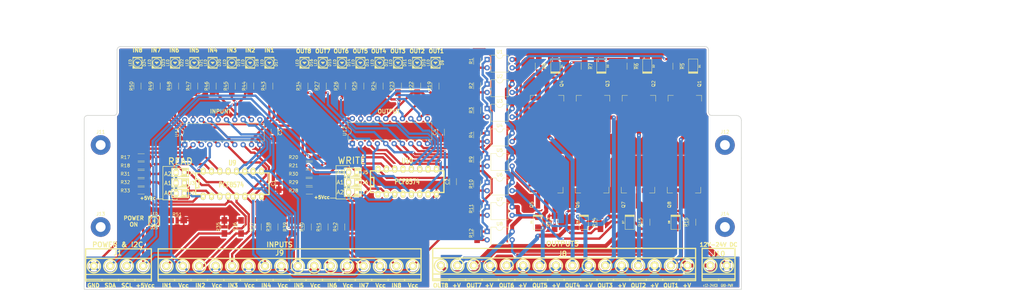
<source format=kicad_pcb>
(kicad_pcb (version 20171130) (host pcbnew "(5.0.0)")
  (title_block (title "Driver Vending 8 ptos") (date 2018-09-04) (rev V1.0))
  (layers (0 F.Cu signal) (31 B.Cu signal) (34 B.Paste user) (35 F.Paste user) (36 B.SilkS user) (37 F.SilkS user) (38 B.Mask user) (39 F.Mask user) (44 Edge.Cuts user))
  (net 0 "")
  (net 1 MOTOR_01-)
  (net 2 MOTOR_03-)
  (net 3 MOTOR_02-)
  (net 4 MOTOR_04-)
  (net 5 MOTOR_05-)
  (net 6 SIGNAL_03)
  (net 7 SIGNAL_01)
  (net 8 SIGNAL_02)
  (net 9 SIGNAL_04)
  (net 10 SIGNAL_05)
  (net 11 GND)
  (net 12 "Net-(Q1-Pad1)")
  (net 13 "Net-(Q2-Pad1)")
  (net 14 "Net-(Q3-Pad1)")
  (net 15 "Net-(Q4-Pad1)")
  (net 16 "Net-(Q5-Pad1)")
  (net 17 "Net-(R1-Pad1)")
  (net 18 "Net-(R2-Pad1)")
  (net 19 "Net-(R3-Pad1)")
  (net 20 Q1)
  (net 21 Q3)
  (net 22 Q2)
  (net 23 Q4)
  (net 24 Q5)
  (net 25 MOTOR_06-)
  (net 26 MOTOR_08-)
  (net 27 MOTOR_07-)
  (net 28 Q6)
  (net 29 Q7)
  (net 30 Q8)
  (net 31 S1)
  (net 32 S2)
  (net 33 S3)
  (net 34 S4)
  (net 35 S5)
  (net 36 S6)
  (net 37 S7)
  (net 38 S8)
  (net 39 +5Vcc)
  (net 40 SCL)
  (net 41 SDA)
  (net 42 IN08)
  (net 43 IN07)
  (net 44 IN06)
  (net 45 IN05)
  (net 46 IN04)
  (net 47 IN03)
  (net 48 IN02)
  (net 49 IN01)
  (net 50 GNDPWR)
  (net 51 "Net-(Q6-Pad1)")
  (net 52 "Net-(Q7-Pad1)")
  (net 53 "Net-(Q8-Pad1)")
  (net 54 "Net-(R4-Pad1)")
  (net 55 "Net-(R10-Pad1)")
  (net 56 "Net-(R11-Pad1)")
  (net 57 "Net-(R12-Pad1)")
  (net 58 SIGNAL_06)
  (net 59 SIGNAL_07)
  (net 60 SIGNAL_08)
  (net 61 "Net-(J2-Pad1)")
  (net 62 "Net-(J5-Pad1)")
  (net 63 "Net-(J6-Pad1)")
  (net 64 "Net-(J7-Pad1)")
  (net 65 "Net-(D25-Pad1)")
  (net 66 "Net-(J3-Pad1)")
  (net 67 "Net-(J4-Pad1)")
  (net 68 "Net-(R9-Pad1)")
  (net 69 +24V)
  (net 70 "Net-(D9-Pad2)")
  (net 71 "Net-(D10-Pad2)")
  (net 72 "Net-(D11-Pad2)")
  (net 73 "Net-(D12-Pad2)")
  (net 74 "Net-(D13-Pad2)")
  (net 75 "Net-(D14-Pad2)")
  (net 76 "Net-(D15-Pad2)")
  (net 77 "Net-(D16-Pad2)")
  (net 78 "Net-(D17-Pad2)")
  (net 79 "Net-(D18-Pad2)")
  (net 80 "Net-(D19-Pad2)")
  (net 81 "Net-(D20-Pad2)")
  (net 82 "Net-(D21-Pad2)")
  (net 83 "Net-(D22-Pad2)")
  (net 84 "Net-(D23-Pad2)")
  (net 85 "Net-(D24-Pad2)")
  (module w_smd_leds:Led_PLCC2_3528 (layer F.Cu) (at 128.476 63.928 270)
    (fp_text reference D11 (at 0 -2.10058 270) (layer F.SilkS) (effects (font (size 0.8001 0.8001) (thickness 0.14986))))
    (fp_text value LED (at 0 2.19964 270) (layer F.SilkS) (effects (font (size 0.8001 0.8001) (thickness 0.14986))))
    (pad 1 smd rect (at -1.4986 0 270) (size 1.79578 2.69748) (layers F.Cu F.Paste F.Mask) (net 11 GND))
    (pad 2 smd rect (at 1.4986 0 270) (size 1.79578 2.69748) (layers F.Cu F.Paste F.Mask) (net 72 "Net-(D11-Pad2)"))
  )
  (module w_smd_leds:Led_PLCC2_3528 (layer F.Cu) (at 134.318 63.928 270)
    (fp_text reference D10 (at 0 -2.10058 270) (layer F.SilkS) (effects (font (size 0.8001 0.8001) (thickness 0.14986))))
    (fp_text value LED (at 0 2.19964 270) (layer F.SilkS) (effects (font (size 0.8001 0.8001) (thickness 0.14986))))
    (pad 1 smd rect (at -1.4986 0 270) (size 1.79578 2.69748) (layers F.Cu F.Paste F.Mask) (net 11 GND))
    (pad 2 smd rect (at 1.4986 0 270) (size 1.79578 2.69748) (layers F.Cu F.Paste F.Mask) (net 71 "Net-(D10-Pad2)"))
  )
  (module w_smd_leds:Led_PLCC2_3528 (layer F.Cu) (at 122.888 63.928 270)
    (fp_text reference D12 (at 0 -2.10058 270) (layer F.SilkS) (effects (font (size 0.8001 0.8001) (thickness 0.14986))))
    (fp_text value LED (at 0 2.19964 270) (layer F.SilkS) (effects (font (size 0.8001 0.8001) (thickness 0.14986))))
    (pad 1 smd rect (at -1.4986 0 270) (size 1.79578 2.69748) (layers F.Cu F.Paste F.Mask) (net 11 GND))
    (pad 2 smd rect (at 1.4986 0 270) (size 1.79578 2.69748) (layers F.Cu F.Paste F.Mask) (net 73 "Net-(D12-Pad2)"))
  )
  (module w_smd_leds:Led_PLCC2_3528 (layer F.Cu) (at 117.046 63.928 270)
    (fp_text reference D13 (at 0 -2.10058 270) (layer F.SilkS) (effects (font (size 0.8001 0.8001) (thickness 0.14986))))
    (fp_text value LED (at 0 2.19964 270) (layer F.SilkS) (effects (font (size 0.8001 0.8001) (thickness 0.14986))))
    (pad 1 smd rect (at -1.4986 0 270) (size 1.79578 2.69748) (layers F.Cu F.Paste F.Mask) (net 11 GND))
    (pad 2 smd rect (at 1.4986 0 270) (size 1.79578 2.69748) (layers F.Cu F.Paste F.Mask) (net 74 "Net-(D13-Pad2)"))
  )
  (module Resistors_SMD:R_1206_HandSoldering (layer F.Cu) (at 101.454 100.298 180)
    (fp_text reference R29 (at 4.7625 -0.064 180) (layer F.SilkS))
    (fp_text value 1K)
    (pad 1 smd rect (at -2 0 180) (size 2 1.7) (layers F.Cu F.Paste F.Mask) (net 63 "Net-(J6-Pad1)"))
    (pad 2 smd rect (at 2 0 180) (size 2 1.7) (layers F.Cu F.Paste F.Mask) (net 11 GND))
  )
  (module Resistors_SMD:R_1206_HandSoldering (layer F.Cu) (at 134.318 71.04 90)
    (fp_text reference R22 (at 0 -1.85 90) (layer F.SilkS))
    (fp_text value 330)
    (pad 1 smd rect (at -2 0 90) (size 2 1.7) (layers F.Cu F.Paste F.Mask) (net 22 Q2))
    (pad 2 smd rect (at 2 0 90) (size 2 1.7) (layers F.Cu F.Paste F.Mask) (net 71 "Net-(D10-Pad2)"))
  )
  (module Resistors_SMD:R_1206_HandSoldering (layer F.Cu) (at 101.518 102.902 180)
    (fp_text reference R28 (at 4.826 0 180) (layer F.SilkS))
    (fp_text value 1K)
    (pad 1 smd rect (at -2 0 180) (size 2 1.7) (layers F.Cu F.Paste F.Mask) (net 64 "Net-(J7-Pad1)"))
    (pad 2 smd rect (at 2 0 180) (size 2 1.7) (layers F.Cu F.Paste F.Mask) (net 11 GND))
  )
  (module Resistors_SMD:R_1206_HandSoldering (layer F.Cu) (at 101.454 97.758 180)
    (fp_text reference R30 (at 4.7625 -0.064 180) (layer F.SilkS))
    (fp_text value 1K)
    (pad 1 smd rect (at -2 0 180) (size 2 1.7) (layers F.Cu F.Paste F.Mask) (net 62 "Net-(J5-Pad1)"))
    (pad 2 smd rect (at 2 0 180) (size 2 1.7) (layers F.Cu F.Paste F.Mask) (net 11 GND))
  )
  (module Resistors_SMD:R_1206_HandSoldering (layer F.Cu) (at 50.33 97.822 180)
    (fp_text reference R31 (at 4.826 0 180) (layer F.SilkS))
    (fp_text value 1K)
    (pad 1 smd rect (at -2 0 180) (size 2 1.7) (layers F.Cu F.Paste F.Mask) (net 67 "Net-(J4-Pad1)"))
    (pad 2 smd rect (at 2 0 180) (size 2 1.7) (layers F.Cu F.Paste F.Mask) (net 11 GND))
  )
  (module Housings_DIP:DIP-4_W7.62mm (layer F.Cu) (at 155.623 85.407)
    (fp_text reference U4 (at 3.81 -2.33) (layer F.SilkS))
    (fp_text value PC817)
    (pad 1 thru_hole rect (at 0 0) (size 1.6 1.6) (drill 0.8) (layers *.Cu *.Mask) (net 39 +5Vcc))
    (pad 3 thru_hole oval (at 7.62 2.54) (size 1.6 1.6) (drill 0.8) (layers *.Cu *.Mask) (net 15 "Net-(Q4-Pad1)"))
    (pad 2 thru_hole oval (at 0 2.54) (size 1.6 1.6) (drill 0.8) (layers *.Cu *.Mask) (net 54 "Net-(R4-Pad1)"))
    (pad 4 thru_hole oval (at 7.62 0) (size 1.6 1.6) (drill 0.8) (layers *.Cu *.Mask) (net 69 +24V))
  )
  (module Housings_DIP:DIP-4_W7.62mm (layer F.Cu) (at 155.623 70.421)
    (fp_text reference U2 (at 3.81 -2.33) (layer F.SilkS))
    (fp_text value PC817)
    (pad 1 thru_hole rect (at 0 0) (size 1.6 1.6) (drill 0.8) (layers *.Cu *.Mask) (net 39 +5Vcc))
    (pad 3 thru_hole oval (at 7.62 2.54) (size 1.6 1.6) (drill 0.8) (layers *.Cu *.Mask) (net 13 "Net-(Q2-Pad1)"))
    (pad 2 thru_hole oval (at 0 2.54) (size 1.6 1.6) (drill 0.8) (layers *.Cu *.Mask) (net 18 "Net-(R2-Pad1)"))
    (pad 4 thru_hole oval (at 7.62 0) (size 1.6 1.6) (drill 0.8) (layers *.Cu *.Mask) (net 69 +24V))
  )
  (module Housings_DIP:DIP-4_W7.62mm (layer F.Cu) (at 155.623 77.914)
    (fp_text reference U3 (at 3.81 -2.33) (layer F.SilkS))
    (fp_text value PC817)
    (pad 1 thru_hole rect (at 0 0) (size 1.6 1.6) (drill 0.8) (layers *.Cu *.Mask) (net 39 +5Vcc))
    (pad 3 thru_hole oval (at 7.62 2.54) (size 1.6 1.6) (drill 0.8) (layers *.Cu *.Mask) (net 14 "Net-(Q3-Pad1)"))
    (pad 2 thru_hole oval (at 0 2.54) (size 1.6 1.6) (drill 0.8) (layers *.Cu *.Mask) (net 19 "Net-(R3-Pad1)"))
    (pad 4 thru_hole oval (at 7.62 0) (size 1.6 1.6) (drill 0.8) (layers *.Cu *.Mask) (net 69 +24V))
  )
  (module Housings_DIP:DIP-4_W7.62mm (layer F.Cu) (at 155.623 62.928)
    (fp_text reference U1 (at 3.81 -2.33) (layer F.SilkS))
    (fp_text value PC817)
    (pad 1 thru_hole rect (at 0 0) (size 1.6 1.6) (drill 0.8) (layers *.Cu *.Mask) (net 39 +5Vcc))
    (pad 3 thru_hole oval (at 7.62 2.54) (size 1.6 1.6) (drill 0.8) (layers *.Cu *.Mask) (net 12 "Net-(Q1-Pad1)"))
    (pad 2 thru_hole oval (at 0 2.54) (size 1.6 1.6) (drill 0.8) (layers *.Cu *.Mask) (net 17 "Net-(R1-Pad1)"))
    (pad 4 thru_hole oval (at 7.62 0) (size 1.6 1.6) (drill 0.8) (layers *.Cu *.Mask) (net 69 +24V))
  )
  (module Housings_DIP:DIP-4_W7.62mm (layer F.Cu) (at 155.623 115.379)
    (fp_text reference U8 (at 3.81 -2.33) (layer F.SilkS))
    (fp_text value PC817)
    (pad 1 thru_hole rect (at 0 0) (size 1.6 1.6) (drill 0.8) (layers *.Cu *.Mask) (net 39 +5Vcc))
    (pad 3 thru_hole oval (at 7.62 2.54) (size 1.6 1.6) (drill 0.8) (layers *.Cu *.Mask) (net 53 "Net-(Q8-Pad1)"))
    (pad 2 thru_hole oval (at 0 2.54) (size 1.6 1.6) (drill 0.8) (layers *.Cu *.Mask) (net 57 "Net-(R12-Pad1)"))
    (pad 4 thru_hole oval (at 7.62 0) (size 1.6 1.6) (drill 0.8) (layers *.Cu *.Mask) (net 69 +24V))
  )
  (module Housings_DIP:DIP-20_W7.62mm (layer F.Cu) (at 114.617 88.582 90)
    (fp_text reference U12 (at 3.81 -2.33 90) (layer F.SilkS))
    (fp_text value 74LS244)
    (pad 1 thru_hole rect (at 0 0 90) (size 1.6 1.6) (drill 0.8) (layers *.Cu *.Mask) (net 11 GND))
    (pad 11 thru_hole oval (at 7.62 22.86 90) (size 1.6 1.6) (drill 0.8) (layers *.Cu *.Mask) (net 10 SIGNAL_05))
    (pad 2 thru_hole oval (at 0 2.54 90) (size 1.6 1.6) (drill 0.8) (layers *.Cu *.Mask) (net 7 SIGNAL_01))
    (pad 12 thru_hole oval (at 7.62 20.32 90) (size 1.6 1.6) (drill 0.8) (layers *.Cu *.Mask) (net 23 Q4))
    (pad 3 thru_hole oval (at 0 5.08 90) (size 1.6 1.6) (drill 0.8) (layers *.Cu *.Mask) (net 30 Q8))
    (pad 13 thru_hole oval (at 7.62 17.78 90) (size 1.6 1.6) (drill 0.8) (layers *.Cu *.Mask) (net 58 SIGNAL_06))
    (pad 4 thru_hole oval (at 0 7.62 90) (size 1.6 1.6) (drill 0.8) (layers *.Cu *.Mask) (net 8 SIGNAL_02))
    (pad 14 thru_hole oval (at 7.62 15.24 90) (size 1.6 1.6) (drill 0.8) (layers *.Cu *.Mask) (net 21 Q3))
    (pad 5 thru_hole oval (at 0 10.16 90) (size 1.6 1.6) (drill 0.8) (layers *.Cu *.Mask) (net 29 Q7))
    (pad 15 thru_hole oval (at 7.62 12.7 90) (size 1.6 1.6) (drill 0.8) (layers *.Cu *.Mask) (net 59 SIGNAL_07))
    (pad 6 thru_hole oval (at 0 12.7 90) (size 1.6 1.6) (drill 0.8) (layers *.Cu *.Mask) (net 6 SIGNAL_03))
    (pad 16 thru_hole oval (at 7.62 10.16 90) (size 1.6 1.6) (drill 0.8) (layers *.Cu *.Mask) (net 22 Q2))
    (pad 7 thru_hole oval (at 0 15.24 90) (size 1.6 1.6) (drill 0.8) (layers *.Cu *.Mask) (net 28 Q6))
    (pad 17 thru_hole oval (at 7.62 7.62 90) (size 1.6 1.6) (drill 0.8) (layers *.Cu *.Mask) (net 60 SIGNAL_08))
    (pad 8 thru_hole oval (at 0 17.78 90) (size 1.6 1.6) (drill 0.8) (layers *.Cu *.Mask) (net 9 SIGNAL_04))
    (pad 18 thru_hole oval (at 7.62 5.08 90) (size 1.6 1.6) (drill 0.8) (layers *.Cu *.Mask) (net 20 Q1))
    (pad 9 thru_hole oval (at 0 20.32 90) (size 1.6 1.6) (drill 0.8) (layers *.Cu *.Mask) (net 24 Q5))
    (pad 19 thru_hole oval (at 7.62 2.54 90) (size 1.6 1.6) (drill 0.8) (layers *.Cu *.Mask) (net 11 GND))
    (pad 10 thru_hole oval (at 0 22.86 90) (size 1.6 1.6) (drill 0.8) (layers *.Cu *.Mask) (net 11 GND))
    (pad 20 thru_hole oval (at 7.62 0 90) (size 1.6 1.6) (drill 0.8) (layers *.Cu *.Mask) (net 39 +5Vcc))
  )
  (module Resistors_SMD:R_1206_HandSoldering (layer F.Cu) (at 152.575 85.915 90)
    (fp_text reference R4 (at 0 -1.85 90) (layer F.SilkS))
    (fp_text value 470)
    (pad 1 smd rect (at -2 0 90) (size 2 1.7) (layers F.Cu F.Paste F.Mask) (net 54 "Net-(R4-Pad1)"))
    (pad 2 smd rect (at 2 0 90) (size 2 1.7) (layers F.Cu F.Paste F.Mask) (net 23 Q4))
  )
  (module Resistors_SMD:R_1206_HandSoldering (layer F.Cu) (at 152.575 70.929 90)
    (fp_text reference R2 (at 0 -1.85 90) (layer F.SilkS))
    (fp_text value 470)
    (pad 1 smd rect (at -2 0 90) (size 2 1.7) (layers F.Cu F.Paste F.Mask) (net 18 "Net-(R2-Pad1)"))
    (pad 2 smd rect (at 2 0 90) (size 2 1.7) (layers F.Cu F.Paste F.Mask) (net 22 Q2))
  )
  (module Resistors_SMD:R_1206_HandSoldering (layer F.Cu) (at 152.575 78.422 90)
    (fp_text reference R3 (at 0 -1.85 90) (layer F.SilkS))
    (fp_text value 470)
    (pad 1 smd rect (at -2 0 90) (size 2 1.7) (layers F.Cu F.Paste F.Mask) (net 19 "Net-(R3-Pad1)"))
    (pad 2 smd rect (at 2 0 90) (size 2 1.7) (layers F.Cu F.Paste F.Mask) (net 21 Q3))
  )
  (module Resistors_SMD:R_1206_HandSoldering (layer F.Cu) (at 171.337 64.977 270)
    (fp_text reference R8 (at 0 -1.85 270) (layer F.SilkS))
    (fp_text value 10K)
    (pad 1 smd rect (at -2 0 270) (size 2 1.7) (layers F.Cu F.Paste F.Mask) (net 15 "Net-(Q4-Pad1)"))
    (pad 2 smd rect (at 2 0 270) (size 2 1.7) (layers F.Cu F.Paste F.Mask) (net 50 GNDPWR))
  )
  (module Resistors_SMD:R_1206_HandSoldering (layer F.Cu) (at 199.277 64.977 270)
    (fp_text reference R6 (at 0 -1.85 270) (layer F.SilkS))
    (fp_text value 10K)
    (pad 1 smd rect (at -2 0 270) (size 2 1.7) (layers F.Cu F.Paste F.Mask) (net 13 "Net-(Q2-Pad1)"))
    (pad 2 smd rect (at 2 0 270) (size 2 1.7) (layers F.Cu F.Paste F.Mask) (net 50 GNDPWR))
  )
  (module Resistors_SMD:R_1206_HandSoldering (layer F.Cu) (at 185.307 64.977 270)
    (fp_text reference R7 (at 0 -1.85 270) (layer F.SilkS))
    (fp_text value 10K)
    (pad 1 smd rect (at -2 0 270) (size 2 1.7) (layers F.Cu F.Paste F.Mask) (net 14 "Net-(Q3-Pad1)"))
    (pad 2 smd rect (at 2 0 270) (size 2 1.7) (layers F.Cu F.Paste F.Mask) (net 50 GNDPWR))
  )
  (module Resistors_SMD:R_1206_HandSoldering (layer F.Cu) (at 152.575 63.436 90)
    (fp_text reference R1 (at 0 -1.85 90) (layer F.SilkS))
    (fp_text value 470)
    (pad 1 smd rect (at -2 0 90) (size 2 1.7) (layers F.Cu F.Paste F.Mask) (net 17 "Net-(R1-Pad1)"))
    (pad 2 smd rect (at 2 0 90) (size 2 1.7) (layers F.Cu F.Paste F.Mask) (net 20 Q1))
  )
  (module Resistors_SMD:R_1206_HandSoldering (layer F.Cu) (at 152.575 115.887 90)
    (fp_text reference R12 (at 0 -1.85 90) (layer F.SilkS))
    (fp_text value 470)
    (pad 1 smd rect (at -2 0 90) (size 2 1.7) (layers F.Cu F.Paste F.Mask) (net 57 "Net-(R12-Pad1)"))
    (pad 2 smd rect (at 2 0 90) (size 2 1.7) (layers F.Cu F.Paste F.Mask) (net 30 Q8))
  )
  (module Resistors_SMD:R_1206_HandSoldering (layer F.Cu) (at 213.247 64.977 270)
    (fp_text reference R5 (at 0 -1.85 270) (layer F.SilkS))
    (fp_text value 10K)
    (pad 1 smd rect (at -2 0 270) (size 2 1.7) (layers F.Cu F.Paste F.Mask) (net 12 "Net-(Q1-Pad1)"))
    (pad 2 smd rect (at 2 0 270) (size 2 1.7) (layers F.Cu F.Paste F.Mask) (net 50 GNDPWR))
  )
  (module Resistors_SMD:R_1206_HandSoldering (layer F.Cu) (at 218.073 112.538 90)
    (fp_text reference R16 (at 0 -1.85 90) (layer F.SilkS))
    (fp_text value 10K)
    (pad 1 smd rect (at -2 0 90) (size 2 1.7) (layers F.Cu F.Paste F.Mask) (net 53 "Net-(Q8-Pad1)"))
    (pad 2 smd rect (at 2 0 90) (size 2 1.7) (layers F.Cu F.Paste F.Mask) (net 50 GNDPWR))
  )
  (module w_smd_diode:do214ac (layer F.Cu) (at 176.417 64.977 270)
    (fp_text reference D4 (at 0 -1.9685 270) (layer F.SilkS) (effects (font (size 0.50038 0.50038) (thickness 0.11938))))
    (fp_text value DIODE hide)
    (pad 2 smd rect (at 1.72974 0 270) (size 2.10058 1.69926) (layers F.Cu F.Paste F.Mask) (net 69 +24V))
    (pad 1 smd rect (at -1.72974 0 270) (size 2.10058 1.69926) (layers F.Cu F.Paste F.Mask) (net 4 MOTOR_04-))
  )
  (module w_smd_diode:do214ac (layer F.Cu) (at 204.357 64.977 270)
    (fp_text reference D2 (at 0 -1.9685 270) (layer F.SilkS) (effects (font (size 0.50038 0.50038) (thickness 0.11938))))
    (fp_text value DIODE hide)
    (pad 2 smd rect (at 1.72974 0 270) (size 2.10058 1.69926) (layers F.Cu F.Paste F.Mask) (net 69 +24V))
    (pad 1 smd rect (at -1.72974 0 270) (size 2.10058 1.69926) (layers F.Cu F.Paste F.Mask) (net 3 MOTOR_02-))
  )
  (module w_smd_diode:do214ac (layer F.Cu) (at 190.387 64.977 270)
    (fp_text reference D3 (at 0 -1.9685 270) (layer F.SilkS) (effects (font (size 0.50038 0.50038) (thickness 0.11938))))
    (fp_text value DIODE hide)
    (pad 2 smd rect (at 1.72974 0 270) (size 2.10058 1.69926) (layers F.Cu F.Paste F.Mask) (net 69 +24V))
    (pad 1 smd rect (at -1.72974 0 270) (size 2.10058 1.69926) (layers F.Cu F.Paste F.Mask) (net 2 MOTOR_03-))
  )
  (module w_smd_diode:do214ac (layer F.Cu) (at 218.327 64.977 270)
    (fp_text reference D1 (at 0 -1.9685 270) (layer F.SilkS) (effects (font (size 0.50038 0.50038) (thickness 0.11938))))
    (fp_text value DIODE hide)
    (pad 2 smd rect (at 1.72974 0 270) (size 2.10058 1.69926) (layers F.Cu F.Paste F.Mask) (net 69 +24V))
    (pad 1 smd rect (at -1.72974 0 270) (size 2.10058 1.69926) (layers F.Cu F.Paste F.Mask) (net 1 MOTOR_01-))
  )
  (module w_smd_diode:do214ac (layer F.Cu) (at 212.993 112.538 90)
    (fp_text reference D8 (at 0 -1.9685 90) (layer F.SilkS) (effects (font (size 0.50038 0.50038) (thickness 0.11938))))
    (fp_text value DIODE hide)
    (pad 2 smd rect (at 1.72974 0 90) (size 2.10058 1.69926) (layers F.Cu F.Paste F.Mask) (net 69 +24V))
    (pad 1 smd rect (at -1.72974 0 90) (size 2.10058 1.69926) (layers F.Cu F.Paste F.Mask) (net 26 MOTOR_08-))
  )
  (module TO_SOT_Packages_SMD:TO-263-3Lead (layer F.Cu) (at 173.877 76.026 270)
    (fp_text reference Q4 (at -5.715 -4.445 90) (layer F.SilkS))
    (fp_text value IRF540N)
    (pad 2 smd rect (at -4.58 0 270) (size 4.6 1.39) (layers F.Cu F.Paste F.Mask) (net 4 MOTOR_04-))
    (pad 2 smd rect (at 4.58 0 270) (size 9.4 10.8) (layers F.Cu F.Paste F.Mask) (net 4 MOTOR_04-))
    (pad 3 smd rect (at -4.58 2.54 270) (size 4.6 1.39) (layers F.Cu F.Paste F.Mask) (net 50 GNDPWR))
    (pad 1 smd rect (at -4.58 -2.54 270) (size 4.6 1.39) (layers F.Cu F.Paste F.Mask) (net 15 "Net-(Q4-Pad1)"))
  )
  (module TO_SOT_Packages_SMD:TO-263-3Lead (layer F.Cu) (at 201.817 76.026 270)
    (fp_text reference Q2 (at -5.715 -4.445 90) (layer F.SilkS))
    (fp_text value IRF540N)
    (pad 2 smd rect (at -4.58 0 270) (size 4.6 1.39) (layers F.Cu F.Paste F.Mask) (net 3 MOTOR_02-))
    (pad 2 smd rect (at 4.58 0 270) (size 9.4 10.8) (layers F.Cu F.Paste F.Mask) (net 3 MOTOR_02-))
    (pad 3 smd rect (at -4.58 2.54 270) (size 4.6 1.39) (layers F.Cu F.Paste F.Mask) (net 50 GNDPWR))
    (pad 1 smd rect (at -4.58 -2.54 270) (size 4.6 1.39) (layers F.Cu F.Paste F.Mask) (net 13 "Net-(Q2-Pad1)"))
  )
  (module TO_SOT_Packages_SMD:TO-263-3Lead (layer F.Cu) (at 187.847 76.026 270)
    (fp_text reference Q3 (at -5.715 -4.445 90) (layer F.SilkS))
    (fp_text value IRF540N)
    (pad 2 smd rect (at -4.58 0 270) (size 4.6 1.39) (layers F.Cu F.Paste F.Mask) (net 2 MOTOR_03-))
    (pad 2 smd rect (at 4.58 0 270) (size 9.4 10.8) (layers F.Cu F.Paste F.Mask) (net 2 MOTOR_03-))
    (pad 3 smd rect (at -4.58 2.54 270) (size 4.6 1.39) (layers F.Cu F.Paste F.Mask) (net 50 GNDPWR))
    (pad 1 smd rect (at -4.58 -2.54 270) (size 4.6 1.39) (layers F.Cu F.Paste F.Mask) (net 14 "Net-(Q3-Pad1)"))
  )
  (module TO_SOT_Packages_SMD:TO-263-3Lead (layer F.Cu) (at 215.787 76.026 270)
    (fp_text reference Q1 (at -5.715 -4.445 90) (layer F.SilkS))
    (fp_text value IRF540N)
    (pad 2 smd rect (at -4.58 0 270) (size 4.6 1.39) (layers F.Cu F.Paste F.Mask) (net 1 MOTOR_01-))
    (pad 2 smd rect (at 4.58 0 270) (size 9.4 10.8) (layers F.Cu F.Paste F.Mask) (net 1 MOTOR_01-))
    (pad 3 smd rect (at -4.58 2.54 270) (size 4.6 1.39) (layers F.Cu F.Paste F.Mask) (net 50 GNDPWR))
    (pad 1 smd rect (at -4.58 -2.54 270) (size 4.6 1.39) (layers F.Cu F.Paste F.Mask) (net 12 "Net-(Q1-Pad1)"))
  )
  (module TO_SOT_Packages_SMD:TO-263-3Lead (layer F.Cu) (at 215.533 101.489 90)
    (fp_text reference Q8 (at -5.715 -4.445 270) (layer F.SilkS))
    (fp_text value IRF540N)
    (pad 2 smd rect (at -4.58 0 90) (size 4.6 1.39) (layers F.Cu F.Paste F.Mask) (net 26 MOTOR_08-))
    (pad 2 smd rect (at 4.58 0 90) (size 9.4 10.8) (layers F.Cu F.Paste F.Mask) (net 26 MOTOR_08-))
    (pad 3 smd rect (at -4.58 2.54 90) (size 4.6 1.39) (layers F.Cu F.Paste F.Mask) (net 50 GNDPWR))
    (pad 1 smd rect (at -4.58 -2.54 90) (size 4.6 1.39) (layers F.Cu F.Paste F.Mask) (net 53 "Net-(Q8-Pad1)"))
  )
  (module w_smd_diode:do214ac (layer F.Cu) (at 185.053 112.538 90)
    (fp_text reference D6 (at 0 -1.9685 90) (layer F.SilkS) (effects (font (size 0.50038 0.50038) (thickness 0.11938))))
    (fp_text value DIODE hide)
    (pad 2 smd rect (at 1.72974 0 90) (size 2.10058 1.69926) (layers F.Cu F.Paste F.Mask) (net 69 +24V))
    (pad 1 smd rect (at -1.72974 0 90) (size 2.10058 1.69926) (layers F.Cu F.Paste F.Mask) (net 25 MOTOR_06-))
  )
  (module w_smd_diode:do214ac (layer F.Cu) (at 199.023 112.538 90)
    (fp_text reference D7 (at 0 -1.9685 90) (layer F.SilkS) (effects (font (size 0.50038 0.50038) (thickness 0.11938))))
    (fp_text value DIODE hide)
    (pad 2 smd rect (at 1.72974 0 90) (size 2.10058 1.69926) (layers F.Cu F.Paste F.Mask) (net 69 +24V))
    (pad 1 smd rect (at -1.72974 0 90) (size 2.10058 1.69926) (layers F.Cu F.Paste F.Mask) (net 27 MOTOR_07-))
  )
  (module w_smd_leds:Led_PLCC2_3528 (layer F.Cu) (at 111.458 63.928 270)
    (fp_text reference D14 (at 0 -2.10058 270) (layer F.SilkS) (effects (font (size 0.8001 0.8001) (thickness 0.14986))))
    (fp_text value LED (at 0 2.19964 270) (layer F.SilkS) (effects (font (size 0.8001 0.8001) (thickness 0.14986))))
    (pad 1 smd rect (at -1.4986 0 270) (size 1.79578 2.69748) (layers F.Cu F.Paste F.Mask) (net 11 GND))
    (pad 2 smd rect (at 1.4986 0 270) (size 1.79578 2.69748) (layers F.Cu F.Paste F.Mask) (net 75 "Net-(D14-Pad2)"))
  )
  (module w_smd_leds:Led_PLCC2_3528 (layer F.Cu) (at 105.616 63.928 270)
    (fp_text reference D15 (at 0 -2.10058 270) (layer F.SilkS) (effects (font (size 0.8001 0.8001) (thickness 0.14986))))
    (fp_text value LED (at 0 2.19964 270) (layer F.SilkS) (effects (font (size 0.8001 0.8001) (thickness 0.14986))))
    (pad 1 smd rect (at -1.4986 0 270) (size 1.79578 2.69748) (layers F.Cu F.Paste F.Mask) (net 11 GND))
    (pad 2 smd rect (at 1.4986 0 270) (size 1.79578 2.69748) (layers F.Cu F.Paste F.Mask) (net 76 "Net-(D15-Pad2)"))
  )
  (module w_smd_leds:Led_PLCC2_3528 (layer F.Cu) (at 100.028 63.928 270)
    (fp_text reference D16 (at 0 -2.10058 270) (layer F.SilkS) (effects (font (size 0.8001 0.8001) (thickness 0.14986))))
    (fp_text value LED (at 0 2.19964 270) (layer F.SilkS) (effects (font (size 0.8001 0.8001) (thickness 0.14986))))
    (pad 1 smd rect (at -1.4986 0 270) (size 1.79578 2.69748) (layers F.Cu F.Paste F.Mask) (net 11 GND))
    (pad 2 smd rect (at 1.4986 0 270) (size 1.79578 2.69748) (layers F.Cu F.Paste F.Mask) (net 77 "Net-(D16-Pad2)"))
  )
  (module w_smd_leds:Led_PLCC2_3528 (layer F.Cu) (at 89.344 63.928 270)
    (fp_text reference D17 (at 0 -2.10058 270) (layer F.SilkS) (effects (font (size 0.8001 0.8001) (thickness 0.14986))))
    (fp_text value LED (at 0 2.19964 270) (layer F.SilkS) (effects (font (size 0.8001 0.8001) (thickness 0.14986))))
    (pad 1 smd rect (at -1.4986 0 270) (size 1.79578 2.69748) (layers F.Cu F.Paste F.Mask) (net 11 GND))
    (pad 2 smd rect (at 1.4986 0 270) (size 1.79578 2.69748) (layers F.Cu F.Paste F.Mask) (net 78 "Net-(D17-Pad2)"))
  )
  (module w_smd_leds:Led_PLCC2_3528 (layer F.Cu) (at 83.502 63.928 270)
    (fp_text reference D18 (at 0 -2.10058 270) (layer F.SilkS) (effects (font (size 0.8001 0.8001) (thickness 0.14986))))
    (fp_text value LED (at 0 2.19964 270) (layer F.SilkS) (effects (font (size 0.8001 0.8001) (thickness 0.14986))))
    (pad 1 smd rect (at -1.4986 0 270) (size 1.79578 2.69748) (layers F.Cu F.Paste F.Mask) (net 11 GND))
    (pad 2 smd rect (at 1.4986 0 270) (size 1.79578 2.69748) (layers F.Cu F.Paste F.Mask) (net 79 "Net-(D18-Pad2)"))
  )
  (module w_smd_leds:Led_PLCC2_3528 (layer F.Cu) (at 77.914 63.928 270)
    (fp_text reference D19 (at 0 -2.10058 270) (layer F.SilkS) (effects (font (size 0.8001 0.8001) (thickness 0.14986))))
    (fp_text value LED (at 0 2.19964 270) (layer F.SilkS) (effects (font (size 0.8001 0.8001) (thickness 0.14986))))
    (pad 1 smd rect (at -1.4986 0 270) (size 1.79578 2.69748) (layers F.Cu F.Paste F.Mask) (net 11 GND))
    (pad 2 smd rect (at 1.4986 0 270) (size 1.79578 2.69748) (layers F.Cu F.Paste F.Mask) (net 80 "Net-(D19-Pad2)"))
  )
  (module w_smd_leds:Led_PLCC2_3528 (layer F.Cu) (at 72.072 63.928 270)
    (fp_text reference D20 (at 0 -2.10058 270) (layer F.SilkS) (effects (font (size 0.8001 0.8001) (thickness 0.14986))))
    (fp_text value LED (at 0 2.19964 270) (layer F.SilkS) (effects (font (size 0.8001 0.8001) (thickness 0.14986))))
    (pad 1 smd rect (at -1.4986 0 270) (size 1.79578 2.69748) (layers F.Cu F.Paste F.Mask) (net 11 GND))
    (pad 2 smd rect (at 1.4986 0 270) (size 1.79578 2.69748) (layers F.Cu F.Paste F.Mask) (net 81 "Net-(D20-Pad2)"))
  )
  (module w_smd_leds:Led_PLCC2_3528 (layer F.Cu) (at 66.484 63.928 270)
    (fp_text reference D21 (at 0 -2.10058 270) (layer F.SilkS) (effects (font (size 0.8001 0.8001) (thickness 0.14986))))
    (fp_text value LED (at 0 2.19964 270) (layer F.SilkS) (effects (font (size 0.8001 0.8001) (thickness 0.14986))))
    (pad 1 smd rect (at -1.4986 0 270) (size 1.79578 2.69748) (layers F.Cu F.Paste F.Mask) (net 11 GND))
    (pad 2 smd rect (at 1.4986 0 270) (size 1.79578 2.69748) (layers F.Cu F.Paste F.Mask) (net 82 "Net-(D21-Pad2)"))
  )
  (module w_smd_leds:Led_PLCC2_3528 (layer F.Cu) (at 60.642 63.928 270)
    (fp_text reference D22 (at 0 -2.10058 270) (layer F.SilkS) (effects (font (size 0.8001 0.8001) (thickness 0.14986))))
    (fp_text value LED (at 0 2.19964 270) (layer F.SilkS) (effects (font (size 0.8001 0.8001) (thickness 0.14986))))
    (pad 1 smd rect (at -1.4986 0 270) (size 1.79578 2.69748) (layers F.Cu F.Paste F.Mask) (net 11 GND))
    (pad 2 smd rect (at 1.4986 0 270) (size 1.79578 2.69748) (layers F.Cu F.Paste F.Mask) (net 83 "Net-(D22-Pad2)"))
  )
  (module w_smd_leds:Led_PLCC2_3528 (layer F.Cu) (at 55.054 63.928 270)
    (fp_text reference D23 (at 0 -2.10058 270) (layer F.SilkS) (effects (font (size 0.8001 0.8001) (thickness 0.14986))))
    (fp_text value LED (at 0 2.19964 270) (layer F.SilkS) (effects (font (size 0.8001 0.8001) (thickness 0.14986))))
    (pad 1 smd rect (at -1.4986 0 270) (size 1.79578 2.69748) (layers F.Cu F.Paste F.Mask) (net 11 GND))
    (pad 2 smd rect (at 1.4986 0 270) (size 1.79578 2.69748) (layers F.Cu F.Paste F.Mask) (net 84 "Net-(D23-Pad2)"))
  )
  (module w_smd_leds:Led_PLCC2_3528 (layer F.Cu) (at 49.212 63.928 270)
    (fp_text reference D24 (at 0 -2.10058 270) (layer F.SilkS) (effects (font (size 0.8001 0.8001) (thickness 0.14986))))
    (fp_text value LED (at 0 2.19964 270) (layer F.SilkS) (effects (font (size 0.8001 0.8001) (thickness 0.14986))))
    (pad 1 smd rect (at -1.4986 0 270) (size 1.79578 2.69748) (layers F.Cu F.Paste F.Mask) (net 11 GND))
    (pad 2 smd rect (at 1.4986 0 270) (size 1.79578 2.69748) (layers F.Cu F.Paste F.Mask) (net 85 "Net-(D24-Pad2)"))
  )
  (module w_conn_mkds:mkds_1,5-4 (layer F.Cu) (at 43.434 125.857)
    (fp_text reference J1 (at -0.254 -3.937) (layer F.SilkS) (effects (font (size 1.5 1.5) (thickness 0.3))))
    (fp_text value "POWER & I2C" (at -0.254 -6.477) (layer F.SilkS) (effects (font (size 1.5 1.5) (thickness 0.3))))
    (pad 4 thru_hole circle (at 7.5 0) (size 2.5 2.5) (drill 1.3) (layers *.Cu *.Mask F.SilkS) (net 39 +5Vcc))
    (pad 3 thru_hole circle (at 2.5 0) (size 2.5 2.5) (drill 1.3) (layers *.Cu *.Mask F.SilkS) (net 40 SCL))
    (pad 1 thru_hole circle (at -7.5 0) (size 2.5 2.5) (drill 1.3) (layers *.Cu *.Mask F.SilkS) (net 11 GND))
    (pad 2 thru_hole circle (at -2.5 0) (size 2.5 2.5) (drill 1.3) (layers *.Cu *.Mask F.SilkS) (net 41 SDA))
  )
  (module w_pin_strip:pin_strip_2 (layer F.Cu) (at 62.2045 103.728 180)
    (fp_text reference J2 (at -3.6195 0.064 180) (layer F.SilkS) (effects (font (size 1.016 1.016) (thickness 0.2032))))
    (fp_text value A0 (at 3.7465 0.064 180) (layer F.SilkS) (effects (font (size 1.2 1.2) (thickness 0.2032))))
    (pad 1 thru_hole rect (at -1.27 0 180) (size 1.524 2.19964) (drill 1.00076) (layers *.Cu *.Mask F.SilkS) (net 61 "Net-(J2-Pad1)"))
    (pad 2 thru_hole oval (at 1.27 0 180) (size 1.524 2.19964) (drill 1.00076) (layers *.Cu *.Mask F.SilkS) (net 39 +5Vcc))
  )
  (module w_pin_strip:pin_strip_2 (layer F.Cu) (at 114.726 97.314 180)
    (fp_text reference J5 (at -3.81 0 180) (layer F.SilkS) (effects (font (size 1.016 1.016) (thickness 0.2032))))
    (fp_text value A0 (at 3.81 0 180) (layer F.SilkS) (effects (font (size 1.2 1.2) (thickness 0.2032))))
    (pad 1 thru_hole rect (at -1.27 0 180) (size 1.524 2.19964) (drill 1.00076) (layers *.Cu *.Mask F.SilkS) (net 62 "Net-(J5-Pad1)"))
    (pad 2 thru_hole oval (at 1.27 0 180) (size 1.524 2.19964) (drill 1.00076) (layers *.Cu *.Mask F.SilkS) (net 39 +5Vcc))
  )
  (module w_pin_strip:pin_strip_2 (layer F.Cu) (at 114.726 100.362 180)
    (fp_text reference J6 (at -3.81 0 180) (layer F.SilkS) (effects (font (size 1.016 1.016) (thickness 0.2032))))
    (fp_text value A1 (at 3.81 0 180) (layer F.SilkS) (effects (font (size 1.2 1.2) (thickness 0.2032))))
    (pad 1 thru_hole rect (at -1.27 0 180) (size 1.524 2.19964) (drill 1.00076) (layers *.Cu *.Mask F.SilkS) (net 63 "Net-(J6-Pad1)"))
    (pad 2 thru_hole oval (at 1.27 0 180) (size 1.524 2.19964) (drill 1.00076) (layers *.Cu *.Mask F.SilkS) (net 39 +5Vcc))
  )
  (module w_pin_strip:pin_strip_2 (layer F.Cu) (at 114.726 103.41 180)
    (fp_text reference J7 (at -3.81 0 180) (layer F.SilkS) (effects (font (size 1.016 1.016) (thickness 0.2032))))
    (fp_text value A2 (at 3.81 0 180) (layer F.SilkS) (effects (font (size 1.2 1.2) (thickness 0.2032))))
    (pad 1 thru_hole rect (at -1.27 0 180) (size 1.524 2.19964) (drill 1.00076) (layers *.Cu *.Mask F.SilkS) (net 64 "Net-(J7-Pad1)"))
    (pad 2 thru_hole oval (at 1.27 0 180) (size 1.524 2.19964) (drill 1.00076) (layers *.Cu *.Mask F.SilkS) (net 39 +5Vcc))
  )
  (module w_conn_mkds:mkds_1,5-2 (layer F.Cu) (at 226.06 125.73)
    (fp_text reference J10 (at 0 -3.556) (layer F.SilkS) (effects (font (size 1.5 1.5) (thickness 0.3))))
    (fp_text value "12V-24V DC" (at 0 -6.35) (layer F.SilkS) (effects (font (size 1.2 1.2) (thickness 0.3))))
    (pad 1 thru_hole circle (at -2.5 0) (size 2.5 2.5) (drill 1.3) (layers *.Cu *.Mask F.SilkS) (net 69 +24V))
    (pad 2 thru_hole circle (at 2.5 0) (size 2.5 2.5) (drill 1.3) (layers *.Cu *.Mask F.SilkS) (net 50 GNDPWR))
  )
  (module TO_SOT_Packages_SMD:TO-263-3Lead (layer F.Cu) (at 173.623 101.489 90)
    (fp_text reference Q5 (at -5.715 -4.445 270) (layer F.SilkS))
    (fp_text value IRF540N)
    (pad 2 smd rect (at -4.58 0 90) (size 4.6 1.39) (layers F.Cu F.Paste F.Mask) (net 5 MOTOR_05-))
    (pad 2 smd rect (at 4.58 0 90) (size 9.4 10.8) (layers F.Cu F.Paste F.Mask) (net 5 MOTOR_05-))
    (pad 3 smd rect (at -4.58 2.54 90) (size 4.6 1.39) (layers F.Cu F.Paste F.Mask) (net 50 GNDPWR))
    (pad 1 smd rect (at -4.58 -2.54 90) (size 4.6 1.39) (layers F.Cu F.Paste F.Mask) (net 16 "Net-(Q5-Pad1)"))
  )
  (module TO_SOT_Packages_SMD:TO-263-3Lead (layer F.Cu) (at 187.593 101.489 90)
    (fp_text reference Q6 (at -5.715 -4.445 270) (layer F.SilkS))
    (fp_text value IRF540N)
    (pad 2 smd rect (at -4.58 0 90) (size 4.6 1.39) (layers F.Cu F.Paste F.Mask) (net 25 MOTOR_06-))
    (pad 2 smd rect (at 4.58 0 90) (size 9.4 10.8) (layers F.Cu F.Paste F.Mask) (net 25 MOTOR_06-))
    (pad 3 smd rect (at -4.58 2.54 90) (size 4.6 1.39) (layers F.Cu F.Paste F.Mask) (net 50 GNDPWR))
    (pad 1 smd rect (at -4.58 -2.54 90) (size 4.6 1.39) (layers F.Cu F.Paste F.Mask) (net 51 "Net-(Q6-Pad1)"))
  )
  (module TO_SOT_Packages_SMD:TO-263-3Lead (layer F.Cu) (at 201.563 101.489 90)
    (fp_text reference Q7 (at -5.715 -4.445 270) (layer F.SilkS))
    (fp_text value IRF540N)
    (pad 2 smd rect (at -4.58 0 90) (size 4.6 1.39) (layers F.Cu F.Paste F.Mask) (net 27 MOTOR_07-))
    (pad 2 smd rect (at 4.58 0 90) (size 9.4 10.8) (layers F.Cu F.Paste F.Mask) (net 27 MOTOR_07-))
    (pad 3 smd rect (at -4.58 2.54 90) (size 4.6 1.39) (layers F.Cu F.Paste F.Mask) (net 50 GNDPWR))
    (pad 1 smd rect (at -4.58 -2.54 90) (size 4.6 1.39) (layers F.Cu F.Paste F.Mask) (net 52 "Net-(Q7-Pad1)"))
  )
  (module Resistors_SMD:R_1206_HandSoldering (layer F.Cu) (at 152.575 93.408 90)
    (fp_text reference R9 (at 0 -1.85 90) (layer F.SilkS))
    (fp_text value 470)
    (pad 1 smd rect (at -2 0 90) (size 2 1.7) (layers F.Cu F.Paste F.Mask) (net 68 "Net-(R9-Pad1)"))
    (pad 2 smd rect (at 2 0 90) (size 2 1.7) (layers F.Cu F.Paste F.Mask) (net 24 Q5))
  )
  (module Resistors_SMD:R_1206_HandSoldering (layer F.Cu) (at 152.575 100.901 90)
    (fp_text reference R10 (at 0 -1.85 90) (layer F.SilkS))
    (fp_text value 470)
    (pad 1 smd rect (at -2 0 90) (size 2 1.7) (layers F.Cu F.Paste F.Mask) (net 55 "Net-(R10-Pad1)"))
    (pad 2 smd rect (at 2 0 90) (size 2 1.7) (layers F.Cu F.Paste F.Mask) (net 28 Q6))
  )
  (module Resistors_SMD:R_1206_HandSoldering (layer F.Cu) (at 152.575 108.394 90)
    (fp_text reference R11 (at 0 -1.85 90) (layer F.SilkS))
    (fp_text value 470)
    (pad 1 smd rect (at -2 0 90) (size 2 1.7) (layers F.Cu F.Paste F.Mask) (net 56 "Net-(R11-Pad1)"))
    (pad 2 smd rect (at 2 0 90) (size 2 1.7) (layers F.Cu F.Paste F.Mask) (net 29 Q7))
  )
  (module Resistors_SMD:R_1206_HandSoldering (layer F.Cu) (at 176.163 112.538 90)
    (fp_text reference R13 (at 0 -1.85 90) (layer F.SilkS))
    (fp_text value 10K)
    (pad 1 smd rect (at -2 0 90) (size 2 1.7) (layers F.Cu F.Paste F.Mask) (net 16 "Net-(Q5-Pad1)"))
    (pad 2 smd rect (at 2 0 90) (size 2 1.7) (layers F.Cu F.Paste F.Mask) (net 50 GNDPWR))
  )
  (module Resistors_SMD:R_1206_HandSoldering (layer F.Cu) (at 190.133 112.538 90)
    (fp_text reference R14 (at 0 -1.85 90) (layer F.SilkS))
    (fp_text value 10K)
    (pad 1 smd rect (at -2 0 90) (size 2 1.7) (layers F.Cu F.Paste F.Mask) (net 51 "Net-(Q6-Pad1)"))
    (pad 2 smd rect (at 2 0 90) (size 2 1.7) (layers F.Cu F.Paste F.Mask) (net 50 GNDPWR))
  )
  (module Resistors_SMD:R_1206_HandSoldering (layer F.Cu) (at 204.103 112.538 90)
    (fp_text reference R15 (at 0 -1.85 90) (layer F.SilkS))
    (fp_text value 10K)
    (pad 1 smd rect (at -2 0 90) (size 2 1.7) (layers F.Cu F.Paste F.Mask) (net 52 "Net-(Q7-Pad1)"))
    (pad 2 smd rect (at 2 0 90) (size 2 1.7) (layers F.Cu F.Paste F.Mask) (net 50 GNDPWR))
  )
  (module Resistors_SMD:R_1206_HandSoldering (layer F.Cu) (at 50.33 92.742)
    (fp_text reference R17 (at -4.826 0) (layer F.SilkS))
    (fp_text value 10K)
    (pad 1 smd rect (at -2 0) (size 2 1.7) (layers F.Cu F.Paste F.Mask) (net 39 +5Vcc))
    (pad 2 smd rect (at 2 0) (size 2 1.7) (layers F.Cu F.Paste F.Mask) (net 40 SCL))
  )
  (module Resistors_SMD:R_1206_HandSoldering (layer F.Cu) (at 50.33 95.282)
    (fp_text reference R18 (at -4.826 0) (layer F.SilkS))
    (fp_text value 10K)
    (pad 1 smd rect (at -2 0) (size 2 1.7) (layers F.Cu F.Paste F.Mask) (net 39 +5Vcc))
    (pad 2 smd rect (at 2 0) (size 2 1.7) (layers F.Cu F.Paste F.Mask) (net 41 SDA))
  )
  (module Resistors_SMD:R_1206_HandSoldering (layer F.Cu) (at 139.906 71.04 90)
    (fp_text reference R19 (at 0 -1.85 90) (layer F.SilkS))
    (fp_text value 330)
    (pad 1 smd rect (at -2 0 90) (size 2 1.7) (layers F.Cu F.Paste F.Mask) (net 20 Q1))
    (pad 2 smd rect (at 2 0 90) (size 2 1.7) (layers F.Cu F.Paste F.Mask) (net 70 "Net-(D9-Pad2)"))
  )
  (module Resistors_SMD:R_1206_HandSoldering (layer F.Cu) (at 101.518 92.742)
    (fp_text reference R20 (at -4.826 0) (layer F.SilkS))
    (fp_text value 10K)
    (pad 1 smd rect (at -2 0) (size 2 1.7) (layers F.Cu F.Paste F.Mask) (net 39 +5Vcc))
    (pad 2 smd rect (at 2 0) (size 2 1.7) (layers F.Cu F.Paste F.Mask) (net 40 SCL))
  )
  (module Resistors_SMD:R_1206_HandSoldering (layer F.Cu) (at 101.518 95.282)
    (fp_text reference R21 (at -4.826 0) (layer F.SilkS))
    (fp_text value 10K)
    (pad 1 smd rect (at -2 0) (size 2 1.7) (layers F.Cu F.Paste F.Mask) (net 39 +5Vcc))
    (pad 2 smd rect (at 2 0) (size 2 1.7) (layers F.Cu F.Paste F.Mask) (net 41 SDA))
  )
  (module Resistors_SMD:R_1206_HandSoldering (layer F.Cu) (at 128.476 71.04 90)
    (fp_text reference R23 (at 0 -1.85 90) (layer F.SilkS))
    (fp_text value 330)
    (pad 1 smd rect (at -2 0 90) (size 2 1.7) (layers F.Cu F.Paste F.Mask) (net 21 Q3))
    (pad 2 smd rect (at 2 0 90) (size 2 1.7) (layers F.Cu F.Paste F.Mask) (net 72 "Net-(D11-Pad2)"))
  )
  (module Resistors_SMD:R_1206_HandSoldering (layer F.Cu) (at 122.888 71.04 90)
    (fp_text reference R24 (at 0 -1.85 90) (layer F.SilkS))
    (fp_text value 330)
    (pad 1 smd rect (at -2 0 90) (size 2 1.7) (layers F.Cu F.Paste F.Mask) (net 23 Q4))
    (pad 2 smd rect (at 2 0 90) (size 2 1.7) (layers F.Cu F.Paste F.Mask) (net 73 "Net-(D12-Pad2)"))
  )
  (module Resistors_SMD:R_1206_HandSoldering (layer F.Cu) (at 117.046 71.04 90)
    (fp_text reference R25 (at 0 -1.85 90) (layer F.SilkS))
    (fp_text value 330)
    (pad 1 smd rect (at -2 0 90) (size 2 1.7) (layers F.Cu F.Paste F.Mask) (net 24 Q5))
    (pad 2 smd rect (at 2 0 90) (size 2 1.7) (layers F.Cu F.Paste F.Mask) (net 74 "Net-(D13-Pad2)"))
  )
  (module Resistors_SMD:R_1206_HandSoldering (layer F.Cu) (at 111.458 71.04 90)
    (fp_text reference R26 (at 0 -1.85 90) (layer F.SilkS))
    (fp_text value 330)
    (pad 1 smd rect (at -2 0 90) (size 2 1.7) (layers F.Cu F.Paste F.Mask) (net 28 Q6))
    (pad 2 smd rect (at 2 0 90) (size 2 1.7) (layers F.Cu F.Paste F.Mask) (net 75 "Net-(D14-Pad2)"))
  )
  (module Resistors_SMD:R_1206_HandSoldering (layer F.Cu) (at 105.616 71.04 90)
    (fp_text reference R27 (at 0 -1.85 90) (layer F.SilkS))
    (fp_text value 330)
    (pad 1 smd rect (at -2 0 90) (size 2 1.7) (layers F.Cu F.Paste F.Mask) (net 29 Q7))
    (pad 2 smd rect (at 2 0 90) (size 2 1.7) (layers F.Cu F.Paste F.Mask) (net 76 "Net-(D15-Pad2)"))
  )
  (module Resistors_SMD:R_1206_HandSoldering (layer F.Cu) (at 50.33 100.362 180)
    (fp_text reference R32 (at 4.826 0 180) (layer F.SilkS))
    (fp_text value 1K)
    (pad 1 smd rect (at -2 0 180) (size 2 1.7) (layers F.Cu F.Paste F.Mask) (net 66 "Net-(J3-Pad1)"))
    (pad 2 smd rect (at 2 0 180) (size 2 1.7) (layers F.Cu F.Paste F.Mask) (net 11 GND))
  )
  (module Resistors_SMD:R_1206_HandSoldering (layer F.Cu) (at 50.33 102.902 180)
    (fp_text reference R33 (at 4.826 0 180) (layer F.SilkS))
    (fp_text value 1K)
    (pad 1 smd rect (at -2 0 180) (size 2 1.7) (layers F.Cu F.Paste F.Mask) (net 61 "Net-(J2-Pad1)"))
    (pad 2 smd rect (at 2 0 180) (size 2 1.7) (layers F.Cu F.Paste F.Mask) (net 11 GND))
  )
  (module Resistors_SMD:R_1206_HandSoldering (layer F.Cu) (at 100.028 71.04 90)
    (fp_text reference R34 (at 0 -1.85 90) (layer F.SilkS))
    (fp_text value 330)
    (pad 1 smd rect (at -2 0 90) (size 2 1.7) (layers F.Cu F.Paste F.Mask) (net 30 Q8))
    (pad 2 smd rect (at 2 0 90) (size 2 1.7) (layers F.Cu F.Paste F.Mask) (net 77 "Net-(D16-Pad2)"))
  )
  (module Resistors_SMD:R_1206_HandSoldering (layer F.Cu) (at 75.6585 113.982 90)
    (fp_text reference R35 (at 0 -1.85 90) (layer F.SilkS))
    (fp_text value 1K)
    (pad 1 smd rect (at -2 0 90) (size 2 1.7) (layers F.Cu F.Paste F.Mask) (net 49 IN01))
    (pad 2 smd rect (at 2 0 90) (size 2 1.7) (layers F.Cu F.Paste F.Mask) (net 11 GND))
  )
  (module Resistors_SMD:R_1206_HandSoldering (layer F.Cu) (at 80.7385 113.982 90)
    (fp_text reference R36 (at 0 -1.85 90) (layer F.SilkS))
    (fp_text value 1K)
    (pad 1 smd rect (at -2 0 90) (size 2 1.7) (layers F.Cu F.Paste F.Mask) (net 48 IN02))
    (pad 2 smd rect (at 2 0 90) (size 2 1.7) (layers F.Cu F.Paste F.Mask) (net 11 GND))
  )
  (module Resistors_SMD:R_1206_HandSoldering (layer F.Cu) (at 85.8185 113.982 90)
    (fp_text reference R37 (at 0 -1.85 90) (layer F.SilkS))
    (fp_text value 1K)
    (pad 1 smd rect (at -2 0 90) (size 2 1.7) (layers F.Cu F.Paste F.Mask) (net 47 IN03))
    (pad 2 smd rect (at 2 0 90) (size 2 1.7) (layers F.Cu F.Paste F.Mask) (net 11 GND))
  )
  (module Resistors_SMD:R_1206_HandSoldering (layer F.Cu) (at 90.898 113.982 90)
    (fp_text reference R38 (at 0 -1.85 90) (layer F.SilkS))
    (fp_text value 1K)
    (pad 1 smd rect (at -2 0 90) (size 2 1.7) (layers F.Cu F.Paste F.Mask) (net 46 IN04))
    (pad 2 smd rect (at 2 0 90) (size 2 1.7) (layers F.Cu F.Paste F.Mask) (net 11 GND))
  )
  (module Resistors_SMD:R_1206_HandSoldering (layer F.Cu) (at 95.978 113.982 90)
    (fp_text reference R39 (at 0 -1.85 90) (layer F.SilkS))
    (fp_text value 1K)
    (pad 1 smd rect (at -2 0 90) (size 2 1.7) (layers F.Cu F.Paste F.Mask) (net 45 IN05))
    (pad 2 smd rect (at 2 0 90) (size 2 1.7) (layers F.Cu F.Paste F.Mask) (net 11 GND))
  )
  (module Resistors_SMD:R_1206_HandSoldering (layer F.Cu) (at 101.058 113.982 90)
    (fp_text reference R40 (at 0 -1.85 90) (layer F.SilkS))
    (fp_text value 1K)
    (pad 1 smd rect (at -2 0 90) (size 2 1.7) (layers F.Cu F.Paste F.Mask) (net 44 IN06))
    (pad 2 smd rect (at 2 0 90) (size 2 1.7) (layers F.Cu F.Paste F.Mask) (net 11 GND))
  )
  (module Resistors_SMD:R_1206_HandSoldering (layer F.Cu) (at 106.138 113.982 90)
    (fp_text reference R41 (at 0 -1.85 90) (layer F.SilkS))
    (fp_text value 1K)
    (pad 1 smd rect (at -2 0 90) (size 2 1.7) (layers F.Cu F.Paste F.Mask) (net 43 IN07))
    (pad 2 smd rect (at 2 0 90) (size 2 1.7) (layers F.Cu F.Paste F.Mask) (net 11 GND))
  )
  (module Resistors_SMD:R_1206_HandSoldering (layer F.Cu) (at 111.218 113.982 90)
    (fp_text reference R42 (at 0 -1.85 90) (layer F.SilkS))
    (fp_text value 1K)
    (pad 1 smd rect (at -2 0 90) (size 2 1.7) (layers F.Cu F.Paste F.Mask) (net 42 IN08))
    (pad 2 smd rect (at 2 0 90) (size 2 1.7) (layers F.Cu F.Paste F.Mask) (net 11 GND))
  )
  (module Resistors_SMD:R_1206_HandSoldering (layer F.Cu) (at 89.344 71.04 90)
    (fp_text reference R43 (at 0 -1.85 90) (layer F.SilkS))
    (fp_text value 330)
    (pad 1 smd rect (at -2 0 90) (size 2 1.7) (layers F.Cu F.Paste F.Mask) (net 31 S1))
    (pad 2 smd rect (at 2 0 90) (size 2 1.7) (layers F.Cu F.Paste F.Mask) (net 78 "Net-(D17-Pad2)"))
  )
  (module Resistors_SMD:R_1206_HandSoldering (layer F.Cu) (at 83.502 71.04 90)
    (fp_text reference R44 (at 0 -1.85 90) (layer F.SilkS))
    (fp_text value 330)
    (pad 1 smd rect (at -2 0 90) (size 2 1.7) (layers F.Cu F.Paste F.Mask) (net 32 S2))
    (pad 2 smd rect (at 2 0 90) (size 2 1.7) (layers F.Cu F.Paste F.Mask) (net 79 "Net-(D18-Pad2)"))
  )
  (module Resistors_SMD:R_1206_HandSoldering (layer F.Cu) (at 77.914 71.04 90)
    (fp_text reference R45 (at 0 -1.85 90) (layer F.SilkS))
    (fp_text value 330)
    (pad 1 smd rect (at -2 0 90) (size 2 1.7) (layers F.Cu F.Paste F.Mask) (net 33 S3))
    (pad 2 smd rect (at 2 0 90) (size 2 1.7) (layers F.Cu F.Paste F.Mask) (net 80 "Net-(D19-Pad2)"))
  )
  (module Resistors_SMD:R_1206_HandSoldering (layer F.Cu) (at 72.072 71.04 90)
    (fp_text reference R46 (at 0 -1.85 90) (layer F.SilkS))
    (fp_text value 330)
    (pad 1 smd rect (at -2 0 90) (size 2 1.7) (layers F.Cu F.Paste F.Mask) (net 34 S4))
    (pad 2 smd rect (at 2 0 90) (size 2 1.7) (layers F.Cu F.Paste F.Mask) (net 81 "Net-(D20-Pad2)"))
  )
  (module Resistors_SMD:R_1206_HandSoldering (layer F.Cu) (at 66.484 71.04 90)
    (fp_text reference R47 (at 0 -1.85 90) (layer F.SilkS))
    (fp_text value 330)
    (pad 1 smd rect (at -2 0 90) (size 2 1.7) (layers F.Cu F.Paste F.Mask) (net 35 S5))
    (pad 2 smd rect (at 2 0 90) (size 2 1.7) (layers F.Cu F.Paste F.Mask) (net 82 "Net-(D21-Pad2)"))
  )
  (module Resistors_SMD:R_1206_HandSoldering (layer F.Cu) (at 60.642 71.04 90)
    (fp_text reference R48 (at 0 -1.85 90) (layer F.SilkS))
    (fp_text value 330)
    (pad 1 smd rect (at -2 0 90) (size 2 1.7) (layers F.Cu F.Paste F.Mask) (net 36 S6))
    (pad 2 smd rect (at 2 0 90) (size 2 1.7) (layers F.Cu F.Paste F.Mask) (net 83 "Net-(D22-Pad2)"))
  )
  (module Resistors_SMD:R_1206_HandSoldering (layer F.Cu) (at 55.054 71.04 90)
    (fp_text reference R49 (at 0 -1.85 90) (layer F.SilkS))
    (fp_text value 330)
    (pad 1 smd rect (at -2 0 90) (size 2 1.7) (layers F.Cu F.Paste F.Mask) (net 37 S7))
    (pad 2 smd rect (at 2 0 90) (size 2 1.7) (layers F.Cu F.Paste F.Mask) (net 84 "Net-(D23-Pad2)"))
  )
  (module Resistors_SMD:R_1206_HandSoldering (layer F.Cu) (at 49.212 71.04 90)
    (fp_text reference R50 (at 0 -1.85 90) (layer F.SilkS))
    (fp_text value 330)
    (pad 1 smd rect (at -2 0 90) (size 2 1.7) (layers F.Cu F.Paste F.Mask) (net 38 S8))
    (pad 2 smd rect (at 2 0 90) (size 2 1.7) (layers F.Cu F.Paste F.Mask) (net 85 "Net-(D24-Pad2)"))
  )
  (module Housings_DIP:DIP-4_W7.62mm (layer F.Cu) (at 155.623 92.9)
    (fp_text reference U5 (at 3.81 -2.33) (layer F.SilkS))
    (fp_text value PC817)
    (pad 1 thru_hole rect (at 0 0) (size 1.6 1.6) (drill 0.8) (layers *.Cu *.Mask) (net 39 +5Vcc))
    (pad 3 thru_hole oval (at 7.62 2.54) (size 1.6 1.6) (drill 0.8) (layers *.Cu *.Mask) (net 16 "Net-(Q5-Pad1)"))
    (pad 2 thru_hole oval (at 0 2.54) (size 1.6 1.6) (drill 0.8) (layers *.Cu *.Mask) (net 68 "Net-(R9-Pad1)"))
    (pad 4 thru_hole oval (at 7.62 0) (size 1.6 1.6) (drill 0.8) (layers *.Cu *.Mask) (net 69 +24V))
  )
  (module Housings_DIP:DIP-4_W7.62mm (layer F.Cu) (at 155.623 100.393)
    (fp_text reference U6 (at 3.81 -2.33) (layer F.SilkS))
    (fp_text value PC817)
    (pad 1 thru_hole rect (at 0 0) (size 1.6 1.6) (drill 0.8) (layers *.Cu *.Mask) (net 39 +5Vcc))
    (pad 3 thru_hole oval (at 7.62 2.54) (size 1.6 1.6) (drill 0.8) (layers *.Cu *.Mask) (net 51 "Net-(Q6-Pad1)"))
    (pad 2 thru_hole oval (at 0 2.54) (size 1.6 1.6) (drill 0.8) (layers *.Cu *.Mask) (net 55 "Net-(R10-Pad1)"))
    (pad 4 thru_hole oval (at 7.62 0) (size 1.6 1.6) (drill 0.8) (layers *.Cu *.Mask) (net 69 +24V))
  )
  (module Housings_DIP:DIP-4_W7.62mm (layer F.Cu) (at 155.623 107.886)
    (fp_text reference U7 (at 3.81 -2.33) (layer F.SilkS))
    (fp_text value PC817)
    (pad 1 thru_hole rect (at 0 0) (size 1.6 1.6) (drill 0.8) (layers *.Cu *.Mask) (net 39 +5Vcc))
    (pad 3 thru_hole oval (at 7.62 2.54) (size 1.6 1.6) (drill 0.8) (layers *.Cu *.Mask) (net 52 "Net-(Q7-Pad1)"))
    (pad 2 thru_hole oval (at 0 2.54) (size 1.6 1.6) (drill 0.8) (layers *.Cu *.Mask) (net 56 "Net-(R11-Pad1)"))
    (pad 4 thru_hole oval (at 7.62 0) (size 1.6 1.6) (drill 0.8) (layers *.Cu *.Mask) (net 69 +24V))
  )
  (module w_pth_circuits:dil_16-300 (layer F.Cu) (at 78.0795 100.806)
    (fp_text reference U9 (at 0 -6.35) (layer F.SilkS) (effects (font (size 1.524 1.143) (thickness 0.28702))))
    (fp_text value PCF8574 (at -0.3175 0.3175) (layer F.SilkS) (effects (font (size 1.524 1.143) (thickness 0.28702))))
    (pad 1 thru_hole oval (at -8.89 3.81) (size 1.50114 2.19964) (drill 0.8001) (layers *.Cu *.Mask F.SilkS) (net 61 "Net-(J2-Pad1)"))
    (pad 2 thru_hole oval (at -6.35 3.81) (size 1.50114 2.19964) (drill 0.8001) (layers *.Cu *.Mask F.SilkS) (net 66 "Net-(J3-Pad1)"))
    (pad 3 thru_hole oval (at -3.81 3.81) (size 1.50114 2.19964) (drill 0.8001) (layers *.Cu *.Mask F.SilkS) (net 67 "Net-(J4-Pad1)"))
    (pad 4 thru_hole oval (at -1.27 3.81) (size 1.50114 2.19964) (drill 0.8001) (layers *.Cu *.Mask F.SilkS) (net 49 IN01))
    (pad 5 thru_hole oval (at 1.27 3.81) (size 1.50114 2.19964) (drill 0.8001) (layers *.Cu *.Mask F.SilkS) (net 48 IN02))
    (pad 6 thru_hole oval (at 3.81 3.81) (size 1.50114 2.19964) (drill 0.8001) (layers *.Cu *.Mask F.SilkS) (net 47 IN03))
    (pad 7 thru_hole oval (at 6.35 3.81) (size 1.50114 2.19964) (drill 0.8001) (layers *.Cu *.Mask F.SilkS) (net 46 IN04))
    (pad 8 thru_hole oval (at 8.89 3.81) (size 1.50114 2.19964) (drill 0.8001) (layers *.Cu *.Mask F.SilkS) (net 11 GND))
    (pad 9 thru_hole oval (at 8.89 -3.81) (size 1.50114 2.19964) (drill 0.8001) (layers *.Cu *.Mask F.SilkS) (net 45 IN05))
    (pad 10 thru_hole oval (at 6.35 -3.81) (size 1.50114 2.19964) (drill 0.8001) (layers *.Cu *.Mask F.SilkS) (net 44 IN06))
    (pad 11 thru_hole oval (at 3.81 -3.81) (size 1.50114 2.19964) (drill 0.8001) (layers *.Cu *.Mask F.SilkS) (net 43 IN07))
    (pad 12 thru_hole oval (at 1.27 -3.81) (size 1.50114 2.19964) (drill 0.8001) (layers *.Cu *.Mask F.SilkS) (net 42 IN08))
    (pad 13 thru_hole oval (at -1.27 -3.81) (size 1.50114 2.19964) (drill 0.8001) (layers *.Cu *.Mask F.SilkS))
    (pad 14 thru_hole oval (at -3.81 -3.81) (size 1.50114 2.19964) (drill 0.8001) (layers *.Cu *.Mask F.SilkS) (net 40 SCL))
    (pad 15 thru_hole oval (at -6.35 -3.81) (size 1.50114 2.19964) (drill 0.8001) (layers *.Cu *.Mask F.SilkS) (net 41 SDA))
    (pad 16 thru_hole oval (at -8.89 -3.81) (size 1.50114 2.19964) (drill 0.8001) (layers *.Cu *.Mask F.SilkS) (net 39 +5Vcc))
  )
  (module w_pth_circuits:dil_16-300 (layer F.Cu) (at 131.3 100.172)
    (fp_text reference U10 (at 0 -6.35) (layer F.SilkS) (effects (font (size 1.524 1.143) (thickness 0.28702))))
    (fp_text value PCF8574 (at 0 0) (layer F.SilkS) (effects (font (size 1.524 1.143) (thickness 0.28702))))
    (pad 1 thru_hole oval (at -8.89 3.81) (size 1.50114 2.19964) (drill 0.8001) (layers *.Cu *.Mask F.SilkS) (net 62 "Net-(J5-Pad1)"))
    (pad 2 thru_hole oval (at -6.35 3.81) (size 1.50114 2.19964) (drill 0.8001) (layers *.Cu *.Mask F.SilkS) (net 63 "Net-(J6-Pad1)"))
    (pad 3 thru_hole oval (at -3.81 3.81) (size 1.50114 2.19964) (drill 0.8001) (layers *.Cu *.Mask F.SilkS) (net 64 "Net-(J7-Pad1)"))
    (pad 4 thru_hole oval (at -1.27 3.81) (size 1.50114 2.19964) (drill 0.8001) (layers *.Cu *.Mask F.SilkS) (net 7 SIGNAL_01))
    (pad 5 thru_hole oval (at 1.27 3.81) (size 1.50114 2.19964) (drill 0.8001) (layers *.Cu *.Mask F.SilkS) (net 8 SIGNAL_02))
    (pad 6 thru_hole oval (at 3.81 3.81) (size 1.50114 2.19964) (drill 0.8001) (layers *.Cu *.Mask F.SilkS) (net 6 SIGNAL_03))
    (pad 7 thru_hole oval (at 6.35 3.81) (size 1.50114 2.19964) (drill 0.8001) (layers *.Cu *.Mask F.SilkS) (net 9 SIGNAL_04))
    (pad 8 thru_hole oval (at 8.89 3.81) (size 1.50114 2.19964) (drill 0.8001) (layers *.Cu *.Mask F.SilkS) (net 11 GND))
    (pad 9 thru_hole oval (at 8.89 -3.81) (size 1.50114 2.19964) (drill 0.8001) (layers *.Cu *.Mask F.SilkS) (net 10 SIGNAL_05))
    (pad 10 thru_hole oval (at 6.35 -3.81) (size 1.50114 2.19964) (drill 0.8001) (layers *.Cu *.Mask F.SilkS) (net 58 SIGNAL_06))
    (pad 11 thru_hole oval (at 3.81 -3.81) (size 1.50114 2.19964) (drill 0.8001) (layers *.Cu *.Mask F.SilkS) (net 59 SIGNAL_07))
    (pad 12 thru_hole oval (at 1.27 -3.81) (size 1.50114 2.19964) (drill 0.8001) (layers *.Cu *.Mask F.SilkS) (net 60 SIGNAL_08))
    (pad 13 thru_hole oval (at -1.27 -3.81) (size 1.50114 2.19964) (drill 0.8001) (layers *.Cu *.Mask F.SilkS))
    (pad 14 thru_hole oval (at -3.81 -3.81) (size 1.50114 2.19964) (drill 0.8001) (layers *.Cu *.Mask F.SilkS) (net 40 SCL))
    (pad 15 thru_hole oval (at -6.35 -3.81) (size 1.50114 2.19964) (drill 0.8001) (layers *.Cu *.Mask F.SilkS) (net 41 SDA))
    (pad 16 thru_hole oval (at -8.89 -3.81) (size 1.50114 2.19964) (drill 0.8001) (layers *.Cu *.Mask F.SilkS) (net 39 +5Vcc))
  )
  (module Housings_DIP:DIP-20_W7.62mm (layer F.Cu) (at 63.588 88.916 90)
    (fp_text reference U11 (at 3.81 -2.33 90) (layer F.SilkS))
    (fp_text value 74LS244)
    (pad 1 thru_hole rect (at 0 0 90) (size 1.6 1.6) (drill 0.8) (layers *.Cu *.Mask) (net 11 GND))
    (pad 11 thru_hole oval (at 7.62 22.86 90) (size 1.6 1.6) (drill 0.8) (layers *.Cu *.Mask) (net 45 IN05))
    (pad 2 thru_hole oval (at 0 2.54 90) (size 1.6 1.6) (drill 0.8) (layers *.Cu *.Mask) (net 49 IN01))
    (pad 12 thru_hole oval (at 7.62 20.32 90) (size 1.6 1.6) (drill 0.8) (layers *.Cu *.Mask) (net 34 S4))
    (pad 3 thru_hole oval (at 0 5.08 90) (size 1.6 1.6) (drill 0.8) (layers *.Cu *.Mask) (net 38 S8))
    (pad 13 thru_hole oval (at 7.62 17.78 90) (size 1.6 1.6) (drill 0.8) (layers *.Cu *.Mask) (net 44 IN06))
    (pad 4 thru_hole oval (at 0 7.62 90) (size 1.6 1.6) (drill 0.8) (layers *.Cu *.Mask) (net 48 IN02))
    (pad 14 thru_hole oval (at 7.62 15.24 90) (size 1.6 1.6) (drill 0.8) (layers *.Cu *.Mask) (net 33 S3))
    (pad 5 thru_hole oval (at 0 10.16 90) (size 1.6 1.6) (drill 0.8) (layers *.Cu *.Mask) (net 37 S7))
    (pad 15 thru_hole oval (at 7.62 12.7 90) (size 1.6 1.6) (drill 0.8) (layers *.Cu *.Mask) (net 43 IN07))
    (pad 6 thru_hole oval (at 0 12.7 90) (size 1.6 1.6) (drill 0.8) (layers *.Cu *.Mask) (net 47 IN03))
    (pad 16 thru_hole oval (at 7.62 10.16 90) (size 1.6 1.6) (drill 0.8) (layers *.Cu *.Mask) (net 32 S2))
    (pad 7 thru_hole oval (at 0 15.24 90) (size 1.6 1.6) (drill 0.8) (layers *.Cu *.Mask) (net 36 S6))
    (pad 17 thru_hole oval (at 7.62 7.62 90) (size 1.6 1.6) (drill 0.8) (layers *.Cu *.Mask) (net 42 IN08))
    (pad 8 thru_hole oval (at 0 17.78 90) (size 1.6 1.6) (drill 0.8) (layers *.Cu *.Mask) (net 46 IN04))
    (pad 18 thru_hole oval (at 7.62 5.08 90) (size 1.6 1.6) (drill 0.8) (layers *.Cu *.Mask) (net 31 S1))
    (pad 9 thru_hole oval (at 0 20.32 90) (size 1.6 1.6) (drill 0.8) (layers *.Cu *.Mask) (net 35 S5))
    (pad 19 thru_hole oval (at 7.62 2.54 90) (size 1.6 1.6) (drill 0.8) (layers *.Cu *.Mask) (net 11 GND))
    (pad 10 thru_hole oval (at 0 22.86 90) (size 1.6 1.6) (drill 0.8) (layers *.Cu *.Mask) (net 11 GND))
    (pad 20 thru_hole oval (at 7.62 0 90) (size 1.6 1.6) (drill 0.8) (layers *.Cu *.Mask) (net 39 +5Vcc))
  )
  (module Capacitors_SMD:C_1206_HandSoldering (layer F.Cu) (at 92.24 100.616 90)
    (fp_text reference C1 (at 0 -1.75 90) (layer F.SilkS))
    (fp_text value 100nF)
    (pad 1 smd rect (at -2 0 90) (size 2 1.6) (layers F.Cu F.Paste F.Mask) (net 11 GND))
    (pad 2 smd rect (at 2 0 90) (size 2 1.6) (layers F.Cu F.Paste F.Mask) (net 39 +5Vcc))
  )
  (module Capacitors_SMD:C_1206_HandSoldering (layer F.Cu) (at 145.27 100.172 90)
    (fp_text reference C2 (at 0 -1.75 90) (layer F.SilkS))
    (fp_text value 100nF)
    (pad 1 smd rect (at -2 0 90) (size 2 1.6) (layers F.Cu F.Paste F.Mask) (net 11 GND))
    (pad 2 smd rect (at 2 0 90) (size 2 1.6) (layers F.Cu F.Paste F.Mask) (net 39 +5Vcc))
  )
  (module Capacitors_SMD:C_1206_HandSoldering (layer F.Cu) (at 90.893 85.106 270)
    (fp_text reference C3 (at 0 -1.75 270) (layer F.SilkS))
    (fp_text value 100nF)
    (pad 1 smd rect (at -2 0 270) (size 2 1.6) (layers F.Cu F.Paste F.Mask) (net 39 +5Vcc))
    (pad 2 smd rect (at 2 0 270) (size 2 1.6) (layers F.Cu F.Paste F.Mask) (net 11 GND))
  )
  (module Capacitors_SMD:C_1206_HandSoldering (layer F.Cu) (at 141.605 85.09 270)
    (fp_text reference C4 (at 0 1.905 270) (layer F.SilkS))
    (fp_text value 100nF)
    (pad 1 smd rect (at -2 0 270) (size 2 1.6) (layers F.Cu F.Paste F.Mask) (net 39 +5Vcc))
    (pad 2 smd rect (at 2 0 270) (size 2 1.6) (layers F.Cu F.Paste F.Mask) (net 11 GND))
  )
  (module w_smd_leds:Led_PLCC2_3528 (layer F.Cu) (at 54.291 112.141 180)
    (fp_text reference D25 (at 0 -2.10058 180) (layer F.SilkS) (effects (font (size 0.8001 0.8001) (thickness 0.14986))))
    (fp_text value LED (at 0 2.19964 180) (layer F.SilkS) (effects (font (size 0.8001 0.8001) (thickness 0.14986))))
    (pad 1 smd rect (at -1.4986 0 180) (size 1.79578 2.69748) (layers F.Cu F.Paste F.Mask) (net 65 "Net-(D25-Pad1)"))
    (pad 2 smd rect (at 1.4986 0 180) (size 1.79578 2.69748) (layers F.Cu F.Paste F.Mask) (net 39 +5Vcc))
  )
  (module Resistors_SMD:R_1206_HandSoldering (layer F.Cu) (at 61.276 112.014)
    (fp_text reference R51 (at 0 -1.85) (layer F.SilkS))
    (fp_text value 330)
    (pad 1 smd rect (at -2 0) (size 2 1.7) (layers F.Cu F.Paste F.Mask) (net 65 "Net-(D25-Pad1)"))
    (pad 2 smd rect (at 2 0) (size 2 1.7) (layers F.Cu F.Paste F.Mask) (net 11 GND))
  )
  (module w_pin_strip:pin_strip_2 (layer F.Cu) (at 62.2045 100.552 180)
    (fp_text reference J3 (at -3.6195 -0.064 180) (layer F.SilkS) (effects (font (size 1.016 1.016) (thickness 0.2032))))
    (fp_text value A1 (at 3.7465 -0.064 180) (layer F.SilkS) (effects (font (size 1.2 1.2) (thickness 0.2032))))
    (pad 1 thru_hole rect (at -1.27 0 180) (size 1.524 2.19964) (drill 1.00076) (layers *.Cu *.Mask F.SilkS) (net 66 "Net-(J3-Pad1)"))
    (pad 2 thru_hole oval (at 1.27 0 180) (size 1.524 2.19964) (drill 1.00076) (layers *.Cu *.Mask F.SilkS) (net 39 +5Vcc))
  )
  (module w_pin_strip:pin_strip_2 (layer F.Cu) (at 62.2045 97.378 180)
    (fp_text reference J4 (at -3.6195 -0.19 180) (layer F.SilkS) (effects (font (size 1.016 1.016) (thickness 0.2032))))
    (fp_text value A2 (at 3.7465 -0.444 180) (layer F.SilkS) (effects (font (size 1.2 1.2) (thickness 0.2032))))
    (pad 1 thru_hole rect (at -1.27 0 180) (size 1.524 2.19964) (drill 1.00076) (layers *.Cu *.Mask F.SilkS) (net 67 "Net-(J4-Pad1)"))
    (pad 2 thru_hole oval (at 1.27 0 180) (size 1.524 2.19964) (drill 1.00076) (layers *.Cu *.Mask F.SilkS) (net 39 +5Vcc))
  )
  (module w_conn_mkds:mkds_1,5-16 (layer F.Cu) (at 179.07 125.73)
    (fp_text reference J8 (at -0.508 -3.556) (layer F.SilkS) (effects (font (size 1.5 1.5) (thickness 0.3))))
    (fp_text value OUTPUTS (at -0.508 -6.604) (layer F.SilkS) (effects (font (size 1.5 1.5) (thickness 0.3))))
    (pad 16 thru_hole circle (at 37.5 0) (size 2.5 2.5) (drill 1.3) (layers *.Cu *.Mask F.SilkS) (net 69 +24V))
    (pad 15 thru_hole circle (at 32.5 0) (size 2.5 2.5) (drill 1.3) (layers *.Cu *.Mask F.SilkS) (net 1 MOTOR_01-))
    (pad 14 thru_hole circle (at 27.5 0) (size 2.5 2.5) (drill 1.3) (layers *.Cu *.Mask F.SilkS) (net 69 +24V))
    (pad 13 thru_hole circle (at 22.5 0) (size 2.5 2.5) (drill 1.3) (layers *.Cu *.Mask F.SilkS) (net 3 MOTOR_02-))
    (pad 12 thru_hole circle (at 17.5 0) (size 2.5 2.5) (drill 1.3) (layers *.Cu *.Mask F.SilkS) (net 69 +24V))
    (pad 11 thru_hole circle (at 12.5 0) (size 2.5 2.5) (drill 1.3) (layers *.Cu *.Mask F.SilkS) (net 2 MOTOR_03-))
    (pad 10 thru_hole circle (at 7.5 0) (size 2.5 2.5) (drill 1.3) (layers *.Cu *.Mask F.SilkS) (net 69 +24V))
    (pad 9 thru_hole circle (at 2.5 0) (size 2.5 2.5) (drill 1.3) (layers *.Cu *.Mask F.SilkS) (net 4 MOTOR_04-))
    (pad 8 thru_hole circle (at -2.5 0) (size 2.5 2.5) (drill 1.3) (layers *.Cu *.Mask F.SilkS) (net 69 +24V))
    (pad 7 thru_hole circle (at -7.5 0) (size 2.5 2.5) (drill 1.3) (layers *.Cu *.Mask F.SilkS) (net 5 MOTOR_05-))
    (pad 6 thru_hole circle (at -12.5 0) (size 2.5 2.5) (drill 1.3) (layers *.Cu *.Mask F.SilkS) (net 69 +24V))
    (pad 5 thru_hole circle (at -17.5 0) (size 2.5 2.5) (drill 1.3) (layers *.Cu *.Mask F.SilkS) (net 25 MOTOR_06-))
    (pad 4 thru_hole circle (at -22.5 0) (size 2.5 2.5) (drill 1.3) (layers *.Cu *.Mask F.SilkS) (net 69 +24V))
    (pad 3 thru_hole circle (at -27.5 0) (size 2.5 2.5) (drill 1.3) (layers *.Cu *.Mask F.SilkS) (net 27 MOTOR_07-))
    (pad 1 thru_hole circle (at -37.5 0) (size 2.5 2.5) (drill 1.3) (layers *.Cu *.Mask F.SilkS) (net 26 MOTOR_08-))
    (pad 2 thru_hole circle (at -32.5 0) (size 2.5 2.5) (drill 1.3) (layers *.Cu *.Mask F.SilkS) (net 69 +24V))
  )
  (module w_conn_mkds:mkds_1,5-16 (layer F.Cu) (at 95.504 125.857)
    (fp_text reference J9 (at -3.048 -3.937) (layer F.SilkS) (effects (font (size 1.5 1.5) (thickness 0.3))))
    (fp_text value INPUTS (at -3.048 -6.477) (layer F.SilkS) (effects (font (size 1.5 1.5) (thickness 0.3))))
    (pad 16 thru_hole circle (at 37.5 0) (size 2.5 2.5) (drill 1.3) (layers *.Cu *.Mask F.SilkS) (net 39 +5Vcc))
    (pad 15 thru_hole circle (at 32.5 0) (size 2.5 2.5) (drill 1.3) (layers *.Cu *.Mask F.SilkS) (net 42 IN08))
    (pad 14 thru_hole circle (at 27.5 0) (size 2.5 2.5) (drill 1.3) (layers *.Cu *.Mask F.SilkS) (net 39 +5Vcc))
    (pad 13 thru_hole circle (at 22.5 0) (size 2.5 2.5) (drill 1.3) (layers *.Cu *.Mask F.SilkS) (net 43 IN07))
    (pad 12 thru_hole circle (at 17.5 0) (size 2.5 2.5) (drill 1.3) (layers *.Cu *.Mask F.SilkS) (net 39 +5Vcc))
    (pad 11 thru_hole circle (at 12.5 0) (size 2.5 2.5) (drill 1.3) (layers *.Cu *.Mask F.SilkS) (net 44 IN06))
    (pad 10 thru_hole circle (at 7.5 0) (size 2.5 2.5) (drill 1.3) (layers *.Cu *.Mask F.SilkS) (net 39 +5Vcc))
    (pad 9 thru_hole circle (at 2.5 0) (size 2.5 2.5) (drill 1.3) (layers *.Cu *.Mask F.SilkS) (net 45 IN05))
    (pad 8 thru_hole circle (at -2.5 0) (size 2.5 2.5) (drill 1.3) (layers *.Cu *.Mask F.SilkS) (net 39 +5Vcc))
    (pad 7 thru_hole circle (at -7.5 0) (size 2.5 2.5) (drill 1.3) (layers *.Cu *.Mask F.SilkS) (net 46 IN04))
    (pad 6 thru_hole circle (at -12.5 0) (size 2.5 2.5) (drill 1.3) (layers *.Cu *.Mask F.SilkS) (net 39 +5Vcc))
    (pad 5 thru_hole circle (at -17.5 0) (size 2.5 2.5) (drill 1.3) (layers *.Cu *.Mask F.SilkS) (net 47 IN03))
    (pad 4 thru_hole circle (at -22.5 0) (size 2.5 2.5) (drill 1.3) (layers *.Cu *.Mask F.SilkS) (net 39 +5Vcc))
    (pad 3 thru_hole circle (at -27.5 0) (size 2.5 2.5) (drill 1.3) (layers *.Cu *.Mask F.SilkS) (net 48 IN02))
    (pad 1 thru_hole circle (at -37.5 0) (size 2.5 2.5) (drill 1.3) (layers *.Cu *.Mask F.SilkS) (net 49 IN01))
    (pad 2 thru_hole circle (at -32.5 0) (size 2.5 2.5) (drill 1.3) (layers *.Cu *.Mask F.SilkS) (net 39 +5Vcc))
  )
  (module w_smd_diode:do214ac (layer F.Cu) (at 171.083 112.538 90)
    (fp_text reference D5 (at 0 -1.9685 90) (layer F.SilkS) (effects (font (size 0.50038 0.50038) (thickness 0.11938))))
    (fp_text value DIODE hide)
    (pad 2 smd rect (at 1.72974 0 90) (size 2.10058 1.69926) (layers F.Cu F.Paste F.Mask) (net 69 +24V))
    (pad 1 smd rect (at -1.72974 0 90) (size 2.10058 1.69926) (layers F.Cu F.Paste F.Mask) (net 5 MOTOR_05-))
  )
  (module w_smd_leds:Led_PLCC2_3528 (layer F.Cu) (at 139.906 63.928 270)
    (fp_text reference D9 (at 0 -2.10058 270) (layer F.SilkS) (effects (font (size 0.8001 0.8001) (thickness 0.14986))))
    (fp_text value LED (at 0 2.19964 270) (layer F.SilkS) (effects (font (size 0.8001 0.8001) (thickness 0.14986))))
    (pad 1 smd rect (at -1.4986 0 270) (size 1.79578 2.69748) (layers F.Cu F.Paste F.Mask) (net 11 GND))
    (pad 2 smd rect (at 1.4986 0 270) (size 1.79578 2.69748) (layers F.Cu F.Paste F.Mask) (net 70 "Net-(D9-Pad2)"))
  )
  (module Mounting_Holes:MountingHole_3mm_Pad (layer F.Cu) (at 38 89)
    (fp_text reference J11 (at 0 -4) (layer F.SilkS))
    (fp_text value h1)
    (pad 1 thru_hole circle (at 0 0) (size 6 6) (drill 3) (layers *.Cu *.Mask))
  )
  (module Mounting_Holes:MountingHole_3mm_Pad (layer F.Cu) (at 228 89)
    (fp_text reference J12 (at 0 -4) (layer F.SilkS))
    (fp_text value h2)
    (pad 1 thru_hole circle (at 0 0) (size 6 6) (drill 3) (layers *.Cu *.Mask))
  )
  (module Mounting_Holes:MountingHole_3mm_Pad (layer F.Cu) (at 38 114)
    (fp_text reference J13 (at 0 -4) (layer F.SilkS))
    (fp_text value h3)
    (pad 1 thru_hole circle (at 0 0) (size 6 6) (drill 3) (layers *.Cu *.Mask))
  )
  (module Mounting_Holes:MountingHole_3mm_Pad (layer F.Cu) (at 228 114)
    (fp_text reference J14 (at 0 -4) (layer F.SilkS))
    (fp_text value h4)
    (pad 1 thru_hole circle (at 0 0) (size 6 6) (drill 3) (layers *.Cu *.Mask))
  )
  (gr_line (start 43 60) (end 43 79) (layer Edge.Cuts) (width 0.2))
  (gr_line (start 223 60) (end 223 79) (layer Edge.Cuts) (width 0.2))
  (gr_line (start 224 80) (end 231.5 80) (layer Edge.Cuts) (width 0.2))
  (gr_arc (start 224 79) (end 223 79) (angle -90) (layer Edge.Cuts) (width 0.2))
  (gr_line (start 34 80) (end 42 80) (layer Edge.Cuts) (width 0.2))
  (gr_arc (start 42 79) (end 42 80) (angle -90) (layer Edge.Cuts) (width 0.2))
  (gr_line (start 222 59) (end 44 59) (layer Edge.Cuts) (width 0.2))
  (gr_arc (start 222 60) (end 223 60) (angle -90) (layer Edge.Cuts) (width 0.2))
  (gr_arc (start 44 60) (end 44 59) (angle -90) (layer Edge.Cuts) (width 0.2))
  (gr_line (start 33 93) (end 33 81) (layer Edge.Cuts) (width 0.2))
  (gr_arc (start 34 81) (end 34 80) (angle -90) (layer Edge.Cuts) (width 0.2))
  (gr_line (start 233 81.5) (end 233 93) (layer Edge.Cuts) (width 0.2))
  (gr_line (start 233 93) (end 233 133) (layer Edge.Cuts) (width 0.2))
  (gr_line (start 33 133) (end 233 133) (layer Edge.Cuts) (width 0.2))
  (gr_arc (start 231.5 81.5) (end 233 81.5) (angle -90) (layer Edge.Cuts) (width 0.2))
  (gr_line (start 33 93) (end 33 133) (layer Edge.Cuts) (width 0.2))
  (gr_line (start 107.868 105.188) (end 109.646 105.188) (angle 90) (layer F.SilkS) (width 0.2))
  (gr_text +5Vcc (at 105.328 104.934) (layer F.SilkS) (effects (font (size 1 1) (thickness 0.25))))
  (gr_line (start 113.964 105.442) (end 113.964 104.934) (angle 90) (layer F.SilkS) (width 0.2))
  (gr_line (start 109.646 105.442) (end 113.964 105.442) (angle 90) (layer F.SilkS) (width 0.2))
  (gr_line (start 109.646 95.282) (end 109.646 105.442) (angle 90) (layer F.SilkS) (width 0.2))
  (gr_line (start 113.71 95.282) (end 109.646 95.282) (angle 90) (layer F.SilkS) (width 0.2))
  (gr_line (start 113.71 95.79) (end 113.71 95.282) (angle 90) (layer F.SilkS) (width 0.2))
  (gr_line (start 54.902 105.442) (end 56.934 105.442) (angle 90) (layer F.SilkS) (width 0.2))
  (gr_line (start 61.252 105.696) (end 61.252 105.442) (angle 90) (layer F.SilkS) (width 0.2))
  (gr_line (start 61.252 95.536) (end 61.252 95.79) (angle 90) (layer F.SilkS) (width 0.2))
  (gr_line (start 56.934 105.696) (end 61.252 105.696) (angle 90) (layer F.SilkS) (width 0.2))
  (gr_line (start 56.934 95.536) (end 56.934 105.696) (angle 90) (layer F.SilkS) (width 0.2))
  (gr_line (start 61.252 95.536) (end 56.934 95.536) (angle 90) (layer F.SilkS) (width 0.2))
  (gr_text +5Vcc (at 52.362 105.188) (layer F.SilkS) (effects (font (size 1 1) (thickness 0.25))))
  (gr_text OUTPUT (at 125.73 78.74) (layer F.SilkS) (effects (font (size 1.2 1.2) (thickness 0.25))))
  (gr_text INPUNT (at 74.51 78.756) (layer F.SilkS) (effects (font (size 1.2 1.2) (thickness 0.25))))
  (gr_text WRITE (at 114.472 93.758) (layer F.SilkS) (effects (font (size 2 2) (thickness 0.3))))
  (gr_text READ (at 62.268 94.012) (layer F.SilkS) (effects (font (size 2 2) (thickness 0.3))))
  (gr_text +V (at 216.408 131.826) (layer F.SilkS) (effects (font (size 1.2 1.2) (thickness 0.3))))
  (gr_text +V (at 206.502 131.826) (layer F.SilkS) (effects (font (size 1.2 1.2) (thickness 0.3))))
  (gr_text +V (at 196.596 131.826) (layer F.SilkS) (effects (font (size 1.2 1.2) (thickness 0.3))))
  (gr_text +V (at 186.436 131.826) (layer F.SilkS) (effects (font (size 1.2 1.2) (thickness 0.3))))
  (gr_text +V (at 176.53 131.826) (layer F.SilkS) (effects (font (size 1.2 1.2) (thickness 0.3))))
  (gr_text +V (at 166.37 131.826) (layer F.SilkS) (effects (font (size 1.2 1.2) (thickness 0.3))))
  (gr_text +V (at 156.21 131.826) (layer F.SilkS) (effects (font (size 1.2 1.2) (thickness 0.3))))
  (gr_text +V (at 146.304 131.826) (layer F.SilkS) (effects (font (size 1.2 1.2) (thickness 0.3))))
  (gr_text GND-PWR (at 228.6 131.826) (layer F.SilkS) (effects (font (size 0.8 0.5) (thickness 0.125))))
  (gr_text +12-24VCD (at 223.52 131.826) (layer F.SilkS) (effects (font (size 0.8 0.5) (thickness 0.125))))
  (gr_text OUT1 (at 211.582 131.826) (layer F.SilkS) (effects (font (size 1.2 1.2) (thickness 0.3))))
  (gr_text OUT2 (at 201.676 131.826) (layer F.SilkS) (effects (font (size 1.2 1.2) (thickness 0.3))))
  (gr_text OUT3 (at 191.516 131.826) (layer F.SilkS) (effects (font (size 1.2 1.2) (thickness 0.3))))
  (gr_text OUT4 (at 181.61 131.826) (layer F.SilkS) (effects (font (size 1.2 1.2) (thickness 0.3))))
  (gr_text OUT5 (at 171.704 131.826) (layer F.SilkS) (effects (font (size 1.2 1.2) (thickness 0.3))))
  (gr_text OUT6 (at 161.544 131.826) (layer F.SilkS) (effects (font (size 1.2 1.2) (thickness 0.3))))
  (gr_text OUT7 (at 151.638 131.826) (layer F.SilkS) (effects (font (size 1.2 1.2) (thickness 0.3))))
  (gr_text OUT8 (at 141.478 131.826) (layer F.SilkS) (effects (font (size 1.2 1.2) (thickness 0.3))))
  (gr_text Vcc (at 133.096 131.826) (layer F.SilkS) (effects (font (size 1.2 1.2) (thickness 0.3))))
  (gr_text IN8 (at 128.016 131.826) (layer F.SilkS) (effects (font (size 1.2 1.2) (thickness 0.3))))
  (gr_text Vcc (at 123.19 131.826) (layer F.SilkS) (effects (font (size 1.2 1.2) (thickness 0.3))))
  (gr_text IN7 (at 118.11 131.826) (layer F.SilkS) (effects (font (size 1.2 1.2) (thickness 0.3))))
  (gr_text Vcc (at 113.284 131.826) (layer F.SilkS) (effects (font (size 1.2 1.2) (thickness 0.3))))
  (gr_text IN6 (at 108.458 131.826) (layer F.SilkS) (effects (font (size 1.2 1.2) (thickness 0.3))))
  (gr_text Vcc (at 103.378 131.826) (layer F.SilkS) (effects (font (size 1.2 1.2) (thickness 0.3))))
  (gr_text IN5 (at 98.298 131.826) (layer F.SilkS) (effects (font (size 1.2 1.2) (thickness 0.3))))
  (gr_text Vcc (at 93.472 131.826) (layer F.SilkS) (effects (font (size 1.2 1.2) (thickness 0.3))))
  (gr_text IN4 (at 88.392 131.826) (layer F.SilkS) (effects (font (size 1.2 1.2) (thickness 0.3))))
  (gr_text Vcc (at 83.312 131.826) (layer F.SilkS) (effects (font (size 1.2 1.2) (thickness 0.3))))
  (gr_text IN3 (at 78.232 131.826) (layer F.SilkS) (effects (font (size 1.2 1.2) (thickness 0.3))))
  (gr_text Vcc (at 73.406 131.826) (layer F.SilkS) (effects (font (size 1.2 1.2) (thickness 0.3))))
  (gr_text IN2 (at 68.326 131.826) (layer F.SilkS) (effects (font (size 1.2 1.2) (thickness 0.3))))
  (gr_text Vcc (at 63.246 131.826) (layer F.SilkS) (effects (font (size 1.2 1.2) (thickness 0.3))))
  (gr_text +5Vcc (at 51.562 131.826) (layer F.SilkS) (effects (font (size 1.2 1.2) (thickness 0.3))))
  (gr_text SCL (at 45.974 131.826) (layer F.SilkS) (effects (font (size 1.2 1.2) (thickness 0.3))))
  (gr_text SDA (at 40.894 131.826) (layer F.SilkS) (effects (font (size 1.2 1.2) (thickness 0.3))))
  (gr_text GND (at 35.814 131.826) (layer F.SilkS) (effects (font (size 1.2 1.2) (thickness 0.3))))
  (gr_text IN1 (at 58.166 131.826) (layer F.SilkS) (effects (font (size 1.2 1.2) (thickness 0.3))))
  (gr_text OUT1 (at 140.16 60.372) (layer F.SilkS) (effects (font (size 1.2 1.2) (thickness 0.3))))
  (gr_text OUT2 (at 134.318 60.372) (layer F.SilkS) (effects (font (size 1.2 1.2) (thickness 0.3))))
  (gr_text OUT3 (at 128.476 60.372) (layer F.SilkS) (effects (font (size 1.2 1.2) (thickness 0.3))))
  (gr_text OUT4 (at 122.634 60.372) (layer F.SilkS) (effects (font (size 1.2 1.2) (thickness 0.3))))
  (gr_text OUT5 (at 117.046 60.372) (layer F.SilkS) (effects (font (size 1.2 1.2) (thickness 0.3))))
  (gr_text OUT6 (at 111.204 60.372) (layer F.SilkS) (effects (font (size 1.2 1.2) (thickness 0.3))))
  (gr_text OUT7 (at 105.616 60.372) (layer F.SilkS) (effects (font (size 1.2 1.2) (thickness 0.3))))
  (gr_text OUT8 (at 99.774 60.372) (layer F.SilkS) (effects (font (size 1.2 1.2) (thickness 0.3))))
  (gr_text IN1 (at 89.344 60.118) (layer F.SilkS) (effects (font (size 1.2 1.2) (thickness 0.3))))
  (gr_text IN2 (at 83.502 60.118) (layer F.SilkS) (effects (font (size 1.2 1.2) (thickness 0.3))))
  (gr_text IN5 (at 66.484 60.118) (layer F.SilkS) (effects (font (size 1.2 1.2) (thickness 0.3))))
  (gr_text IN3 (at 77.914 60.118) (layer F.SilkS) (effects (font (size 1.2 1.2) (thickness 0.3))))
  (gr_text IN4 (at 72.072 60.118) (layer F.SilkS) (effects (font (size 1.2 1.2) (thickness 0.3))))
  (gr_text IN6 (at 60.388 60.118) (layer F.SilkS) (effects (font (size 1.2 1.2) (thickness 0.3))))
  (gr_text IN7 (at 54.8 60.118) (layer F.SilkS) (effects (font (size 1.2 1.2) (thickness 0.3))))
  (gr_text IN8 (at 49.212 60.118) (layer F.SilkS) (effects (font (size 1.2 1.2) (thickness 0.3))))
  (gr_text "POWER\nON" (at 48.068 112.268) (layer F.SilkS) (effects (font (size 1.2 1.2) (thickness 0.25))))
  (segment (start 215.787 80.606) (end 215.787 86.256) (width 1.2) (layer F.Cu) (net 1))
  (segment (start 214.57 87.3421) (end 215.6561 86.256) (width 1.2) (layer F.Cu) (net 1))
  (segment (start 215.6561 86.256) (end 215.787 86.256) (width 1.2) (layer F.Cu) (net 1))
  (segment (start 211.57 125.73) (end 214.57 122.73) (width 1.2) (layer B.Cu) (net 1))
  (segment (start 214.57 122.73) (end 214.57 87.3421) (width 1.2) (layer B.Cu) (net 1))
  (segment (start 215.787 74.696) (end 219.2428 74.696) (width 1.2) (layer F.Cu) (net 1))
  (segment (start 219.2428 74.696) (end 219.977 73.9618) (width 1.2) (layer F.Cu) (net 1))
  (segment (start 219.977 73.9618) (end 219.977 64.8973) (width 1.2) (layer F.Cu) (net 1))
  (segment (start 219.977 64.8973) (end 218.327 63.2473) (width 1.2) (layer F.Cu) (net 1))
  (segment (start 215.787 74.696) (end 215.787 80.606) (width 1.2) (layer F.Cu) (net 1))
  (segment (start 215.787 71.446) (end 215.787 74.696) (width 1.2) (layer F.Cu) (net 1))
  (via (at 214.57 87.3421) (size 0.8) (layers F.Cu B.Cu) (net 1))
  (segment (start 191.57 125.73) (end 194.197 123.103) (width 1.2) (layer B.Cu) (net 2))
  (segment (start 194.197 123.103) (end 194.197 80.606) (width 1.2) (layer B.Cu) (net 2))
  (segment (start 188.7195 74.5594) (end 191.4125 74.5594) (width 1.2) (layer F.Cu) (net 2))
  (segment (start 191.4125 74.5594) (end 192.037 73.9349) (width 1.2) (layer F.Cu) (net 2))
  (segment (start 192.037 73.9349) (end 192.037 64.8973) (width 1.2) (layer F.Cu) (net 2))
  (segment (start 192.037 64.8973) (end 190.387 63.2473) (width 1.2) (layer F.Cu) (net 2))
  (segment (start 187.847 71.446) (end 187.847 73.6869) (width 1.2) (layer F.Cu) (net 2))
  (segment (start 187.847 73.6869) (end 188.7195 74.5594) (width 1.2) (layer F.Cu) (net 2))
  (segment (start 188.7195 80.606) (end 188.7195 74.5594) (width 1.2) (layer F.Cu) (net 2))
  (segment (start 188.7195 80.606) (end 194.197 80.606) (width 1.2) (layer F.Cu) (net 2))
  (segment (start 187.847 80.606) (end 188.7195 80.606) (width 1.2) (layer F.Cu) (net 2))
  (via (at 194.197 80.606) (size 0.8) (layers F.Cu B.Cu) (net 2))
  (segment (start 201.57 125.73) (end 201.817 125.483) (width 1.2) (layer B.Cu) (net 3))
  (segment (start 201.817 125.483) (end 201.817 86.0392) (width 1.2) (layer B.Cu) (net 3))
  (segment (start 201.817 86.0392) (end 201.817 80.606) (width 1.2) (layer F.Cu) (net 3))
  (segment (start 202.6895 74.5517) (end 205.4075 74.5517) (width 1.2) (layer F.Cu) (net 3))
  (segment (start 205.4075 74.5517) (end 206.0303 73.9289) (width 1.2) (layer F.Cu) (net 3))
  (segment (start 206.0303 73.9289) (end 206.0303 64.9206) (width 1.2) (layer F.Cu) (net 3))
  (segment (start 206.0303 64.9206) (end 204.357 63.2473) (width 1.2) (layer F.Cu) (net 3))
  (segment (start 201.817 71.446) (end 201.817 73.6792) (width 1.2) (layer F.Cu) (net 3))
  (segment (start 201.817 73.6792) (end 202.6895 74.5517) (width 1.2) (layer F.Cu) (net 3))
  (segment (start 202.6895 80.606) (end 202.6895 74.5517) (width 1.2) (layer F.Cu) (net 3))
  (segment (start 201.817 80.606) (end 202.6895 80.606) (width 1.2) (layer F.Cu) (net 3))
  (via (at 201.817 86.0392) (size 0.8) (layers F.Cu B.Cu) (net 3))
  (segment (start 173.877 80.606) (end 173.877 86.256) (width 1.2) (layer F.Cu) (net 4))
  (segment (start 175.0228 87.0031) (end 174.2757 86.256) (width 1.2) (layer F.Cu) (net 4))
  (segment (start 174.2757 86.256) (end 173.877 86.256) (width 1.2) (layer F.Cu) (net 4))
  (segment (start 181.57 125.73) (end 181.6468 125.6532) (width 1.2) (layer B.Cu) (net 4))
  (segment (start 181.6468 125.6532) (end 181.6468 93.6271) (width 1.2) (layer B.Cu) (net 4))
  (segment (start 181.6468 93.6271) (end 175.0228 87.0031) (width 1.2) (layer B.Cu) (net 4))
  (segment (start 173.877 74.5889) (end 173.877 71.446) (width 1.2) (layer F.Cu) (net 4))
  (segment (start 173.877 80.606) (end 173.877 74.5889) (width 1.2) (layer F.Cu) (net 4))
  (segment (start 173.877 74.5889) (end 177.4818 74.5889) (width 1.2) (layer F.Cu) (net 4))
  (segment (start 177.4818 74.5889) (end 178.0903 73.9804) (width 1.2) (layer F.Cu) (net 4))
  (segment (start 178.0903 73.9804) (end 178.0903 64.9206) (width 1.2) (layer F.Cu) (net 4))
  (segment (start 178.0903 64.9206) (end 176.417 63.2473) (width 1.2) (layer F.Cu) (net 4))
  (via (at 175.0228 87.0031) (size 0.8) (layers F.Cu B.Cu) (net 4))
  (segment (start 173.623 106.069) (end 173.623 96.909) (width 1.2) (layer F.Cu) (net 5))
  (segment (start 173.623 107.694) (end 173.623 106.069) (width 1.2) (layer F.Cu) (net 5))
  (segment (start 173.623 107.694) (end 173.623 109.319) (width 1.2) (layer F.Cu) (net 5))
  (segment (start 172.5511 114.2677) (end 172.8826 114.2677) (width 1.2) (layer F.Cu) (net 5))
  (segment (start 171.083 114.2677) (end 172.5511 114.2677) (width 1.2) (layer F.Cu) (net 5))
  (segment (start 171.57 125.73) (end 172.5511 124.7489) (width 1.2) (layer B.Cu) (net 5))
  (segment (start 172.5511 124.7489) (end 172.5511 114.2677) (width 1.2) (layer B.Cu) (net 5))
  (segment (start 172.8826 114.2677) (end 172.8826 110.0594) (width 1.2) (layer F.Cu) (net 5))
  (segment (start 172.8826 110.0594) (end 173.623 109.319) (width 1.2) (layer F.Cu) (net 5))
  (via (at 172.5511 114.2677) (size 0.8) (layers F.Cu B.Cu) (net 5))
  (segment (start 141.3663 94.0732) (end 141.076 93.7829) (width 0.7) (layer F.Cu) (net 6))
  (segment (start 141.076 93.7829) (end 132.5179 93.7829) (width 0.7) (layer F.Cu) (net 6))
  (segment (start 132.5179 93.7829) (end 127.317 88.582) (width 0.7) (layer F.Cu) (net 6))
  (segment (start 135.11 103.982) (end 141.491 97.601) (width 0.7) (layer B.Cu) (net 6))
  (segment (start 141.491 97.601) (end 141.491 94.1979) (width 0.7) (layer B.Cu) (net 6))
  (segment (start 141.491 94.1979) (end 141.3663 94.0732) (width 0.7) (layer B.Cu) (net 6))
  (via (at 141.3663 94.0732) (size 0.5) (layers F.Cu B.Cu) (net 6))
  (segment (start 117.157 88.582) (end 117.157 90.082) (width 0.7) (layer B.Cu) (net 7))
  (segment (start 117.157 90.082) (end 118.4331 91.3581) (width 0.7) (layer B.Cu) (net 7))
  (segment (start 118.4331 91.3581) (end 118.4331 95.8655) (width 0.7) (layer B.Cu) (net 7))
  (segment (start 118.4331 95.8655) (end 124.4023 101.8347) (width 0.7) (layer B.Cu) (net 7))
  (segment (start 124.4023 101.8347) (end 127.8827 101.8347) (width 0.7) (layer B.Cu) (net 7))
  (segment (start 127.8827 101.8347) (end 130.03 103.982) (width 0.7) (layer B.Cu) (net 7))
  (segment (start 122.237 88.582) (end 122.237 90.082) (width 0.7) (layer B.Cu) (net 8))
  (segment (start 132.57 103.982) (end 127.0699 98.4819) (width 0.7) (layer B.Cu) (net 8))
  (segment (start 127.0699 98.4819) (end 122.3387 98.4819) (width 0.7) (layer B.Cu) (net 8))
  (segment (start 122.3387 98.4819) (end 121.0475 97.1907) (width 0.7) (layer B.Cu) (net 8))
  (segment (start 121.0475 97.1907) (end 121.0475 91.2715) (width 0.7) (layer B.Cu) (net 8))
  (segment (start 121.0475 91.2715) (end 122.237 90.082) (width 0.7) (layer B.Cu) (net 8))
  (segment (start 142.7991 90.8649) (end 134.6799 90.8649) (width 0.7) (layer F.Cu) (net 9))
  (segment (start 134.6799 90.8649) (end 132.397 88.582) (width 0.7) (layer F.Cu) (net 9))
  (segment (start 137.65 103.982) (end 142.7991 98.8329) (width 0.7) (layer B.Cu) (net 9))
  (segment (start 142.7991 98.8329) (end 142.7991 90.8649) (width 0.7) (layer B.Cu) (net 9))
  (via (at 142.7991 90.8649) (size 0.5) (layers F.Cu B.Cu) (net 9))
  (segment (start 137.477 82.462) (end 141.5317 86.5167) (width 0.7) (layer B.Cu) (net 10))
  (segment (start 141.5317 86.5167) (end 141.5317 92.6345) (width 0.7) (layer B.Cu) (net 10))
  (segment (start 141.5317 92.6345) (end 140.19 93.9762) (width 0.7) (layer B.Cu) (net 10))
  (segment (start 140.19 93.9762) (end 140.19 94.5621) (width 0.7) (layer B.Cu) (net 10))
  (segment (start 137.477 80.962) (end 137.477 82.462) (width 0.7) (layer B.Cu) (net 10))
  (segment (start 140.19 96.362) (end 140.19 94.5621) (width 0.7) (layer B.Cu) (net 10))
  (segment (start 141.605 87.09) (end 140.105 87.09) (width 0.7) (layer F.Cu) (net 11))
  (segment (start 137.477 88.582) (end 138.977 88.582) (width 0.7) (layer F.Cu) (net 11))
  (segment (start 140.105 87.09) (end 140.105 87.454) (width 0.7) (layer F.Cu) (net 11))
  (segment (start 140.105 87.454) (end 138.977 88.582) (width 0.7) (layer F.Cu) (net 11))
  (segment (start 87.8962 104.616) (end 88.74 104.616) (width 0.7) (layer F.Cu) (net 11))
  (segment (start 88.74 104.616) (end 90.74 102.616) (width 0.7) (layer F.Cu) (net 11))
  (segment (start 87.8962 104.616) (end 87.8962 111.4543) (width 0.7) (layer F.Cu) (net 11))
  (segment (start 87.8961 104.616) (end 87.8962 104.616) (width 0.7) (layer F.Cu) (net 11))
  (segment (start 92.24 102.616) (end 90.74 102.616) (width 0.7) (layer F.Cu) (net 11))
  (segment (start 87.198 88.916) (end 90.74 92.458) (width 0.7) (layer F.Cu) (net 11))
  (segment (start 90.74 92.458) (end 90.74 102.616) (width 0.7) (layer F.Cu) (net 11))
  (segment (start 87.198 88.916) (end 87.948 88.916) (width 0.7) (layer F.Cu) (net 11))
  (segment (start 86.448 88.916) (end 87.198 88.916) (width 0.7) (layer F.Cu) (net 11))
  (segment (start 99.454 102.616) (end 99.454 101.848) (width 0.7) (layer F.Cu) (net 11))
  (segment (start 99.518 102.902) (end 99.454 102.838) (width 0.7) (layer F.Cu) (net 11))
  (segment (start 99.454 102.838) (end 99.454 102.616) (width 0.7) (layer F.Cu) (net 11))
  (segment (start 93.74 102.616) (end 99.454 102.616) (width 0.7) (layer F.Cu) (net 11))
  (segment (start 99.454 97.758) (end 99.454 100.298) (width 0.7) (layer F.Cu) (net 11))
  (segment (start 99.454 100.298) (end 99.454 101.848) (width 0.7) (layer F.Cu) (net 11))
  (segment (start 117.157 80.962) (end 117.157 82.462) (width 0.7) (layer F.Cu) (net 11))
  (segment (start 118.3466 83.502) (end 117.3066 82.462) (width 0.7) (layer F.Cu) (net 11))
  (segment (start 117.3066 82.462) (end 117.157 82.462) (width 0.7) (layer F.Cu) (net 11))
  (segment (start 118.3466 83.502) (end 118.197 83.502) (width 0.7) (layer F.Cu) (net 11))
  (segment (start 118.197 83.502) (end 114.617 87.082) (width 0.7) (layer F.Cu) (net 11))
  (segment (start 137.477 88.582) (end 132.397 83.502) (width 0.7) (layer F.Cu) (net 11))
  (segment (start 132.397 83.502) (end 118.3466 83.502) (width 0.7) (layer F.Cu) (net 11))
  (segment (start 111.458 62.4294) (end 114.9973 62.4294) (width 0.7) (layer F.Cu) (net 11))
  (segment (start 105.616 62.4294) (end 111.458 62.4294) (width 0.7) (layer F.Cu) (net 11))
  (segment (start 117.046 62.4294) (end 114.9973 62.4294) (width 0.7) (layer F.Cu) (net 11))
  (segment (start 117.157 80.962) (end 117.157 79.462) (width 0.7) (layer F.Cu) (net 11))
  (segment (start 117.157 79.462) (end 114.9973 77.3023) (width 0.7) (layer F.Cu) (net 11))
  (segment (start 114.9973 77.3023) (end 114.9973 62.4294) (width 0.7) (layer F.Cu) (net 11))
  (segment (start 66.128 84.876) (end 66.128 81.296) (width 0.7) (layer B.Cu) (net 11))
  (segment (start 63.588 87.416) (end 66.128 84.876) (width 0.7) (layer B.Cu) (net 11))
  (segment (start 66.128 84.876) (end 68.8177 87.5657) (width 0.7) (layer B.Cu) (net 11))
  (segment (start 68.8177 87.5657) (end 85.0977 87.5657) (width 0.7) (layer B.Cu) (net 11))
  (segment (start 85.0977 87.5657) (end 86.448 88.916) (width 0.7) (layer B.Cu) (net 11))
  (segment (start 87.8962 111.4543) (end 87.3685 111.982) (width 0.7) (layer F.Cu) (net 11))
  (segment (start 90.898 111.982) (end 88.4239 111.982) (width 0.7) (layer F.Cu) (net 11))
  (segment (start 88.4239 111.982) (end 87.8962 111.4543) (width 0.7) (layer F.Cu) (net 11))
  (segment (start 95.978 111.982) (end 90.898 111.982) (width 0.7) (layer F.Cu) (net 11))
  (segment (start 85.8185 111.982) (end 87.3685 111.982) (width 0.7) (layer F.Cu) (net 11))
  (segment (start 86.9695 104.616) (end 87.8961 104.616) (width 0.7) (layer F.Cu) (net 11))
  (segment (start 48.33 97.822) (end 48.33 100.362) (width 0.7) (layer F.Cu) (net 11))
  (segment (start 63.588 88.916) (end 49.5057 88.916) (width 0.7) (layer F.Cu) (net 11))
  (segment (start 49.5057 88.916) (end 46.7796 91.6421) (width 0.7) (layer F.Cu) (net 11))
  (segment (start 46.7796 91.6421) (end 46.7796 96.3744) (width 0.7) (layer F.Cu) (net 11))
  (segment (start 46.7796 96.3744) (end 48.2272 97.822) (width 0.7) (layer F.Cu) (net 11))
  (segment (start 48.2272 97.822) (end 48.33 97.822) (width 0.7) (layer F.Cu) (net 11))
  (segment (start 105.616 62.4294) (end 100.028 62.4294) (width 0.7) (layer F.Cu) (net 11))
  (segment (start 134.318 62.4294) (end 139.906 62.4294) (width 0.7) (layer F.Cu) (net 11))
  (segment (start 128.476 62.4294) (end 134.318 62.4294) (width 0.7) (layer F.Cu) (net 11))
  (segment (start 63.588 88.916) (end 63.588 87.416) (width 0.7) (layer B.Cu) (net 11))
  (segment (start 114.617 88.582) (end 114.617 87.082) (width 0.7) (layer F.Cu) (net 11))
  (segment (start 140.19 103.982) (end 132.19 111.982) (width 0.7) (layer F.Cu) (net 11))
  (segment (start 132.19 111.982) (end 111.218 111.982) (width 0.7) (layer F.Cu) (net 11))
  (segment (start 51.9657 109.8253) (end 51.9657 108.0877) (width 0.7) (layer F.Cu) (net 11))
  (segment (start 51.9657 108.0877) (end 48.33 104.452) (width 0.7) (layer F.Cu) (net 11))
  (segment (start 35.934 125.857) (end 51.9657 109.8253) (width 0.7) (layer F.Cu) (net 11))
  (segment (start 51.9657 109.8253) (end 61.8623 109.8253) (width 0.7) (layer F.Cu) (net 11))
  (segment (start 61.8623 109.8253) (end 63.276 111.239) (width 0.7) (layer F.Cu) (net 11))
  (segment (start 48.33 102.902) (end 48.33 104.452) (width 0.7) (layer F.Cu) (net 11))
  (segment (start 48.33 100.362) (end 48.33 102.902) (width 0.7) (layer F.Cu) (net 11))
  (segment (start 77.914 62.4294) (end 83.502 62.4294) (width 0.7) (layer F.Cu) (net 11))
  (segment (start 72.072 62.4294) (end 77.914 62.4294) (width 0.7) (layer F.Cu) (net 11))
  (segment (start 122.888 62.4294) (end 128.476 62.4294) (width 0.7) (layer F.Cu) (net 11))
  (segment (start 106.138 111.982) (end 109.668 111.982) (width 0.7) (layer F.Cu) (net 11))
  (segment (start 101.058 111.982) (end 106.138 111.982) (width 0.7) (layer F.Cu) (net 11))
  (segment (start 111.218 111.982) (end 109.668 111.982) (width 0.7) (layer F.Cu) (net 11))
  (segment (start 90.893 87.106) (end 89.393 87.106) (width 0.7) (layer F.Cu) (net 11))
  (segment (start 89.393 87.106) (end 87.948 88.551) (width 0.7) (layer F.Cu) (net 11))
  (segment (start 87.948 88.551) (end 87.948 88.916) (width 0.7) (layer F.Cu) (net 11))
  (segment (start 66.484 62.4294) (end 62.6907 62.4294) (width 0.7) (layer F.Cu) (net 11))
  (segment (start 72.072 62.4294) (end 66.484 62.4294) (width 0.7) (layer F.Cu) (net 11))
  (segment (start 60.642 62.4294) (end 62.6907 62.4294) (width 0.7) (layer F.Cu) (net 11))
  (segment (start 66.128 81.296) (end 66.128 79.796) (width 0.7) (layer F.Cu) (net 11))
  (segment (start 66.128 79.796) (end 62.6907 76.3587) (width 0.7) (layer F.Cu) (net 11))
  (segment (start 62.6907 76.3587) (end 62.6907 62.4294) (width 0.7) (layer F.Cu) (net 11))
  (segment (start 140.19 103.982) (end 141.96 103.982) (width 0.7) (layer F.Cu) (net 11))
  (segment (start 141.96 103.982) (end 143.77 102.172) (width 0.7) (layer F.Cu) (net 11))
  (segment (start 145.27 102.172) (end 143.77 102.172) (width 0.7) (layer F.Cu) (net 11))
  (segment (start 92.24 102.616) (end 93.74 102.616) (width 0.7) (layer F.Cu) (net 11))
  (segment (start 75.6585 111.982) (end 74.1085 111.982) (width 0.7) (layer F.Cu) (net 11))
  (segment (start 63.276 111.239) (end 73.3655 111.239) (width 0.7) (layer F.Cu) (net 11))
  (segment (start 73.3655 111.239) (end 74.1085 111.982) (width 0.7) (layer F.Cu) (net 11))
  (segment (start 63.276 112.014) (end 63.276 111.239) (width 0.7) (layer F.Cu) (net 11))
  (segment (start 49.212 62.4294) (end 55.054 62.4294) (width 0.7) (layer F.Cu) (net 11))
  (segment (start 55.054 62.4294) (end 60.642 62.4294) (width 0.7) (layer F.Cu) (net 11))
  (segment (start 100.028 62.4294) (end 89.344 62.4294) (width 0.7) (layer F.Cu) (net 11))
  (segment (start 117.046 62.4294) (end 122.888 62.4294) (width 0.7) (layer F.Cu) (net 11))
  (segment (start 89.344 62.4294) (end 83.502 62.4294) (width 0.7) (layer F.Cu) (net 11))
  (segment (start 80.7385 111.982) (end 75.6585 111.982) (width 0.7) (layer F.Cu) (net 11))
  (segment (start 101.058 111.982) (end 95.978 111.982) (width 0.7) (layer F.Cu) (net 11))
  (segment (start 213.247 62.977) (end 213.247 64.677) (width 0.7) (layer F.Cu) (net 12))
  (segment (start 218.327 71.446) (end 218.327 68.446) (width 0.7) (layer F.Cu) (net 12))
  (segment (start 218.327 68.446) (end 217.3683 68.446) (width 0.7) (layer F.Cu) (net 12))
  (segment (start 217.3683 68.446) (end 213.5993 64.677) (width 0.7) (layer F.Cu) (net 12))
  (segment (start 213.5993 64.677) (end 213.247 64.677) (width 0.7) (layer F.Cu) (net 12))
  (segment (start 209.6266 62.8107) (end 208.7039 61.888) (width 0.7) (layer B.Cu) (net 12))
  (segment (start 208.7039 61.888) (end 168.323 61.888) (width 0.7) (layer B.Cu) (net 12))
  (segment (start 168.323 61.888) (end 164.743 65.468) (width 0.7) (layer B.Cu) (net 12))
  (segment (start 163.243 65.468) (end 164.743 65.468) (width 0.7) (layer B.Cu) (net 12))
  (segment (start 213.247 62.977) (end 211.697 62.977) (width 0.7) (layer F.Cu) (net 12))
  (segment (start 209.6266 62.8107) (end 211.5307 62.8107) (width 0.7) (layer F.Cu) (net 12))
  (segment (start 211.5307 62.8107) (end 211.697 62.977) (width 0.7) (layer F.Cu) (net 12))
  (via (at 209.6266 62.8107) (size 0.5) (layers F.Cu B.Cu) (net 12))
  (segment (start 199.277 62.977) (end 199.277 64.677) (width 0.7) (layer F.Cu) (net 13))
  (segment (start 204.357 71.446) (end 204.357 68.446) (width 0.7) (layer F.Cu) (net 13))
  (segment (start 204.357 68.446) (end 203.3979 68.446) (width 0.7) (layer F.Cu) (net 13))
  (segment (start 203.3979 68.446) (end 199.6289 64.677) (width 0.7) (layer F.Cu) (net 13))
  (segment (start 199.6289 64.677) (end 199.277 64.677) (width 0.7) (layer F.Cu) (net 13))
  (segment (start 197.727 62.977) (end 197.5517 62.8017) (width 0.7) (layer F.Cu) (net 13))
  (segment (start 197.5517 62.8017) (end 191.8904 62.8017) (width 0.7) (layer F.Cu) (net 13))
  (segment (start 164.743 72.961) (end 174.9023 62.8017) (width 0.7) (layer B.Cu) (net 13))
  (segment (start 174.9023 62.8017) (end 191.8904 62.8017) (width 0.7) (layer B.Cu) (net 13))
  (segment (start 163.243 72.961) (end 164.743 72.961) (width 0.7) (layer B.Cu) (net 13))
  (segment (start 199.277 62.977) (end 197.727 62.977) (width 0.7) (layer F.Cu) (net 13))
  (via (at 191.8904 62.8017) (size 0.5) (layers F.Cu B.Cu) (net 13))
  (segment (start 185.307 63.827) (end 181.37 63.827) (width 0.7) (layer F.Cu) (net 14))
  (segment (start 164.743 80.454) (end 181.37 63.827) (width 0.7) (layer B.Cu) (net 14))
  (segment (start 163.243 80.454) (end 164.743 80.454) (width 0.7) (layer B.Cu) (net 14))
  (segment (start 185.307 63.827) (end 185.307 64.677) (width 0.7) (layer F.Cu) (net 14))
  (segment (start 185.307 62.977) (end 185.307 63.827) (width 0.7) (layer F.Cu) (net 14))
  (segment (start 190.387 71.446) (end 190.387 68.446) (width 0.7) (layer F.Cu) (net 14))
  (segment (start 190.387 68.446) (end 189.4279 68.446) (width 0.7) (layer F.Cu) (net 14))
  (segment (start 189.4279 68.446) (end 185.6589 64.677) (width 0.7) (layer F.Cu) (net 14))
  (segment (start 185.6589 64.677) (end 185.307 64.677) (width 0.7) (layer F.Cu) (net 14))
  (via (at 181.37 63.827) (size 0.5) (layers F.Cu B.Cu) (net 14))
  (segment (start 163.243 87.947) (end 165.8396 85.3504) (width 0.7) (layer F.Cu) (net 15))
  (segment (start 165.8396 85.3504) (end 165.8396 69.7812) (width 0.7) (layer F.Cu) (net 15))
  (segment (start 165.8396 69.7812) (end 170.9438 64.677) (width 0.7) (layer F.Cu) (net 15))
  (segment (start 170.9438 64.677) (end 171.337 64.677) (width 0.7) (layer F.Cu) (net 15))
  (segment (start 171.337 62.977) (end 171.337 64.677) (width 0.7) (layer F.Cu) (net 15))
  (segment (start 176.417 71.446) (end 176.417 68.446) (width 0.7) (layer F.Cu) (net 15))
  (segment (start 176.417 68.446) (end 175.4579 68.446) (width 0.7) (layer F.Cu) (net 15))
  (segment (start 175.4579 68.446) (end 171.6889 64.677) (width 0.7) (layer F.Cu) (net 15))
  (segment (start 171.6889 64.677) (end 171.337 64.677) (width 0.7) (layer F.Cu) (net 15))
  (segment (start 163.243 95.44) (end 163.243 96.94) (width 0.7) (layer B.Cu) (net 16))
  (segment (start 176.163 112.7575) (end 176.163 114.538) (width 0.7) (layer F.Cu) (net 16))
  (segment (start 163.243 96.94) (end 176.163 109.86) (width 0.7) (layer B.Cu) (net 16))
  (segment (start 176.163 109.86) (end 176.163 112.7575) (width 0.7) (layer B.Cu) (net 16))
  (segment (start 171.083 106.069) (end 171.083 103.069) (width 0.7) (layer F.Cu) (net 16))
  (segment (start 171.083 103.069) (end 168.8674 103.069) (width 0.7) (layer F.Cu) (net 16))
  (segment (start 168.8674 103.069) (end 163.243 97.4446) (width 0.7) (layer F.Cu) (net 16))
  (segment (start 163.243 97.4446) (end 163.243 95.44) (width 0.7) (layer F.Cu) (net 16))
  (via (at 176.163 112.7575) (size 0.5) (layers F.Cu B.Cu) (net 16))
  (segment (start 152.575 65.436) (end 154.125 65.436) (width 0.7) (layer F.Cu) (net 17))
  (segment (start 155.623 65.468) (end 154.157 65.468) (width 0.7) (layer F.Cu) (net 17))
  (segment (start 154.157 65.468) (end 154.125 65.436) (width 0.7) (layer F.Cu) (net 17))
  (segment (start 152.575 72.929) (end 154.125 72.929) (width 0.7) (layer F.Cu) (net 18))
  (segment (start 155.623 72.961) (end 154.157 72.961) (width 0.7) (layer F.Cu) (net 18))
  (segment (start 154.157 72.961) (end 154.125 72.929) (width 0.7) (layer F.Cu) (net 18))
  (segment (start 152.575 80.422) (end 154.125 80.422) (width 0.7) (layer F.Cu) (net 19))
  (segment (start 155.623 80.454) (end 154.157 80.454) (width 0.7) (layer F.Cu) (net 19))
  (segment (start 154.157 80.454) (end 154.125 80.422) (width 0.7) (layer F.Cu) (net 19))
  (segment (start 139.906 73.04) (end 138.356 73.04) (width 0.7) (layer F.Cu) (net 20))
  (segment (start 137.9275 72.6349) (end 137.9509 72.6349) (width 0.7) (layer F.Cu) (net 20))
  (segment (start 137.9509 72.6349) (end 138.356 73.04) (width 0.7) (layer F.Cu) (net 20))
  (segment (start 119.697 80.962) (end 128.0241 72.6349) (width 0.7) (layer B.Cu) (net 20))
  (segment (start 128.0241 72.6349) (end 137.9275 72.6349) (width 0.7) (layer B.Cu) (net 20))
  (segment (start 139.906 73.04) (end 141.456 73.04) (width 0.7) (layer F.Cu) (net 20))
  (segment (start 141.456 73.04) (end 141.456 72.555) (width 0.7) (layer F.Cu) (net 20))
  (segment (start 141.456 72.555) (end 152.575 61.436) (width 0.7) (layer F.Cu) (net 20))
  (via (at 137.9275 72.6349) (size 0.5) (layers F.Cu B.Cu) (net 20))
  (segment (start 129.857 80.962) (end 129.857 79.462) (width 0.7) (layer B.Cu) (net 21))
  (segment (start 128.6877 75.874) (end 128.9491 75.6126) (width 0.7) (layer F.Cu) (net 21))
  (segment (start 128.9491 75.6126) (end 128.9491 73.5131) (width 0.7) (layer F.Cu) (net 21))
  (segment (start 128.9491 73.5131) (end 128.476 73.04) (width 0.7) (layer F.Cu) (net 21))
  (segment (start 129.857 79.462) (end 128.6877 78.2927) (width 0.7) (layer B.Cu) (net 21))
  (segment (start 128.6877 78.2927) (end 128.6877 75.874) (width 0.7) (layer B.Cu) (net 21))
  (segment (start 152.575 76.422) (end 151.025 76.422) (width 0.7) (layer F.Cu) (net 21))
  (segment (start 129.857 80.962) (end 134.397 76.422) (width 0.7) (layer F.Cu) (net 21))
  (segment (start 134.397 76.422) (end 151.025 76.422) (width 0.7) (layer F.Cu) (net 21))
  (via (at 128.6877 75.874) (size 0.5) (layers F.Cu B.Cu) (net 21))
  (segment (start 134.318 73.04) (end 132.768 73.04) (width 0.7) (layer F.Cu) (net 22))
  (segment (start 124.777 80.962) (end 124.9053 80.962) (width 0.7) (layer F.Cu) (net 22))
  (segment (start 124.9053 80.962) (end 132.768 73.0993) (width 0.7) (layer F.Cu) (net 22))
  (segment (start 132.768 73.0993) (end 132.768 73.04) (width 0.7) (layer F.Cu) (net 22))
  (segment (start 134.318 73.04) (end 135.868 73.04) (width 0.7) (layer F.Cu) (net 22))
  (segment (start 152.575 68.929) (end 151.025 68.929) (width 0.7) (layer F.Cu) (net 22))
  (segment (start 151.025 68.929) (end 145.3513 74.6027) (width 0.7) (layer F.Cu) (net 22))
  (segment (start 145.3513 74.6027) (end 137.4307 74.6027) (width 0.7) (layer F.Cu) (net 22))
  (segment (start 137.4307 74.6027) (end 135.868 73.04) (width 0.7) (layer F.Cu) (net 22))
  (segment (start 134.937 80.962) (end 134.937 79.462) (width 0.7) (layer B.Cu) (net 23))
  (segment (start 124.438 73.04) (end 126.4909 75.0929) (width 0.7) (layer F.Cu) (net 23))
  (segment (start 126.4909 75.0929) (end 128.0488 75.0929) (width 0.7) (layer F.Cu) (net 23))
  (segment (start 134.937 79.462) (end 130.4487 74.9737) (width 0.7) (layer B.Cu) (net 23))
  (segment (start 130.4487 74.9737) (end 128.168 74.9737) (width 0.7) (layer B.Cu) (net 23))
  (segment (start 128.168 74.9737) (end 128.0488 75.0929) (width 0.7) (layer B.Cu) (net 23))
  (segment (start 122.888 73.04) (end 124.438 73.04) (width 0.7) (layer F.Cu) (net 23))
  (segment (start 152.575 83.915) (end 151.025 83.915) (width 0.7) (layer F.Cu) (net 23))
  (segment (start 134.937 80.962) (end 136.3056 79.5934) (width 0.7) (layer F.Cu) (net 23))
  (segment (start 136.3056 79.5934) (end 146.7034 79.5934) (width 0.7) (layer F.Cu) (net 23))
  (segment (start 146.7034 79.5934) (end 151.025 83.915) (width 0.7) (layer F.Cu) (net 23))
  (via (at 128.0488 75.0929) (size 0.5) (layers F.Cu B.Cu) (net 23))
  (segment (start 151.025 91.408) (end 149.5493 89.9323) (width 0.7) (layer F.Cu) (net 24))
  (segment (start 149.5493 89.9323) (end 136.2873 89.9323) (width 0.7) (layer F.Cu) (net 24))
  (segment (start 136.2873 89.9323) (end 134.937 88.582) (width 0.7) (layer F.Cu) (net 24))
  (segment (start 152.575 91.408) (end 151.025 91.408) (width 0.7) (layer F.Cu) (net 24))
  (segment (start 117.046 73.04) (end 118.596 73.04) (width 0.7) (layer F.Cu) (net 24))
  (segment (start 152.575 91.408) (end 154.1259 91.408) (width 0.7) (layer F.Cu) (net 24))
  (segment (start 154.1259 91.408) (end 156.9734 88.5605) (width 0.7) (layer F.Cu) (net 24))
  (segment (start 156.9734 88.5605) (end 156.9734 61.884) (width 0.7) (layer F.Cu) (net 24))
  (segment (start 156.9734 61.884) (end 154.9382 59.8488) (width 0.7) (layer F.Cu) (net 24))
  (segment (start 154.9382 59.8488) (end 151.513 59.8488) (width 0.7) (layer F.Cu) (net 24))
  (segment (start 151.513 59.8488) (end 141.456 69.9058) (width 0.7) (layer F.Cu) (net 24))
  (segment (start 141.456 69.9058) (end 141.456 70.1297) (width 0.7) (layer F.Cu) (net 24))
  (segment (start 141.456 70.1297) (end 140.3168 71.2689) (width 0.7) (layer F.Cu) (net 24))
  (segment (start 140.3168 71.2689) (end 120.3671 71.2689) (width 0.7) (layer F.Cu) (net 24))
  (segment (start 120.3671 71.2689) (end 118.596 73.04) (width 0.7) (layer F.Cu) (net 24))
  (segment (start 183.2534 114.2677) (end 183.2245 114.2388) (width 1.2) (layer F.Cu) (net 25))
  (segment (start 183.2245 114.2388) (end 180.0033 114.2388) (width 1.2) (layer F.Cu) (net 25))
  (segment (start 180.0033 114.2388) (end 177.6274 116.6147) (width 1.2) (layer F.Cu) (net 25))
  (segment (start 177.6274 116.6147) (end 171.0649 116.6147) (width 1.2) (layer F.Cu) (net 25))
  (segment (start 187.593 106.069) (end 187.593 109.319) (width 1.2) (layer F.Cu) (net 25))
  (segment (start 184.3734 114.2677) (end 184.6841 114.2677) (width 1.2) (layer F.Cu) (net 25))
  (segment (start 184.6841 114.2677) (end 187.593 111.3588) (width 1.2) (layer F.Cu) (net 25))
  (segment (start 187.593 111.3588) (end 187.593 109.319) (width 1.2) (layer F.Cu) (net 25))
  (segment (start 184.3734 114.2677) (end 183.2534 114.2677) (width 1.2) (layer F.Cu) (net 25))
  (segment (start 185.053 114.2677) (end 184.3734 114.2677) (width 1.2) (layer F.Cu) (net 25))
  (segment (start 187.593 96.909) (end 187.593 106.069) (width 1.2) (layer F.Cu) (net 25))
  (segment (start 161.57 125.73) (end 162.5861 125.73) (width 1.2) (layer B.Cu) (net 25))
  (segment (start 162.5861 125.73) (end 170.8193 117.4968) (width 1.2) (layer B.Cu) (net 25))
  (segment (start 170.8193 117.4968) (end 170.8193 116.8602) (width 1.2) (layer B.Cu) (net 25))
  (segment (start 170.8193 116.8602) (end 170.8194 116.8602) (width 1.2) (layer B.Cu) (net 25))
  (segment (start 170.8194 116.8602) (end 171.0649 116.6147) (width 1.2) (layer B.Cu) (net 25))
  (via (at 171.0649 116.6147) (size 0.8) (layers F.Cu B.Cu) (net 25))
  (segment (start 211.1934 114.2677) (end 204.1669 121.2942) (width 1.2) (layer F.Cu) (net 26))
  (segment (start 204.1669 121.2942) (end 158.1012 121.2942) (width 1.2) (layer F.Cu) (net 26))
  (segment (start 158.1012 121.2942) (end 153.6203 125.7751) (width 1.2) (layer F.Cu) (net 26))
  (segment (start 153.6203 125.7751) (end 153.6203 126.5795) (width 1.2) (layer F.Cu) (net 26))
  (segment (start 153.6203 126.5795) (end 152.412 127.7878) (width 1.2) (layer F.Cu) (net 26))
  (segment (start 152.412 127.7878) (end 143.6278 127.7878) (width 1.2) (layer F.Cu) (net 26))
  (segment (start 143.6278 127.7878) (end 141.57 125.73) (width 1.2) (layer F.Cu) (net 26))
  (segment (start 215.533 96.909) (end 215.533 102.819) (width 1.2) (layer F.Cu) (net 26))
  (segment (start 215.533 106.069) (end 215.533 102.819) (width 1.2) (layer F.Cu) (net 26))
  (segment (start 211.343 114.2677) (end 211.343 103.5585) (width 1.2) (layer F.Cu) (net 26))
  (segment (start 211.343 103.5585) (end 212.0825 102.819) (width 1.2) (layer F.Cu) (net 26))
  (segment (start 212.0825 102.819) (end 215.533 102.819) (width 1.2) (layer F.Cu) (net 26))
  (segment (start 211.343 114.2677) (end 211.1934 114.2677) (width 1.2) (layer F.Cu) (net 26))
  (segment (start 211.6184 114.2677) (end 211.343 114.2677) (width 1.2) (layer F.Cu) (net 26))
  (segment (start 212.993 114.2677) (end 211.6184 114.2677) (width 1.2) (layer F.Cu) (net 26))
  (segment (start 199.023 114.2677) (end 197.2234 114.2677) (width 1.2) (layer F.Cu) (net 27))
  (segment (start 151.57 125.73) (end 157.5139 119.7861) (width 1.2) (layer F.Cu) (net 27))
  (segment (start 157.5139 119.7861) (end 191.705 119.7861) (width 1.2) (layer F.Cu) (net 27))
  (segment (start 191.705 119.7861) (end 197.2234 114.2677) (width 1.2) (layer F.Cu) (net 27))
  (segment (start 201.563 106.069) (end 202.4527 106.9587) (width 1.2) (layer F.Cu) (net 27))
  (segment (start 202.4527 106.9587) (end 202.4527 111.8695) (width 1.2) (layer F.Cu) (net 27))
  (segment (start 202.4527 111.8695) (end 202.9216 112.3384) (width 1.2) (layer F.Cu) (net 27))
  (segment (start 202.9216 112.3384) (end 204.957 112.3384) (width 1.2) (layer F.Cu) (net 27))
  (segment (start 204.957 112.3384) (end 205.7534 113.1348) (width 1.2) (layer F.Cu) (net 27))
  (segment (start 205.7534 113.1348) (end 205.7534 115.8776) (width 1.2) (layer F.Cu) (net 27))
  (segment (start 205.7534 115.8776) (end 205.263 116.368) (width 1.2) (layer F.Cu) (net 27))
  (segment (start 205.263 116.368) (end 201.1233 116.368) (width 1.2) (layer F.Cu) (net 27))
  (segment (start 201.1233 116.368) (end 199.023 114.2677) (width 1.2) (layer F.Cu) (net 27))
  (segment (start 201.563 106.069) (end 201.563 102.559) (width 1.2) (layer F.Cu) (net 27))
  (segment (start 201.563 96.909) (end 201.563 102.559) (width 1.2) (layer F.Cu) (net 27))
  (segment (start 129.857 88.582) (end 125.2139 83.9389) (width 0.7) (layer B.Cu) (net 28))
  (segment (start 125.2139 83.9389) (end 115.6563 83.9389) (width 0.7) (layer B.Cu) (net 28))
  (segment (start 115.6563 83.9389) (end 111.1445 79.4271) (width 0.7) (layer B.Cu) (net 28))
  (segment (start 111.1445 79.4271) (end 111.1445 74.74) (width 0.7) (layer B.Cu) (net 28))
  (segment (start 111.1445 74.74) (end 111.458 74.74) (width 0.7) (layer F.Cu) (net 28))
  (segment (start 129.857 88.582) (end 129.857 89.1527) (width 0.7) (layer F.Cu) (net 28))
  (segment (start 129.857 89.1527) (end 133.4273 92.723) (width 0.7) (layer F.Cu) (net 28))
  (segment (start 133.4273 92.723) (end 144.847 92.723) (width 0.7) (layer F.Cu) (net 28))
  (segment (start 144.847 92.723) (end 151.025 98.901) (width 0.7) (layer F.Cu) (net 28))
  (segment (start 111.458 73.04) (end 111.458 74.74) (width 0.7) (layer F.Cu) (net 28))
  (segment (start 152.575 98.901) (end 151.025 98.901) (width 0.7) (layer F.Cu) (net 28))
  (via (at 111.1445 74.74) (size 0.5) (layers F.Cu B.Cu) (net 28))
  (segment (start 107.166 73.04) (end 107.166 76.7219) (width 0.7) (layer B.Cu) (net 29))
  (segment (start 107.166 76.7219) (end 115.4971 85.053) (width 0.7) (layer B.Cu) (net 29))
  (segment (start 115.4971 85.053) (end 121.248 85.053) (width 0.7) (layer B.Cu) (net 29))
  (segment (start 121.248 85.053) (end 124.777 88.582) (width 0.7) (layer B.Cu) (net 29))
  (segment (start 124.777 88.582) (end 127.4049 91.2099) (width 0.7) (layer B.Cu) (net 29))
  (segment (start 127.4049 91.2099) (end 133.1875 91.2099) (width 0.7) (layer B.Cu) (net 29))
  (segment (start 105.616 73.04) (end 107.166 73.04) (width 0.7) (layer F.Cu) (net 29))
  (segment (start 152.575 106.394) (end 154.125 106.394) (width 0.7) (layer F.Cu) (net 29))
  (segment (start 133.1875 91.2099) (end 133.8003 91.8227) (width 0.7) (layer F.Cu) (net 29))
  (segment (start 133.8003 91.8227) (end 145.3111 91.8227) (width 0.7) (layer F.Cu) (net 29))
  (segment (start 145.3111 91.8227) (end 150.4468 96.9584) (width 0.7) (layer F.Cu) (net 29))
  (segment (start 150.4468 96.9584) (end 154.587 96.9584) (width 0.7) (layer F.Cu) (net 29))
  (segment (start 154.587 96.9584) (end 156.977 99.3484) (width 0.7) (layer F.Cu) (net 29))
  (segment (start 156.977 99.3484) (end 156.977 103.542) (width 0.7) (layer F.Cu) (net 29))
  (segment (start 156.977 103.542) (end 154.125 106.394) (width 0.7) (layer F.Cu) (net 29))
  (via (at 107.166 73.04) (size 0.5) (layers F.Cu B.Cu) (net 29))
  (via (at 133.1875 91.2099) (size 0.5) (layers F.Cu B.Cu) (net 29))
  (segment (start 119.697 87.082) (end 115.7203 87.082) (width 0.7) (layer B.Cu) (net 30))
  (segment (start 115.7203 87.082) (end 101.6783 73.04) (width 0.7) (layer B.Cu) (net 30))
  (segment (start 152.575 113.887) (end 151.025 113.887) (width 0.7) (layer F.Cu) (net 30))
  (segment (start 119.697 88.582) (end 121.6835 90.5685) (width 0.7) (layer F.Cu) (net 30))
  (segment (start 121.6835 90.5685) (end 125.0497 90.5685) (width 0.7) (layer F.Cu) (net 30))
  (segment (start 125.0497 90.5685) (end 129.193 94.7118) (width 0.7) (layer F.Cu) (net 30))
  (segment (start 129.193 94.7118) (end 140.729 94.7118) (width 0.7) (layer F.Cu) (net 30))
  (segment (start 140.729 94.7118) (end 141.7869 95.7697) (width 0.7) (layer F.Cu) (net 30))
  (segment (start 141.7869 95.7697) (end 145.4487 95.7697) (width 0.7) (layer F.Cu) (net 30))
  (segment (start 145.4487 95.7697) (end 151.025 101.346) (width 0.7) (layer F.Cu) (net 30))
  (segment (start 151.025 101.346) (end 151.025 113.887) (width 0.7) (layer F.Cu) (net 30))
  (segment (start 101.6783 73.04) (end 100.028 73.04) (width 0.7) (layer F.Cu) (net 30))
  (segment (start 119.697 88.582) (end 119.697 87.082) (width 0.7) (layer B.Cu) (net 30))
  (via (at 101.6783 73.04) (size 0.5) (layers F.Cu B.Cu) (net 30))
  (segment (start 68.668 81.296) (end 70.0184 82.6464) (width 0.7) (layer F.Cu) (net 31))
  (segment (start 70.0184 82.6464) (end 87.0266 82.6464) (width 0.7) (layer F.Cu) (net 31))
  (segment (start 87.0266 82.6464) (end 89.344 80.329) (width 0.7) (layer F.Cu) (net 31))
  (segment (start 89.344 80.329) (end 89.344 73.04) (width 0.7) (layer F.Cu) (net 31))
  (segment (start 73.748 81.296) (end 73.748 79.796) (width 0.7) (layer B.Cu) (net 32))
  (segment (start 83.502 73.04) (end 81.952 73.04) (width 0.7) (layer F.Cu) (net 32))
  (segment (start 78.0181 76.7568) (end 79.3977 76.7568) (width 0.7) (layer F.Cu) (net 32))
  (segment (start 79.3977 76.7568) (end 81.952 74.2025) (width 0.7) (layer F.Cu) (net 32))
  (segment (start 81.952 74.2025) (end 81.952 73.04) (width 0.7) (layer F.Cu) (net 32))
  (segment (start 73.748 79.796) (end 74.9789 79.796) (width 0.7) (layer B.Cu) (net 32))
  (segment (start 74.9789 79.796) (end 78.0181 76.7568) (width 0.7) (layer B.Cu) (net 32))
  (via (at 78.0181 76.7568) (size 0.5) (layers F.Cu B.Cu) (net 32))
  (segment (start 78.9956 75.8216) (end 77.914 74.74) (width 0.7) (layer F.Cu) (net 33))
  (segment (start 78.828 79.796) (end 78.9956 79.6284) (width 0.7) (layer B.Cu) (net 33))
  (segment (start 78.9956 79.6284) (end 78.9956 75.8216) (width 0.7) (layer B.Cu) (net 33))
  (segment (start 78.828 81.296) (end 78.828 79.796) (width 0.7) (layer B.Cu) (net 33))
  (segment (start 77.914 73.04) (end 77.914 74.74) (width 0.7) (layer F.Cu) (net 33))
  (via (at 78.9956 75.8216) (size 0.5) (layers F.Cu B.Cu) (net 33))
  (segment (start 72.072 73.04) (end 73.622 73.04) (width 0.7) (layer F.Cu) (net 34))
  (segment (start 83.908 81.296) (end 82.1819 79.5699) (width 0.7) (layer F.Cu) (net 34))
  (segment (start 82.1819 79.5699) (end 79.4738 79.5699) (width 0.7) (layer F.Cu) (net 34))
  (segment (start 79.4738 79.5699) (end 73.622 73.7181) (width 0.7) (layer F.Cu) (net 34))
  (segment (start 73.622 73.7181) (end 73.622 73.04) (width 0.7) (layer F.Cu) (net 34))
  (segment (start 66.484 73.04) (end 68.034 73.04) (width 0.7) (layer F.Cu) (net 35))
  (segment (start 83.908 88.916) (end 83.908 87.416) (width 0.7) (layer F.Cu) (net 35))
  (segment (start 83.908 87.416) (end 90.7444 80.5796) (width 0.7) (layer F.Cu) (net 35))
  (segment (start 90.7444 80.5796) (end 90.7444 71.7787) (width 0.7) (layer F.Cu) (net 35))
  (segment (start 90.7444 71.7787) (end 90.4553 71.4896) (width 0.7) (layer F.Cu) (net 35))
  (segment (start 90.4553 71.4896) (end 69.5844 71.4896) (width 0.7) (layer F.Cu) (net 35))
  (segment (start 69.5844 71.4896) (end 68.034 73.04) (width 0.7) (layer F.Cu) (net 35))
  (segment (start 60.642 74.74) (end 60.642 80.328) (width 0.7) (layer F.Cu) (net 36))
  (segment (start 60.642 80.328) (end 63.9665 83.6525) (width 0.7) (layer F.Cu) (net 36))
  (segment (start 63.9665 83.6525) (end 73.5645 83.6525) (width 0.7) (layer F.Cu) (net 36))
  (segment (start 73.5645 83.6525) (end 78.828 88.916) (width 0.7) (layer F.Cu) (net 36))
  (segment (start 60.642 73.04) (end 60.642 74.74) (width 0.7) (layer F.Cu) (net 36))
  (segment (start 55.054 74.74) (end 55.054 76.0133) (width 0.7) (layer F.Cu) (net 37))
  (segment (start 55.054 76.0133) (end 63.5935 84.5528) (width 0.7) (layer F.Cu) (net 37))
  (segment (start 63.5935 84.5528) (end 69.3848 84.5528) (width 0.7) (layer F.Cu) (net 37))
  (segment (start 69.3848 84.5528) (end 73.748 88.916) (width 0.7) (layer F.Cu) (net 37))
  (segment (start 55.054 73.04) (end 55.054 74.74) (width 0.7) (layer F.Cu) (net 37))
  (segment (start 49.212 73.04) (end 50.762 73.04) (width 0.7) (layer F.Cu) (net 38))
  (segment (start 68.668 88.916) (end 66.5798 86.8278) (width 0.7) (layer F.Cu) (net 38))
  (segment (start 66.5798 86.8278) (end 64.5498 86.8278) (width 0.7) (layer F.Cu) (net 38))
  (segment (start 64.5498 86.8278) (end 50.762 73.04) (width 0.7) (layer F.Cu) (net 38))
  (segment (start 113.456 97.314) (end 103.25 97.314) (width 0.7) (layer B.Cu) (net 39))
  (segment (start 103.25 97.314) (end 101.218 95.282) (width 0.7) (layer B.Cu) (net 39))
  (segment (start 114.617 80.962) (end 113.117 80.962) (width 0.7) (layer F.Cu) (net 39))
  (segment (start 99.518 85.4772) (end 108.6018 85.4772) (width 0.7) (layer F.Cu) (net 39))
  (segment (start 108.6018 85.4772) (end 113.117 80.962) (width 0.7) (layer F.Cu) (net 39))
  (segment (start 99.518 85.4772) (end 97.1468 83.106) (width 0.7) (layer F.Cu) (net 39))
  (segment (start 97.1468 83.106) (end 92.393 83.106) (width 0.7) (layer F.Cu) (net 39))
  (segment (start 99.518 92.742) (end 99.518 85.4772) (width 0.7) (layer F.Cu) (net 39))
  (segment (start 99.518 95.282) (end 101.218 95.282) (width 0.7) (layer F.Cu) (net 39))
  (segment (start 113.456 100.362) (end 113.456 97.314) (width 0.7) (layer B.Cu) (net 39))
  (segment (start 103.004 125.857) (end 104.8052 127.6582) (width 0.7) (layer F.Cu) (net 39))
  (segment (start 104.8052 127.6582) (end 111.2028 127.6582) (width 0.7) (layer F.Cu) (net 39))
  (segment (start 111.2028 127.6582) (end 113.004 125.857) (width 0.7) (layer F.Cu) (net 39))
  (segment (start 93.004 125.857) (end 94.8191 127.6721) (width 0.7) (layer F.Cu) (net 39))
  (segment (start 94.8191 127.6721) (end 101.1889 127.6721) (width 0.7) (layer F.Cu) (net 39))
  (segment (start 101.1889 127.6721) (end 103.004 125.857) (width 0.7) (layer F.Cu) (net 39))
  (segment (start 99.518 93.517) (end 99.518 92.742) (width 0.7) (layer F.Cu) (net 39))
  (segment (start 99.518 93.517) (end 99.518 94.292) (width 0.7) (layer F.Cu) (net 39))
  (segment (start 98.668 95.282) (end 97.074 95.282) (width 0.7) (layer F.Cu) (net 39))
  (segment (start 97.074 95.282) (end 93.74 98.616) (width 0.7) (layer F.Cu) (net 39))
  (segment (start 92.24 98.616) (end 93.74 98.616) (width 0.7) (layer F.Cu) (net 39))
  (segment (start 114.5793 124.0566) (end 114.5793 106.3332) (width 0.7) (layer B.Cu) (net 39))
  (segment (start 114.5793 106.3332) (end 113.456 105.2099) (width 0.7) (layer B.Cu) (net 39))
  (segment (start 113.004 125.857) (end 114.5793 124.2817) (width 0.7) (layer B.Cu) (net 39))
  (segment (start 114.5793 124.2817) (end 114.5793 124.0566) (width 0.7) (layer B.Cu) (net 39))
  (segment (start 114.5793 124.0566) (end 121.2036 124.0566) (width 0.7) (layer B.Cu) (net 39))
  (segment (start 121.2036 124.0566) (end 123.004 125.857) (width 0.7) (layer B.Cu) (net 39))
  (segment (start 113.456 103.41) (end 113.456 105.2099) (width 0.7) (layer B.Cu) (net 39))
  (segment (start 99.518 95.282) (end 98.668 95.282) (width 0.7) (layer F.Cu) (net 39))
  (segment (start 145.27 99.022) (end 125.07 99.022) (width 0.7) (layer F.Cu) (net 39))
  (segment (start 125.07 99.022) (end 122.41 96.362) (width 0.7) (layer F.Cu) (net 39))
  (segment (start 145.27 99.022) (end 145.27 99.872) (width 0.7) (layer F.Cu) (net 39))
  (segment (start 145.27 98.172) (end 145.27 99.022) (width 0.7) (layer F.Cu) (net 39))
  (segment (start 90.893 83.106) (end 92.393 83.106) (width 0.7) (layer F.Cu) (net 39))
  (segment (start 146.6273 115.4388) (end 146.6273 100.8899) (width 0.7) (layer F.Cu) (net 39))
  (segment (start 146.6273 100.8899) (end 145.6094 99.872) (width 0.7) (layer F.Cu) (net 39))
  (segment (start 145.6094 99.872) (end 145.27 99.872) (width 0.7) (layer F.Cu) (net 39))
  (segment (start 133.004 125.857) (end 143.4222 115.4388) (width 0.7) (layer F.Cu) (net 39))
  (segment (start 143.4222 115.4388) (end 146.6273 115.4388) (width 0.7) (layer F.Cu) (net 39))
  (segment (start 146.6273 115.4388) (end 154.0632 115.4388) (width 0.7) (layer F.Cu) (net 39))
  (segment (start 154.0632 115.4388) (end 154.123 115.379) (width 0.7) (layer F.Cu) (net 39))
  (segment (start 113.456 103.41) (end 113.456 100.362) (width 0.7) (layer B.Cu) (net 39))
  (segment (start 155.623 107.886) (end 155.623 106.386) (width 0.7) (layer B.Cu) (net 39))
  (segment (start 155.623 106.386) (end 154.2702 105.0332) (width 0.7) (layer B.Cu) (net 39))
  (segment (start 154.2702 105.0332) (end 154.2702 101.7458) (width 0.7) (layer B.Cu) (net 39))
  (segment (start 154.2702 101.7458) (end 155.623 100.393) (width 0.7) (layer B.Cu) (net 39))
  (segment (start 155.623 113.879) (end 154.2712 112.5272) (width 0.7) (layer B.Cu) (net 39))
  (segment (start 154.2712 112.5272) (end 154.2712 109.2378) (width 0.7) (layer B.Cu) (net 39))
  (segment (start 154.2712 109.2378) (end 155.623 107.886) (width 0.7) (layer B.Cu) (net 39))
  (segment (start 155.623 115.379) (end 155.623 113.879) (width 0.7) (layer B.Cu) (net 39))
  (segment (start 48.33 92.742) (end 50.9432 90.1288) (width 0.7) (layer F.Cu) (net 39))
  (segment (start 50.9432 90.1288) (end 62.1621 90.1288) (width 0.7) (layer F.Cu) (net 39))
  (segment (start 62.1621 90.1288) (end 62.1621 84.2219) (width 0.7) (layer B.Cu) (net 39))
  (segment (start 62.1621 84.2219) (end 63.588 82.796) (width 0.7) (layer B.Cu) (net 39))
  (segment (start 62.1621 94.7014) (end 62.1621 90.1288) (width 0.7) (layer B.Cu) (net 39))
  (segment (start 155.623 92.9) (end 155.623 91.4) (width 0.7) (layer B.Cu) (net 39))
  (segment (start 155.623 91.4) (end 154.266 90.043) (width 0.7) (layer B.Cu) (net 39))
  (segment (start 154.266 90.043) (end 154.266 86.764) (width 0.7) (layer B.Cu) (net 39))
  (segment (start 154.266 86.764) (end 155.623 85.407) (width 0.7) (layer B.Cu) (net 39))
  (segment (start 155.623 98.893) (end 154.2726 97.5426) (width 0.7) (layer B.Cu) (net 39))
  (segment (start 154.2726 97.5426) (end 154.2726 94.2504) (width 0.7) (layer B.Cu) (net 39))
  (segment (start 154.2726 94.2504) (end 155.623 92.9) (width 0.7) (layer B.Cu) (net 39))
  (segment (start 63.588 81.296) (end 63.588 82.796) (width 0.7) (layer B.Cu) (net 39))
  (segment (start 62.1621 94.7014) (end 61.8112 94.7014) (width 0.7) (layer B.Cu) (net 39))
  (segment (start 61.8112 94.7014) (end 60.9345 95.5781) (width 0.7) (layer B.Cu) (net 39))
  (segment (start 67.7389 96.996) (end 67.1767 96.996) (width 0.7) (layer B.Cu) (net 39))
  (segment (start 67.1767 96.996) (end 64.8821 94.7014) (width 0.7) (layer B.Cu) (net 39))
  (segment (start 64.8821 94.7014) (end 62.1621 94.7014) (width 0.7) (layer B.Cu) (net 39))
  (segment (start 59.4725 122.5) (end 54.291 122.5) (width 0.7) (layer B.Cu) (net 39))
  (segment (start 54.291 122.5) (end 50.934 125.857) (width 0.7) (layer B.Cu) (net 39))
  (segment (start 63.004 125.857) (end 59.647 122.5) (width 0.7) (layer B.Cu) (net 39))
  (segment (start 59.647 122.5) (end 59.4725 122.5) (width 0.7) (layer B.Cu) (net 39))
  (segment (start 59.4725 103.728) (end 59.4725 122.5) (width 0.7) (layer B.Cu) (net 39))
  (segment (start 60.9345 103.728) (end 59.4725 103.728) (width 0.7) (layer B.Cu) (net 39))
  (segment (start 60.9345 100.552) (end 60.9345 103.728) (width 0.7) (layer B.Cu) (net 39))
  (segment (start 52.7924 112.141) (end 51.1945 112.141) (width 0.7) (layer F.Cu) (net 39))
  (segment (start 50.934 125.857) (end 50.934 112.4015) (width 0.7) (layer F.Cu) (net 39))
  (segment (start 50.934 112.4015) (end 51.1945 112.141) (width 0.7) (layer F.Cu) (net 39))
  (segment (start 73.004 125.857) (end 71.2036 127.6574) (width 0.7) (layer B.Cu) (net 39))
  (segment (start 71.2036 127.6574) (end 64.8044 127.6574) (width 0.7) (layer B.Cu) (net 39))
  (segment (start 64.8044 127.6574) (end 63.004 125.857) (width 0.7) (layer B.Cu) (net 39))
  (segment (start 60.9345 97.378) (end 60.9345 95.5781) (width 0.7) (layer B.Cu) (net 39))
  (segment (start 69.1895 96.996) (end 67.7389 96.996) (width 0.7) (layer B.Cu) (net 39))
  (segment (start 60.9345 100.552) (end 60.9345 97.378) (width 0.7) (layer B.Cu) (net 39))
  (segment (start 155.623 115.379) (end 154.123 115.379) (width 0.7) (layer F.Cu) (net 39))
  (segment (start 83.004 125.857) (end 84.8092 127.6622) (width 0.7) (layer B.Cu) (net 39))
  (segment (start 84.8092 127.6622) (end 91.1988 127.6622) (width 0.7) (layer B.Cu) (net 39))
  (segment (start 91.1988 127.6622) (end 93.004 125.857) (width 0.7) (layer B.Cu) (net 39))
  (segment (start 73.004 125.857) (end 74.8044 127.6574) (width 0.7) (layer B.Cu) (net 39))
  (segment (start 74.8044 127.6574) (end 81.2036 127.6574) (width 0.7) (layer B.Cu) (net 39))
  (segment (start 81.2036 127.6574) (end 83.004 125.857) (width 0.7) (layer B.Cu) (net 39))
  (segment (start 155.623 70.421) (end 155.623 68.921) (width 0.7) (layer B.Cu) (net 39))
  (segment (start 155.623 62.928) (end 154.2726 64.2784) (width 0.7) (layer B.Cu) (net 39))
  (segment (start 154.2726 64.2784) (end 154.2726 67.5706) (width 0.7) (layer B.Cu) (net 39))
  (segment (start 154.2726 67.5706) (end 155.623 68.921) (width 0.7) (layer B.Cu) (net 39))
  (segment (start 155.623 77.914) (end 155.623 76.414) (width 0.7) (layer B.Cu) (net 39))
  (segment (start 155.623 76.414) (end 154.272 75.063) (width 0.7) (layer B.Cu) (net 39))
  (segment (start 154.272 75.063) (end 154.272 71.772) (width 0.7) (layer B.Cu) (net 39))
  (segment (start 154.272 71.772) (end 155.623 70.421) (width 0.7) (layer B.Cu) (net 39))
  (segment (start 155.623 83.907) (end 156.9734 82.5566) (width 0.7) (layer B.Cu) (net 39))
  (segment (start 156.9734 82.5566) (end 156.9734 79.2644) (width 0.7) (layer B.Cu) (net 39))
  (segment (start 156.9734 79.2644) (end 155.623 77.914) (width 0.7) (layer B.Cu) (net 39))
  (segment (start 123.004 125.857) (end 124.8099 127.6629) (width 0.7) (layer B.Cu) (net 39))
  (segment (start 124.8099 127.6629) (end 131.1981 127.6629) (width 0.7) (layer B.Cu) (net 39))
  (segment (start 131.1981 127.6629) (end 133.004 125.857) (width 0.7) (layer B.Cu) (net 39))
  (segment (start 48.33 95.282) (end 48.33 92.742) (width 0.7) (layer F.Cu) (net 39))
  (segment (start 99.518 95.282) (end 99.518 94.292) (width 0.7) (layer F.Cu) (net 39))
  (segment (start 154.123 85.407) (end 154.0646 85.4654) (width 0.7) (layer F.Cu) (net 39))
  (segment (start 154.0646 85.4654) (end 145.4804 85.4654) (width 0.7) (layer F.Cu) (net 39))
  (segment (start 145.4804 85.4654) (end 143.105 83.09) (width 0.7) (layer F.Cu) (net 39))
  (segment (start 155.623 85.407) (end 155.623 83.907) (width 0.7) (layer B.Cu) (net 39))
  (segment (start 155.623 100.393) (end 155.623 98.893) (width 0.7) (layer B.Cu) (net 39))
  (segment (start 155.623 85.407) (end 154.123 85.407) (width 0.7) (layer F.Cu) (net 39))
  (segment (start 141.605 83.09) (end 143.105 83.09) (width 0.7) (layer F.Cu) (net 39))
  (via (at 101.218 95.282) (size 0.5) (layers F.Cu B.Cu) (net 39))
  (via (at 62.1621 90.1288) (size 0.5) (layers F.Cu B.Cu) (net 39))
  (segment (start 103.518 92.742) (end 101.818 92.742) (width 0.7) (layer F.Cu) (net 40))
  (segment (start 101.818 92.742) (end 101.4163 92.3403) (width 0.7) (layer F.Cu) (net 40))
  (segment (start 101.4163 92.3403) (end 101.2614 92.3403) (width 0.7) (layer F.Cu) (net 40))
  (segment (start 103.5823 92.742) (end 103.518 92.742) (width 0.7) (layer F.Cu) (net 40))
  (segment (start 101.2614 92.3403) (end 83.826 74.9049) (width 0.7) (layer B.Cu) (net 40))
  (segment (start 83.826 74.9049) (end 68.0066 74.9049) (width 0.7) (layer B.Cu) (net 40))
  (segment (start 68.0066 74.9049) (end 54.7627 88.1488) (width 0.7) (layer B.Cu) (net 40))
  (segment (start 54.7627 88.1488) (end 54.7627 92.6086) (width 0.7) (layer B.Cu) (net 40))
  (segment (start 74.2695 96.996) (end 69.8821 92.6086) (width 0.7) (layer F.Cu) (net 40))
  (segment (start 69.8821 92.6086) (end 54.7627 92.6086) (width 0.7) (layer F.Cu) (net 40))
  (segment (start 54.03 92.742) (end 54.1634 92.6086) (width 0.7) (layer F.Cu) (net 40))
  (segment (start 54.1634 92.6086) (end 54.7627 92.6086) (width 0.7) (layer F.Cu) (net 40))
  (segment (start 54.7627 92.6086) (end 54.9304 92.7763) (width 0.7) (layer B.Cu) (net 40))
  (segment (start 54.9304 92.7763) (end 54.9304 116.8606) (width 0.7) (layer B.Cu) (net 40))
  (segment (start 54.9304 116.8606) (end 45.934 125.857) (width 0.7) (layer B.Cu) (net 40))
  (segment (start 52.33 92.742) (end 54.03 92.742) (width 0.7) (layer F.Cu) (net 40))
  (segment (start 103.5823 92.742) (end 103.775 92.742) (width 0.7) (layer F.Cu) (net 40))
  (segment (start 127.49 96.362) (end 123.87 92.742) (width 0.7) (layer F.Cu) (net 40))
  (segment (start 123.87 92.742) (end 103.775 92.742) (width 0.7) (layer F.Cu) (net 40))
  (via (at 101.2614 92.3403) (size 0.5) (layers F.Cu B.Cu) (net 40))
  (via (at 54.7627 92.6086) (size 0.5) (layers F.Cu B.Cu) (net 40))
  (segment (start 105.8581 94.7193) (end 85.1115 73.9727) (width 0.7) (layer B.Cu) (net 41))
  (segment (start 85.1115 73.9727) (end 67.6655 73.9727) (width 0.7) (layer B.Cu) (net 41))
  (segment (start 67.6655 73.9727) (end 53.8414 87.7968) (width 0.7) (layer B.Cu) (net 41))
  (segment (start 53.8414 87.7968) (end 53.8414 95.0934) (width 0.7) (layer B.Cu) (net 41))
  (segment (start 53.8414 95.0934) (end 54.03 95.282) (width 0.7) (layer B.Cu) (net 41))
  (segment (start 71.7295 96.996) (end 69.5604 94.8269) (width 0.7) (layer F.Cu) (net 41))
  (segment (start 69.5604 94.8269) (end 54.4851 94.8269) (width 0.7) (layer F.Cu) (net 41))
  (segment (start 54.4851 94.8269) (end 54.03 95.282) (width 0.7) (layer F.Cu) (net 41))
  (segment (start 124.95 96.362) (end 123.2437 94.6557) (width 0.7) (layer F.Cu) (net 41))
  (segment (start 123.2437 94.6557) (end 105.9217 94.6557) (width 0.7) (layer F.Cu) (net 41))
  (segment (start 105.9217 94.6557) (end 105.8581 94.7193) (width 0.7) (layer F.Cu) (net 41))
  (segment (start 105.8581 94.7193) (end 105.7807 94.7193) (width 0.7) (layer F.Cu) (net 41))
  (segment (start 105.7807 94.7193) (end 105.218 95.282) (width 0.7) (layer F.Cu) (net 41))
  (segment (start 40.934 125.857) (end 54.03 112.761) (width 0.7) (layer B.Cu) (net 41))
  (segment (start 54.03 112.761) (end 54.03 95.282) (width 0.7) (layer B.Cu) (net 41))
  (segment (start 52.33 95.282) (end 54.03 95.282) (width 0.7) (layer F.Cu) (net 41))
  (segment (start 103.518 95.282) (end 105.218 95.282) (width 0.7) (layer F.Cu) (net 41))
  (via (at 54.03 95.282) (size 0.5) (layers F.Cu B.Cu) (net 41))
  (via (at 105.8581 94.7193) (size 0.5) (layers F.Cu B.Cu) (net 41))
  (segment (start 128.004 125.857) (end 118.129 115.982) (width 0.7) (layer F.Cu) (net 42))
  (segment (start 118.129 115.982) (end 111.218 115.982) (width 0.7) (layer F.Cu) (net 42))
  (segment (start 79.638 97.0407) (end 84.8675 102.2702) (width 0.7) (layer B.Cu) (net 42))
  (segment (start 84.8675 102.2702) (end 86.8128 102.2702) (width 0.7) (layer B.Cu) (net 42))
  (segment (start 86.8128 102.2702) (end 95.3008 110.7582) (width 0.7) (layer B.Cu) (net 42))
  (segment (start 95.3008 110.7582) (end 95.3008 114.1474) (width 0.7) (layer B.Cu) (net 42))
  (segment (start 79.3495 96.996) (end 79.5933 96.996) (width 0.7) (layer B.Cu) (net 42))
  (segment (start 79.5933 96.996) (end 79.638 97.0407) (width 0.7) (layer B.Cu) (net 42))
  (segment (start 79.638 97.0407) (end 81.5831 95.0956) (width 0.7) (layer B.Cu) (net 42))
  (segment (start 81.5831 95.0956) (end 82.2403 95.0956) (width 0.7) (layer B.Cu) (net 42))
  (segment (start 82.2403 95.0956) (end 87.8244 89.5115) (width 0.7) (layer B.Cu) (net 42))
  (segment (start 87.8244 89.5115) (end 87.8244 88.3675) (width 0.7) (layer B.Cu) (net 42))
  (segment (start 87.8244 88.3675) (end 86.1222 86.6653) (width 0.7) (layer B.Cu) (net 42))
  (segment (start 86.1222 86.6653) (end 76.5773 86.6653) (width 0.7) (layer B.Cu) (net 42))
  (segment (start 76.5773 86.6653) (end 71.208 81.296) (width 0.7) (layer B.Cu) (net 42))
  (segment (start 111.218 115.982) (end 109.668 115.982) (width 0.7) (layer F.Cu) (net 42))
  (segment (start 109.668 115.982) (end 107.8334 114.1474) (width 0.7) (layer F.Cu) (net 42))
  (segment (start 107.8334 114.1474) (end 95.3008 114.1474) (width 0.7) (layer F.Cu) (net 42))
  (via (at 95.3008 114.1474) (size 0.5) (layers F.Cu B.Cu) (net 42))
  (segment (start 82.0649 96.8206) (end 84.1437 98.8994) (width 0.7) (layer B.Cu) (net 43))
  (segment (start 84.1437 98.8994) (end 84.7153 98.8994) (width 0.7) (layer B.Cu) (net 43))
  (segment (start 84.7153 98.8994) (end 96.2173 110.4014) (width 0.7) (layer B.Cu) (net 43))
  (segment (start 96.2173 110.4014) (end 96.2173 116.5167) (width 0.7) (layer B.Cu) (net 43))
  (segment (start 96.2173 116.5167) (end 95.2872 117.4468) (width 0.7) (layer B.Cu) (net 43))
  (segment (start 95.2872 117.4468) (end 95.2872 127.0085) (width 0.7) (layer B.Cu) (net 43))
  (segment (start 95.2872 127.0085) (end 96.8524 128.5737) (width 0.7) (layer B.Cu) (net 43))
  (segment (start 96.8524 128.5737) (end 115.2873 128.5737) (width 0.7) (layer B.Cu) (net 43))
  (segment (start 115.2873 128.5737) (end 118.004 125.857) (width 0.7) (layer B.Cu) (net 43))
  (segment (start 82.0649 96.8206) (end 81.8895 96.996) (width 0.7) (layer B.Cu) (net 43))
  (segment (start 76.288 81.296) (end 80.757 85.765) (width 0.7) (layer B.Cu) (net 43))
  (segment (start 80.757 85.765) (end 86.4952 85.765) (width 0.7) (layer B.Cu) (net 43))
  (segment (start 86.4952 85.765) (end 88.7247 87.9945) (width 0.7) (layer B.Cu) (net 43))
  (segment (start 88.7247 87.9945) (end 88.7247 90.1608) (width 0.7) (layer B.Cu) (net 43))
  (segment (start 88.7247 90.1608) (end 82.0649 96.8206) (width 0.7) (layer B.Cu) (net 43))
  (segment (start 118.004 125.857) (end 108.129 115.982) (width 0.7) (layer F.Cu) (net 43))
  (segment (start 108.129 115.982) (end 106.138 115.982) (width 0.7) (layer F.Cu) (net 43))
  (segment (start 84.6051 97.0706) (end 89.6277 92.048) (width 0.7) (layer B.Cu) (net 44))
  (segment (start 89.6277 92.048) (end 89.6277 87.6064) (width 0.7) (layer B.Cu) (net 44))
  (segment (start 89.6277 87.6064) (end 85.092 83.0707) (width 0.7) (layer B.Cu) (net 44))
  (segment (start 85.092 83.0707) (end 83.1427 83.0707) (width 0.7) (layer B.Cu) (net 44))
  (segment (start 83.1427 83.0707) (end 81.368 81.296) (width 0.7) (layer B.Cu) (net 44))
  (segment (start 108.004 125.857) (end 106.1902 127.6708) (width 0.7) (layer B.Cu) (net 44))
  (segment (start 106.1902 127.6708) (end 97.2228 127.6708) (width 0.7) (layer B.Cu) (net 44))
  (segment (start 97.2228 127.6708) (end 96.1876 126.6356) (width 0.7) (layer B.Cu) (net 44))
  (segment (start 96.1876 126.6356) (end 96.1876 121.5351) (width 0.7) (layer B.Cu) (net 44))
  (segment (start 96.1876 121.5351) (end 97.1759 120.5468) (width 0.7) (layer B.Cu) (net 44))
  (segment (start 97.1759 120.5468) (end 97.1759 109.6414) (width 0.7) (layer B.Cu) (net 44))
  (segment (start 97.1759 109.6414) (end 84.6051 97.0706) (width 0.7) (layer B.Cu) (net 44))
  (segment (start 84.6051 97.0706) (end 84.5041 97.0706) (width 0.7) (layer B.Cu) (net 44))
  (segment (start 84.5041 97.0706) (end 84.4295 96.996) (width 0.7) (layer B.Cu) (net 44))
  (segment (start 108.004 125.857) (end 101.058 118.911) (width 0.7) (layer F.Cu) (net 44))
  (segment (start 101.058 118.911) (end 101.058 115.982) (width 0.7) (layer F.Cu) (net 44))
  (segment (start 89.6671 96.996) (end 90.5463 96.1168) (width 0.7) (layer B.Cu) (net 45))
  (segment (start 90.5463 96.1168) (end 90.5463 86.8943) (width 0.7) (layer B.Cu) (net 45))
  (segment (start 90.5463 86.8943) (end 86.448 82.796) (width 0.7) (layer B.Cu) (net 45))
  (segment (start 89.6671 96.996) (end 88.4201 96.996) (width 0.7) (layer B.Cu) (net 45))
  (segment (start 98.004 125.857) (end 98.0763 125.7847) (width 0.7) (layer B.Cu) (net 45))
  (segment (start 98.0763 125.7847) (end 98.0763 105.4052) (width 0.7) (layer B.Cu) (net 45))
  (segment (start 98.0763 105.4052) (end 89.6671 96.996) (width 0.7) (layer B.Cu) (net 45))
  (segment (start 86.448 81.296) (end 86.448 82.796) (width 0.7) (layer B.Cu) (net 45))
  (segment (start 86.9695 96.996) (end 88.4201 96.996) (width 0.7) (layer B.Cu) (net 45))
  (segment (start 95.978 115.982) (end 97.528 115.982) (width 0.7) (layer F.Cu) (net 45))
  (segment (start 98.004 125.857) (end 98.004 116.458) (width 0.7) (layer F.Cu) (net 45))
  (segment (start 98.004 116.458) (end 97.528 115.982) (width 0.7) (layer F.Cu) (net 45))
  (segment (start 84.4295 104.616) (end 89.1905 99.855) (width 0.7) (layer F.Cu) (net 46))
  (segment (start 89.1905 99.855) (end 89.1905 95.7363) (width 0.7) (layer F.Cu) (net 46))
  (segment (start 89.1905 95.7363) (end 84.7812 91.327) (width 0.7) (layer F.Cu) (net 46))
  (segment (start 84.7812 91.327) (end 83.779 91.327) (width 0.7) (layer F.Cu) (net 46))
  (segment (start 83.779 91.327) (end 81.368 88.916) (width 0.7) (layer F.Cu) (net 46))
  (segment (start 88.004 125.857) (end 84.4295 122.2825) (width 0.7) (layer B.Cu) (net 46))
  (segment (start 84.4295 122.2825) (end 84.4295 104.616) (width 0.7) (layer B.Cu) (net 46))
  (segment (start 90.898 115.982) (end 89.348 115.982) (width 0.7) (layer F.Cu) (net 46))
  (segment (start 88.004 125.857) (end 88.004 117.326) (width 0.7) (layer F.Cu) (net 46))
  (segment (start 88.004 117.326) (end 89.348 115.982) (width 0.7) (layer F.Cu) (net 46))
  (segment (start 76.288 88.916) (end 81.6893 94.3173) (width 0.7) (layer F.Cu) (net 47))
  (segment (start 81.6893 94.3173) (end 86.4982 94.3173) (width 0.7) (layer F.Cu) (net 47))
  (segment (start 86.4982 94.3173) (end 88.2887 96.1078) (width 0.7) (layer F.Cu) (net 47))
  (segment (start 88.2887 96.1078) (end 88.2887 98.3924) (width 0.7) (layer F.Cu) (net 47))
  (segment (start 88.2887 98.3924) (end 82.0651 104.616) (width 0.7) (layer F.Cu) (net 47))
  (segment (start 82.0651 104.616) (end 81.8895 104.616) (width 0.7) (layer F.Cu) (net 47))
  (segment (start 84.2685 115.982) (end 84.2685 106.8194) (width 0.7) (layer F.Cu) (net 47))
  (segment (start 84.2685 106.8194) (end 82.0651 104.616) (width 0.7) (layer F.Cu) (net 47))
  (segment (start 85.8185 115.982) (end 84.2685 115.982) (width 0.7) (layer F.Cu) (net 47))
  (segment (start 78.004 125.857) (end 78.004 122.2465) (width 0.7) (layer F.Cu) (net 47))
  (segment (start 78.004 122.2465) (end 84.2685 115.982) (width 0.7) (layer F.Cu) (net 47))
  (segment (start 79.3495 104.616) (end 75.0545 100.321) (width 0.7) (layer F.Cu) (net 48))
  (segment (start 75.0545 100.321) (end 70.2387 100.321) (width 0.7) (layer F.Cu) (net 48))
  (segment (start 70.2387 100.321) (end 67.8722 97.9545) (width 0.7) (layer F.Cu) (net 48))
  (segment (start 67.8722 97.9545) (end 67.8722 96.0957) (width 0.7) (layer F.Cu) (net 48))
  (segment (start 71.208 88.916) (end 71.208 92.7599) (width 0.7) (layer B.Cu) (net 48))
  (segment (start 71.208 92.7599) (end 67.8722 96.0957) (width 0.7) (layer B.Cu) (net 48))
  (segment (start 79.3495 105.1098) (end 79.3495 104.616) (width 0.7) (layer F.Cu) (net 48))
  (segment (start 79.3495 105.1098) (end 79.3495 106.4159) (width 0.7) (layer F.Cu) (net 48))
  (segment (start 80.7385 115.982) (end 79.1885 115.982) (width 0.7) (layer F.Cu) (net 48))
  (segment (start 68.004 125.857) (end 69.3135 125.857) (width 0.7) (layer F.Cu) (net 48))
  (segment (start 69.3135 125.857) (end 79.1885 115.982) (width 0.7) (layer F.Cu) (net 48))
  (segment (start 80.7385 115.982) (end 82.2885 115.982) (width 0.7) (layer F.Cu) (net 48))
  (segment (start 82.2885 115.982) (end 83.0723 115.1982) (width 0.7) (layer F.Cu) (net 48))
  (segment (start 83.0723 115.1982) (end 83.0723 110.1387) (width 0.7) (layer F.Cu) (net 48))
  (segment (start 83.0723 110.1387) (end 79.3495 106.4159) (width 0.7) (layer F.Cu) (net 48))
  (via (at 67.8722 96.0957) (size 0.5) (layers F.Cu B.Cu) (net 48))
  (segment (start 76.8095 106.2849) (end 75.9071 107.1873) (width 0.7) (layer F.Cu) (net 49))
  (segment (start 75.9071 107.1873) (end 53.9481 107.1873) (width 0.7) (layer F.Cu) (net 49))
  (segment (start 53.9481 107.1873) (end 50.7796 104.0188) (width 0.7) (layer F.Cu) (net 49))
  (segment (start 50.7796 104.0188) (end 50.7796 91.6415) (width 0.7) (layer F.Cu) (net 49))
  (segment (start 50.7796 91.6415) (end 51.0795 91.3416) (width 0.7) (layer F.Cu) (net 49))
  (segment (start 51.0795 91.3416) (end 63.7024 91.3416) (width 0.7) (layer F.Cu) (net 49))
  (segment (start 63.7024 91.3416) (end 66.128 88.916) (width 0.7) (layer F.Cu) (net 49))
  (segment (start 77.2085 115.982) (end 78.7589 114.4316) (width 0.7) (layer F.Cu) (net 49))
  (segment (start 78.7589 114.4316) (end 80.9187 114.4316) (width 0.7) (layer F.Cu) (net 49))
  (segment (start 80.9187 114.4316) (end 82.1389 113.2114) (width 0.7) (layer F.Cu) (net 49))
  (segment (start 82.1389 113.2114) (end 82.1389 110.6947) (width 0.7) (layer F.Cu) (net 49))
  (segment (start 82.1389 110.6947) (end 77.7291 106.2849) (width 0.7) (layer F.Cu) (net 49))
  (segment (start 77.7291 106.2849) (end 76.8095 106.2849) (width 0.7) (layer F.Cu) (net 49))
  (segment (start 76.8095 104.616) (end 76.8095 106.2849) (width 0.7) (layer F.Cu) (net 49))
  (segment (start 75.6585 115.982) (end 77.2085 115.982) (width 0.7) (layer F.Cu) (net 49))
  (segment (start 58.004 125.857) (end 67.879 115.982) (width 0.7) (layer F.Cu) (net 49))
  (segment (start 67.879 115.982) (end 75.6585 115.982) (width 0.7) (layer F.Cu) (net 49))
  (segment (start 179.8302 88.5008) (end 179.8302 102.0006) (width 1.2) (layer F.Cu) (net 50))
  (segment (start 179.8302 102.0006) (end 179.0118 102.819) (width 1.2) (layer F.Cu) (net 50))
  (segment (start 179.0118 102.819) (end 176.163 102.819) (width 1.2) (layer F.Cu) (net 50))
  (segment (start 182.1634 86.1676) (end 179.8302 88.5008) (width 1.2) (layer F.Cu) (net 50))
  (segment (start 179.8302 88.5008) (end 170.5163 88.5008) (width 1.2) (layer F.Cu) (net 50))
  (segment (start 170.5163 88.5008) (end 167.6766 85.6611) (width 1.2) (layer F.Cu) (net 50))
  (segment (start 167.6766 85.6611) (end 167.6766 75.5076) (width 1.2) (layer F.Cu) (net 50))
  (segment (start 167.6766 75.5076) (end 168.4882 74.696) (width 1.2) (layer F.Cu) (net 50))
  (segment (start 168.4882 74.696) (end 171.337 74.696) (width 1.2) (layer F.Cu) (net 50))
  (segment (start 171.337 71.446) (end 171.337 74.696) (width 1.2) (layer F.Cu) (net 50))
  (segment (start 182.1634 86.1676) (end 181.6466 85.6508) (width 1.2) (layer F.Cu) (net 50))
  (segment (start 181.6466 85.6508) (end 181.6466 75.5076) (width 1.2) (layer F.Cu) (net 50))
  (segment (start 181.6466 75.5076) (end 182.4582 74.696) (width 1.2) (layer F.Cu) (net 50))
  (segment (start 182.4582 74.696) (end 185.307 74.696) (width 1.2) (layer F.Cu) (net 50))
  (segment (start 195.607 86.1676) (end 182.1634 86.1676) (width 1.2) (layer F.Cu) (net 50))
  (segment (start 176.163 106.069) (end 176.163 102.819) (width 1.2) (layer F.Cu) (net 50))
  (segment (start 190.133 106.069) (end 190.133 102.819) (width 1.2) (layer F.Cu) (net 50))
  (segment (start 190.133 102.819) (end 192.9767 102.819) (width 1.2) (layer F.Cu) (net 50))
  (segment (start 192.9767 102.819) (end 193.7934 102.0023) (width 1.2) (layer F.Cu) (net 50))
  (segment (start 193.7934 102.0023) (end 193.7934 93.3927) (width 1.2) (layer F.Cu) (net 50))
  (segment (start 193.7934 93.3927) (end 195.7775 91.4086) (width 1.2) (layer F.Cu) (net 50))
  (segment (start 190.133 106.069) (end 190.133 110.538) (width 1.2) (layer F.Cu) (net 50))
  (segment (start 195.7775 91.4086) (end 207.7747 91.4086) (width 1.2) (layer F.Cu) (net 50))
  (segment (start 195.7775 91.4086) (end 195.7775 86.3381) (width 1.2) (layer F.Cu) (net 50))
  (segment (start 195.7775 86.3381) (end 195.607 86.1676) (width 1.2) (layer F.Cu) (net 50))
  (segment (start 199.277 74.696) (end 196.4332 74.696) (width 1.2) (layer F.Cu) (net 50))
  (segment (start 196.4332 74.696) (end 195.607 75.5222) (width 1.2) (layer F.Cu) (net 50))
  (segment (start 195.607 75.5222) (end 195.607 86.1676) (width 1.2) (layer F.Cu) (net 50))
  (segment (start 209.5866 91.4086) (end 207.7747 91.4086) (width 1.2) (layer F.Cu) (net 50))
  (segment (start 207.7747 91.4086) (end 207.7747 101.991) (width 1.2) (layer F.Cu) (net 50))
  (segment (start 207.7747 101.991) (end 206.9467 102.819) (width 1.2) (layer F.Cu) (net 50))
  (segment (start 206.9467 102.819) (end 204.103 102.819) (width 1.2) (layer F.Cu) (net 50))
  (segment (start 185.307 71.446) (end 185.307 74.696) (width 1.2) (layer F.Cu) (net 50))
  (segment (start 209.5866 91.4086) (end 221.2687 91.4086) (width 1.2) (layer F.Cu) (net 50))
  (segment (start 221.2687 91.4086) (end 221.74 91.8799) (width 1.2) (layer F.Cu) (net 50))
  (segment (start 221.74 91.8799) (end 221.74 101.9958) (width 1.2) (layer F.Cu) (net 50))
  (segment (start 221.74 101.9958) (end 220.9168 102.819) (width 1.2) (layer F.Cu) (net 50))
  (segment (start 220.9168 102.819) (end 218.073 102.819) (width 1.2) (layer F.Cu) (net 50))
  (segment (start 209.5866 91.4086) (end 209.5866 75.5076) (width 1.2) (layer F.Cu) (net 50))
  (segment (start 209.5866 75.5076) (end 210.3982 74.696) (width 1.2) (layer F.Cu) (net 50))
  (segment (start 210.3982 74.696) (end 213.247 74.696) (width 1.2) (layer F.Cu) (net 50))
  (segment (start 213.247 71.446) (end 213.247 74.696) (width 1.2) (layer F.Cu) (net 50))
  (segment (start 199.277 71.446) (end 199.277 66.977) (width 1.2) (layer F.Cu) (net 50))
  (segment (start 176.163 106.069) (end 176.163 109.319) (width 1.2) (layer F.Cu) (net 50))
  (segment (start 176.163 109.319) (end 176.163 110.538) (width 1.2) (layer F.Cu) (net 50))
  (segment (start 199.277 71.446) (end 199.277 74.696) (width 1.2) (layer F.Cu) (net 50))
  (segment (start 213.247 71.446) (end 213.247 66.977) (width 1.2) (layer F.Cu) (net 50))
  (segment (start 204.103 106.069) (end 204.103 102.819) (width 1.2) (layer F.Cu) (net 50))
  (segment (start 204.103 106.069) (end 204.103 110.538) (width 1.2) (layer F.Cu) (net 50))
  (segment (start 218.073 106.069) (end 218.073 102.819) (width 1.2) (layer F.Cu) (net 50))
  (segment (start 171.337 71.446) (end 171.337 66.977) (width 1.2) (layer F.Cu) (net 50))
  (segment (start 185.307 71.446) (end 185.307 66.977) (width 1.2) (layer F.Cu) (net 50))
  (segment (start 218.073 106.069) (end 218.073 110.538) (width 1.2) (layer F.Cu) (net 50))
  (segment (start 218.073 110.538) (end 219.873 110.538) (width 1.2) (layer F.Cu) (net 50))
  (segment (start 228.56 125.73) (end 219.873 117.043) (width 1.2) (layer F.Cu) (net 50))
  (segment (start 219.873 117.043) (end 219.873 110.538) (width 1.2) (layer F.Cu) (net 50))
  (segment (start 185.053 106.069) (end 185.053 109.069) (width 0.7) (layer F.Cu) (net 51))
  (segment (start 179.7174 113.7006) (end 179.7174 114.6267) (width 0.7) (layer B.Cu) (net 51))
  (segment (start 179.7174 114.6267) (end 180.4798 115.3891) (width 0.7) (layer B.Cu) (net 51))
  (segment (start 164.743 102.933) (end 175.5106 113.7006) (width 0.7) (layer B.Cu) (net 51))
  (segment (start 175.5106 113.7006) (end 179.7174 113.7006) (width 0.7) (layer B.Cu) (net 51))
  (segment (start 179.8886 109.6027) (end 179.8886 113.5294) (width 0.7) (layer B.Cu) (net 51))
  (segment (start 179.8886 113.5294) (end 179.7174 113.7006) (width 0.7) (layer B.Cu) (net 51))
  (segment (start 185.053 109.069) (end 180.4223 109.069) (width 0.7) (layer F.Cu) (net 51))
  (segment (start 180.4223 109.069) (end 179.8886 109.6027) (width 0.7) (layer F.Cu) (net 51))
  (segment (start 190.133 114.538) (end 188.583 114.538) (width 0.7) (layer F.Cu) (net 51))
  (segment (start 180.4798 115.3891) (end 180.9591 115.8684) (width 0.7) (layer F.Cu) (net 51))
  (segment (start 180.9591 115.8684) (end 187.2526 115.8684) (width 0.7) (layer F.Cu) (net 51))
  (segment (start 187.2526 115.8684) (end 188.583 114.538) (width 0.7) (layer F.Cu) (net 51))
  (segment (start 163.243 102.933) (end 164.743 102.933) (width 0.7) (layer B.Cu) (net 51))
  (via (at 179.8886 109.6027) (size 0.5) (layers F.Cu B.Cu) (net 51))
  (via (at 180.4798 115.3891) (size 0.5) (layers F.Cu B.Cu) (net 51))
  (segment (start 200.423 112.5375) (end 194.7789 112.5375) (width 0.7) (layer F.Cu) (net 52))
  (segment (start 194.7789 112.5375) (end 189.7787 117.5377) (width 0.7) (layer F.Cu) (net 52))
  (segment (start 189.7787 117.5377) (end 178.7929 117.5377) (width 0.7) (layer F.Cu) (net 52))
  (segment (start 163.243 110.426) (end 170.4056 110.426) (width 0.7) (layer B.Cu) (net 52))
  (segment (start 170.4056 110.426) (end 177.5173 117.5377) (width 0.7) (layer B.Cu) (net 52))
  (segment (start 177.5173 117.5377) (end 178.7929 117.5377) (width 0.7) (layer B.Cu) (net 52))
  (segment (start 200.423 112.5375) (end 200.5525 112.5375) (width 0.7) (layer F.Cu) (net 52))
  (segment (start 200.5525 112.5375) (end 202.553 114.538) (width 0.7) (layer F.Cu) (net 52))
  (segment (start 199.023 109.069) (end 199.9821 109.069) (width 0.7) (layer F.Cu) (net 52))
  (segment (start 199.9821 109.069) (end 200.423 109.5099) (width 0.7) (layer F.Cu) (net 52))
  (segment (start 200.423 109.5099) (end 200.423 112.5375) (width 0.7) (layer F.Cu) (net 52))
  (segment (start 204.103 114.538) (end 202.553 114.538) (width 0.7) (layer F.Cu) (net 52))
  (segment (start 199.023 106.069) (end 199.023 109.069) (width 0.7) (layer F.Cu) (net 52))
  (via (at 178.7929 117.5377) (size 0.5) (layers F.Cu B.Cu) (net 52))
  (segment (start 218.073 114.538) (end 218.073 112.838) (width 0.7) (layer F.Cu) (net 53))
  (segment (start 212.993 106.069) (end 212.993 109.069) (width 0.7) (layer F.Cu) (net 53))
  (segment (start 212.993 109.069) (end 213.9521 109.069) (width 0.7) (layer F.Cu) (net 53))
  (segment (start 213.9521 109.069) (end 217.7211 112.838) (width 0.7) (layer F.Cu) (net 53))
  (segment (start 217.7211 112.838) (end 218.073 112.838) (width 0.7) (layer F.Cu) (net 53))
  (segment (start 164.2448 122.4445) (end 163.243 121.4427) (width 0.7) (layer B.Cu) (net 53))
  (segment (start 163.243 121.4427) (end 163.243 117.919) (width 0.7) (layer B.Cu) (net 53))
  (segment (start 218.073 114.538) (end 218.073 116.8699) (width 0.7) (layer F.Cu) (net 53))
  (segment (start 218.073 116.8699) (end 225.3812 124.1781) (width 0.7) (layer F.Cu) (net 53))
  (segment (start 225.3812 124.1781) (end 225.3812 126.4646) (width 0.7) (layer F.Cu) (net 53))
  (segment (start 225.3812 126.4646) (end 224.2766 127.5692) (width 0.7) (layer F.Cu) (net 53))
  (segment (start 224.2766 127.5692) (end 215.8577 127.5692) (width 0.7) (layer F.Cu) (net 53))
  (segment (start 215.8577 127.5692) (end 214.7696 126.4811) (width 0.7) (layer F.Cu) (net 53))
  (segment (start 214.7696 126.4811) (end 214.7696 126.3744) (width 0.7) (layer F.Cu) (net 53))
  (segment (start 214.7696 126.3744) (end 210.8397 122.4445) (width 0.7) (layer F.Cu) (net 53))
  (segment (start 210.8397 122.4445) (end 164.2448 122.4445) (width 0.7) (layer F.Cu) (net 53))
  (via (at 164.2448 122.4445) (size 0.5) (layers F.Cu B.Cu) (net 53))
  (segment (start 152.575 87.915) (end 154.125 87.915) (width 0.7) (layer F.Cu) (net 54))
  (segment (start 155.623 87.947) (end 154.157 87.947) (width 0.7) (layer F.Cu) (net 54))
  (segment (start 154.157 87.947) (end 154.125 87.915) (width 0.7) (layer F.Cu) (net 54))
  (segment (start 152.575 102.901) (end 154.125 102.901) (width 0.7) (layer F.Cu) (net 55))
  (segment (start 155.623 102.933) (end 154.157 102.933) (width 0.7) (layer F.Cu) (net 55))
  (segment (start 154.157 102.933) (end 154.125 102.901) (width 0.7) (layer F.Cu) (net 55))
  (segment (start 152.575 110.394) (end 154.125 110.394) (width 0.7) (layer F.Cu) (net 56))
  (segment (start 155.623 110.426) (end 154.157 110.426) (width 0.7) (layer F.Cu) (net 56))
  (segment (start 154.157 110.426) (end 154.125 110.394) (width 0.7) (layer F.Cu) (net 56))
  (segment (start 152.575 117.887) (end 154.125 117.887) (width 0.7) (layer F.Cu) (net 57))
  (segment (start 155.623 117.919) (end 154.157 117.919) (width 0.7) (layer F.Cu) (net 57))
  (segment (start 154.157 117.919) (end 154.125 117.887) (width 0.7) (layer F.Cu) (net 57))
  (segment (start 137.65 94.5621) (end 140.6314 91.5807) (width 0.7) (layer B.Cu) (net 58))
  (segment (start 140.6314 91.5807) (end 140.6314 87.2754) (width 0.7) (layer B.Cu) (net 58))
  (segment (start 140.6314 87.2754) (end 138.0074 84.6514) (width 0.7) (layer B.Cu) (net 58))
  (segment (start 138.0074 84.6514) (end 136.0864 84.6514) (width 0.7) (layer B.Cu) (net 58))
  (segment (start 136.0864 84.6514) (end 132.397 80.962) (width 0.7) (layer B.Cu) (net 58))
  (segment (start 137.65 96.362) (end 137.65 94.5621) (width 0.7) (layer B.Cu) (net 58))
  (segment (start 135.11 94.5621) (end 139.7311 89.941) (width 0.7) (layer B.Cu) (net 59))
  (segment (start 139.7311 89.941) (end 139.7311 87.6484) (width 0.7) (layer B.Cu) (net 59))
  (segment (start 139.7311 87.6484) (end 137.6344 85.5517) (width 0.7) (layer B.Cu) (net 59))
  (segment (start 137.6344 85.5517) (end 131.9067 85.5517) (width 0.7) (layer B.Cu) (net 59))
  (segment (start 131.9067 85.5517) (end 127.317 80.962) (width 0.7) (layer B.Cu) (net 59))
  (segment (start 135.11 96.362) (end 135.11 94.5621) (width 0.7) (layer B.Cu) (net 59))
  (segment (start 132.57 96.362) (end 132.57 94.5621) (width 0.7) (layer B.Cu) (net 60))
  (segment (start 132.57 94.5621) (end 133.4935 94.5621) (width 0.7) (layer B.Cu) (net 60))
  (segment (start 133.4935 94.5621) (end 138.8308 89.2248) (width 0.7) (layer B.Cu) (net 60))
  (segment (start 138.8308 89.2248) (end 138.8308 88.0214) (width 0.7) (layer B.Cu) (net 60))
  (segment (start 138.8308 88.0214) (end 137.5798 86.7704) (width 0.7) (layer B.Cu) (net 60))
  (segment (start 137.5798 86.7704) (end 131.8521 86.7704) (width 0.7) (layer B.Cu) (net 60))
  (segment (start 131.8521 86.7704) (end 128.1017 83.02) (width 0.7) (layer B.Cu) (net 60))
  (segment (start 128.1017 83.02) (end 124.295 83.02) (width 0.7) (layer B.Cu) (net 60))
  (segment (start 124.295 83.02) (end 122.237 80.962) (width 0.7) (layer B.Cu) (net 60))
  (segment (start 63.4745 103.728) (end 64.9365 103.728) (width 0.7) (layer B.Cu) (net 61))
  (segment (start 69.1895 104.616) (end 65.8245 104.616) (width 0.7) (layer B.Cu) (net 61))
  (segment (start 65.8245 104.616) (end 64.9365 103.728) (width 0.7) (layer B.Cu) (net 61))
  (segment (start 69.1895 104.616) (end 67.7389 104.616) (width 0.7) (layer F.Cu) (net 61))
  (segment (start 67.7389 104.616) (end 66.0698 106.2851) (width 0.7) (layer F.Cu) (net 61))
  (segment (start 66.0698 106.2851) (end 55.7131 106.2851) (width 0.7) (layer F.Cu) (net 61))
  (segment (start 55.7131 106.2851) (end 52.33 102.902) (width 0.7) (layer F.Cu) (net 61))
  (segment (start 115.996 97.314) (end 117.458 97.314) (width 0.7) (layer B.Cu) (net 62))
  (segment (start 122.41 103.982) (end 122.41 102.1821) (width 0.7) (layer B.Cu) (net 62))
  (segment (start 122.41 102.1821) (end 122.3261 102.1821) (width 0.7) (layer B.Cu) (net 62))
  (segment (start 122.3261 102.1821) (end 117.458 97.314) (width 0.7) (layer B.Cu) (net 62))
  (segment (start 115.996 97.314) (end 114.3457 95.6637) (width 0.7) (layer F.Cu) (net 62))
  (segment (start 114.3457 95.6637) (end 109.6731 95.6637) (width 0.7) (layer F.Cu) (net 62))
  (segment (start 109.6731 95.6637) (end 107.5788 97.758) (width 0.7) (layer F.Cu) (net 62))
  (segment (start 107.5788 97.758) (end 103.454 97.758) (width 0.7) (layer F.Cu) (net 62))
  (segment (start 119.5878 102.4917) (end 116.0687 106.0108) (width 0.7) (layer F.Cu) (net 63))
  (segment (start 116.0687 106.0108) (end 103.7989 106.0108) (width 0.7) (layer F.Cu) (net 63))
  (segment (start 103.7989 106.0108) (end 101.9676 104.1795) (width 0.7) (layer F.Cu) (net 63))
  (segment (start 101.9676 104.1795) (end 101.9676 101.7844) (width 0.7) (layer F.Cu) (net 63))
  (segment (start 101.9676 101.7844) (end 103.454 100.298) (width 0.7) (layer F.Cu) (net 63))
  (segment (start 124.95 103.982) (end 123.2739 102.3059) (width 0.7) (layer F.Cu) (net 63))
  (segment (start 123.2739 102.3059) (end 119.7736 102.3059) (width 0.7) (layer F.Cu) (net 63))
  (segment (start 119.7736 102.3059) (end 119.5878 102.4917) (width 0.7) (layer F.Cu) (net 63))
  (segment (start 117.458 100.362) (end 119.5878 102.4917) (width 0.7) (layer F.Cu) (net 63))
  (segment (start 115.996 100.362) (end 117.458 100.362) (width 0.7) (layer F.Cu) (net 63))
  (segment (start 115.996 103.41) (end 117.458 103.41) (width 0.7) (layer B.Cu) (net 64))
  (segment (start 127.49 103.982) (end 125.826 105.646) (width 0.7) (layer B.Cu) (net 64))
  (segment (start 125.826 105.646) (end 119.694 105.646) (width 0.7) (layer B.Cu) (net 64))
  (segment (start 119.694 105.646) (end 117.458 103.41) (width 0.7) (layer B.Cu) (net 64))
  (segment (start 103.518 102.902) (end 103.518 104.452) (width 0.7) (layer F.Cu) (net 64))
  (segment (start 115.996 103.41) (end 114.3352 105.0708) (width 0.7) (layer F.Cu) (net 64))
  (segment (start 114.3352 105.0708) (end 104.1368 105.0708) (width 0.7) (layer F.Cu) (net 64))
  (segment (start 104.1368 105.0708) (end 103.518 104.452) (width 0.7) (layer F.Cu) (net 64))
  (segment (start 55.7896 112.141) (end 57.3875 112.141) (width 0.7) (layer F.Cu) (net 65))
  (segment (start 59.276 112.014) (end 57.5145 112.014) (width 0.7) (layer F.Cu) (net 65))
  (segment (start 57.5145 112.014) (end 57.3875 112.141) (width 0.7) (layer F.Cu) (net 65))
  (segment (start 64.7868 102.9499) (end 64.7868 105.0558) (width 0.7) (layer F.Cu) (net 66))
  (segment (start 64.7868 105.0558) (end 64.4644 105.3782) (width 0.7) (layer F.Cu) (net 66))
  (segment (start 64.4644 105.3782) (end 60.3909 105.3782) (width 0.7) (layer F.Cu) (net 66))
  (segment (start 60.3909 105.3782) (end 55.3747 100.362) (width 0.7) (layer F.Cu) (net 66))
  (segment (start 55.3747 100.362) (end 52.33 100.362) (width 0.7) (layer F.Cu) (net 66))
  (segment (start 63.4745 100.552) (end 64.7868 101.8643) (width 0.7) (layer F.Cu) (net 66))
  (segment (start 64.7868 101.8643) (end 64.7868 102.9499) (width 0.7) (layer F.Cu) (net 66))
  (segment (start 71.7295 104.616) (end 70.0634 102.9499) (width 0.7) (layer F.Cu) (net 66))
  (segment (start 70.0634 102.9499) (end 64.7868 102.9499) (width 0.7) (layer F.Cu) (net 66))
  (segment (start 63.4745 97.378) (end 64.9365 97.378) (width 0.7) (layer F.Cu) (net 67))
  (segment (start 74.2695 104.616) (end 70.8749 101.2214) (width 0.7) (layer F.Cu) (net 67))
  (segment (start 70.8749 101.2214) (end 68.7799 101.2214) (width 0.7) (layer F.Cu) (net 67))
  (segment (start 68.7799 101.2214) (end 64.9365 97.378) (width 0.7) (layer F.Cu) (net 67))
  (segment (start 63.4745 97.378) (end 61.8242 95.7277) (width 0.7) (layer F.Cu) (net 67))
  (segment (start 61.8242 95.7277) (end 57.7624 95.7277) (width 0.7) (layer F.Cu) (net 67))
  (segment (start 57.7624 95.7277) (end 55.6681 97.822) (width 0.7) (layer F.Cu) (net 67))
  (segment (start 55.6681 97.822) (end 52.33 97.822) (width 0.7) (layer F.Cu) (net 67))
  (segment (start 152.575 95.408) (end 154.125 95.408) (width 0.7) (layer F.Cu) (net 68))
  (segment (start 155.623 95.44) (end 154.157 95.44) (width 0.7) (layer F.Cu) (net 68))
  (segment (start 154.157 95.44) (end 154.125 95.408) (width 0.7) (layer F.Cu) (net 68))
  (segment (start 156.57 125.73) (end 158.6204 127.7804) (width 1.2) (layer B.Cu) (net 69))
  (segment (start 158.6204 127.7804) (end 164.5196 127.7804) (width 1.2) (layer B.Cu) (net 69))
  (segment (start 164.5196 127.7804) (end 166.57 125.73) (width 1.2) (layer B.Cu) (net 69))
  (segment (start 155.2686 123.63) (end 156.57 124.9314) (width 1.2) (layer B.Cu) (net 69))
  (segment (start 156.57 124.9314) (end 156.57 125.73) (width 1.2) (layer B.Cu) (net 69))
  (segment (start 185.5448 113.0997) (end 183.2534 110.8083) (width 1.2) (layer B.Cu) (net 69))
  (segment (start 185.5448 125.73) (end 185.5448 113.0997) (width 1.2) (layer B.Cu) (net 69))
  (segment (start 185.5448 113.0997) (end 190.5327 113.0997) (width 1.2) (layer B.Cu) (net 69))
  (segment (start 190.5327 113.0997) (end 192.3247 111.3077) (width 1.2) (layer B.Cu) (net 69))
  (segment (start 199.023 110.8083) (end 192.8241 110.8083) (width 1.2) (layer F.Cu) (net 69))
  (segment (start 192.8241 110.8083) (end 192.3247 111.3077) (width 1.2) (layer F.Cu) (net 69))
  (segment (start 163.243 68.671) (end 164.993 66.921) (width 1.2) (layer F.Cu) (net 69))
  (segment (start 164.993 66.921) (end 164.993 62.928) (width 1.2) (layer F.Cu) (net 69))
  (segment (start 163.243 70.421) (end 163.243 68.671) (width 1.2) (layer F.Cu) (net 69))
  (segment (start 164.993 62.928) (end 166.7444 61.1766) (width 1.2) (layer F.Cu) (net 69))
  (segment (start 166.7444 61.1766) (end 174.7503 61.1766) (width 1.2) (layer F.Cu) (net 69))
  (segment (start 163.243 76.164) (end 161.6362 74.5572) (width 1.2) (layer F.Cu) (net 69))
  (segment (start 161.6362 74.5572) (end 161.6362 72.0278) (width 1.2) (layer F.Cu) (net 69))
  (segment (start 161.6362 72.0278) (end 163.243 70.421) (width 1.2) (layer F.Cu) (net 69))
  (segment (start 163.243 107.886) (end 163.243 106.136) (width 1.2) (layer B.Cu) (net 69))
  (segment (start 163.243 100.393) (end 163.243 98.643) (width 1.2) (layer B.Cu) (net 69))
  (segment (start 163.243 98.643) (end 161.6285 97.0285) (width 1.2) (layer B.Cu) (net 69))
  (segment (start 161.6285 97.0285) (end 161.6285 94.5145) (width 1.2) (layer B.Cu) (net 69))
  (segment (start 161.6285 94.5145) (end 163.243 92.9) (width 1.2) (layer B.Cu) (net 69))
  (segment (start 163.243 106.136) (end 161.6426 104.5356) (width 1.2) (layer B.Cu) (net 69))
  (segment (start 161.6426 104.5356) (end 161.6426 101.9934) (width 1.2) (layer B.Cu) (net 69))
  (segment (start 161.6426 101.9934) (end 163.243 100.393) (width 1.2) (layer B.Cu) (net 69))
  (segment (start 163.243 107.886) (end 164.993 107.886) (width 1.2) (layer F.Cu) (net 69))
  (segment (start 166.1145 110.7575) (end 166.1653 110.8083) (width 1.2) (layer F.Cu) (net 69))
  (segment (start 166.1653 110.8083) (end 169.2834 110.8083) (width 1.2) (layer F.Cu) (net 69))
  (segment (start 164.993 107.886) (end 164.993 109.636) (width 1.2) (layer F.Cu) (net 69))
  (segment (start 164.993 109.636) (end 166.1145 110.7575) (width 1.2) (layer F.Cu) (net 69))
  (segment (start 163.243 113.629) (end 166.1145 110.7575) (width 1.2) (layer F.Cu) (net 69))
  (segment (start 163.243 115.379) (end 163.243 113.629) (width 1.2) (layer F.Cu) (net 69))
  (segment (start 176.57 125.73) (end 178.6204 127.7804) (width 1.2) (layer B.Cu) (net 69))
  (segment (start 178.6204 127.7804) (end 183.4944 127.7804) (width 1.2) (layer B.Cu) (net 69))
  (segment (start 183.4944 127.7804) (end 185.5448 125.73) (width 1.2) (layer B.Cu) (net 69))
  (segment (start 185.5448 125.73) (end 186.57 125.73) (width 1.2) (layer B.Cu) (net 69))
  (segment (start 185.053 110.8083) (end 183.2534 110.8083) (width 1.2) (layer F.Cu) (net 69))
  (segment (start 196.57 125.73) (end 194.5196 127.7804) (width 1.2) (layer B.Cu) (net 69))
  (segment (start 194.5196 127.7804) (end 188.6204 127.7804) (width 1.2) (layer B.Cu) (net 69))
  (segment (start 188.6204 127.7804) (end 186.57 125.73) (width 1.2) (layer B.Cu) (net 69))
  (segment (start 196.57 125.73) (end 198.6204 127.7804) (width 1.2) (layer B.Cu) (net 69))
  (segment (start 198.6204 127.7804) (end 204.5196 127.7804) (width 1.2) (layer B.Cu) (net 69))
  (segment (start 204.5196 127.7804) (end 206.57 125.73) (width 1.2) (layer B.Cu) (net 69))
  (segment (start 188.72 61.8351) (end 188.0615 61.1766) (width 1.2) (layer F.Cu) (net 69))
  (segment (start 188.0615 61.1766) (end 174.7503 61.1766) (width 1.2) (layer F.Cu) (net 69))
  (segment (start 176.417 66.7067) (end 174.7503 65.04) (width 1.2) (layer F.Cu) (net 69))
  (segment (start 174.7503 65.04) (end 174.7503 61.1766) (width 1.2) (layer F.Cu) (net 69))
  (segment (start 188.72 61.8351) (end 188.72 65.0397) (width 1.2) (layer F.Cu) (net 69))
  (segment (start 188.72 65.0397) (end 190.387 66.7067) (width 1.2) (layer F.Cu) (net 69))
  (segment (start 202.69 61.8227) (end 201.9896 61.1223) (width 1.2) (layer F.Cu) (net 69))
  (segment (start 201.9896 61.1223) (end 189.4328 61.1223) (width 1.2) (layer F.Cu) (net 69))
  (segment (start 189.4328 61.1223) (end 188.72 61.8351) (width 1.2) (layer F.Cu) (net 69))
  (segment (start 163.243 62.928) (end 164.993 62.928) (width 1.2) (layer F.Cu) (net 69))
  (segment (start 171.083 110.8083) (end 169.2834 110.8083) (width 1.2) (layer F.Cu) (net 69))
  (segment (start 163.243 77.914) (end 163.243 76.164) (width 1.2) (layer F.Cu) (net 69))
  (segment (start 202.69 61.8227) (end 202.69 65.0397) (width 1.2) (layer F.Cu) (net 69))
  (segment (start 202.69 65.0397) (end 204.357 66.7067) (width 1.2) (layer F.Cu) (net 69))
  (segment (start 218.327 66.7067) (end 215.7872 64.1669) (width 1.2) (layer F.Cu) (net 69))
  (segment (start 215.7872 64.1669) (end 215.7872 62.5113) (width 1.2) (layer F.Cu) (net 69))
  (segment (start 215.7872 62.5113) (end 214.4058 61.1299) (width 1.2) (layer F.Cu) (net 69))
  (segment (start 214.4058 61.1299) (end 203.3828 61.1299) (width 1.2) (layer F.Cu) (net 69))
  (segment (start 203.3828 61.1299) (end 202.69 61.8227) (width 1.2) (layer F.Cu) (net 69))
  (segment (start 155.2686 123.63) (end 163.243 115.6556) (width 1.2) (layer B.Cu) (net 69))
  (segment (start 163.243 115.6556) (end 163.243 115.379) (width 1.2) (layer B.Cu) (net 69))
  (segment (start 163.243 77.914) (end 161.6427 79.5143) (width 1.2) (layer B.Cu) (net 69))
  (segment (start 161.6427 79.5143) (end 161.6427 82.0567) (width 1.2) (layer B.Cu) (net 69))
  (segment (start 161.6427 82.0567) (end 163.243 83.657) (width 1.2) (layer B.Cu) (net 69))
  (segment (start 163.243 92.9) (end 163.243 91.15) (width 1.2) (layer B.Cu) (net 69))
  (segment (start 163.243 91.15) (end 161.6314 89.5384) (width 1.2) (layer B.Cu) (net 69))
  (segment (start 161.6314 89.5384) (end 161.6314 87.0186) (width 1.2) (layer B.Cu) (net 69))
  (segment (start 161.6314 87.0186) (end 163.243 85.407) (width 1.2) (layer B.Cu) (net 69))
  (segment (start 146.57 125.73) (end 148.67 123.63) (width 1.2) (layer B.Cu) (net 69))
  (segment (start 148.67 123.63) (end 155.2686 123.63) (width 1.2) (layer B.Cu) (net 69))
  (segment (start 163.243 85.407) (end 163.243 83.657) (width 1.2) (layer B.Cu) (net 69))
  (segment (start 212.993 110.8083) (end 214.643 112.4583) (width 1.2) (layer F.Cu) (net 69))
  (segment (start 214.643 112.4583) (end 214.643 123.803) (width 1.2) (layer F.Cu) (net 69))
  (segment (start 214.643 123.803) (end 216.57 125.73) (width 1.2) (layer F.Cu) (net 69))
  (segment (start 216.57 125.73) (end 214.5196 127.7804) (width 1.2) (layer B.Cu) (net 69))
  (segment (start 214.5196 127.7804) (end 208.6204 127.7804) (width 1.2) (layer B.Cu) (net 69))
  (segment (start 208.6204 127.7804) (end 206.57 125.73) (width 1.2) (layer B.Cu) (net 69))
  (segment (start 216.57 125.73) (end 223.56 125.73) (width 1.2) (layer F.Cu) (net 69))
  (segment (start 176.57 125.73) (end 174.5196 127.7804) (width 1.2) (layer B.Cu) (net 69))
  (segment (start 174.5196 127.7804) (end 168.6204 127.7804) (width 1.2) (layer B.Cu) (net 69))
  (segment (start 168.6204 127.7804) (end 166.57 125.73) (width 1.2) (layer B.Cu) (net 69))
  (via (at 192.3247 111.3077) (size 0.8) (layers F.Cu B.Cu) (net 69))
  (via (at 183.2534 110.8083) (size 0.8) (layers F.Cu B.Cu) (net 69))
  (segment (start 139.906 69.04) (end 139.906 65.4266) (width 0.7) (layer F.Cu) (net 70))
  (segment (start 134.318 69.04) (end 134.318 65.4266) (width 0.7) (layer F.Cu) (net 71))
  (segment (start 128.476 69.04) (end 128.476 65.4266) (width 0.7) (layer F.Cu) (net 72))
  (segment (start 122.888 69.04) (end 122.888 65.4266) (width 0.7) (layer F.Cu) (net 73))
  (segment (start 117.046 69.04) (end 117.046 65.4266) (width 0.7) (layer F.Cu) (net 74))
  (segment (start 111.458 69.04) (end 111.458 65.4266) (width 0.7) (layer F.Cu) (net 75))
  (segment (start 105.616 69.04) (end 105.616 65.4266) (width 0.7) (layer F.Cu) (net 76))
  (segment (start 100.028 69.04) (end 100.028 65.4266) (width 0.7) (layer F.Cu) (net 77))
  (segment (start 89.344 69.04) (end 89.344 65.4266) (width 0.7) (layer F.Cu) (net 78))
  (segment (start 83.502 69.04) (end 83.502 65.4266) (width 0.7) (layer F.Cu) (net 79))
  (segment (start 77.914 69.04) (end 77.914 65.4266) (width 0.7) (layer F.Cu) (net 80))
  (segment (start 72.072 69.04) (end 72.072 65.4266) (width 0.7) (layer F.Cu) (net 81))
  (segment (start 66.484 69.04) (end 66.484 65.4266) (width 0.7) (layer F.Cu) (net 82))
  (segment (start 60.642 69.04) (end 60.642 65.4266) (width 0.7) (layer F.Cu) (net 83))
  (segment (start 55.054 69.04) (end 55.054 65.4266) (width 0.7) (layer F.Cu) (net 84))
  (segment (start 49.212 69.04) (end 49.212 65.4266) (width 0.7) (layer F.Cu) (net 85))
  (zone (net 11) (net_name GND) (layer F.Cu) (connect_pads (clearance 0.508)) (min_thickness 0.254) (fill yes (arc_segments 16) (thermal_gap 0.508) (thermal_bridge_width 0.508))
    (polygon (pts (xy 33 123) (xy 43 123) (xy 43 60) (xy 44 59) (xy 158 59) (xy 158 118) (xy 138 118) (xy 138 133) (xy 33 133)))
  )
  (zone (net 11) (net_name GND) (layer B.Cu) (connect_pads (clearance 0.508)) (min_thickness 0.254) (fill yes (arc_segments 16) (thermal_gap 0.508) (thermal_bridge_width 0.508))
    (polygon (pts (xy 33 123) (xy 43 123) (xy 43 60) (xy 44 59) (xy 158 59) (xy 158 118) (xy 138 118) (xy 138 133) (xy 33 133)))
  )
  (zone (net 50) (net_name GNDPWR) (layer F.Cu) (connect_pads (clearance 0.508)) (min_thickness 0.254) (fill yes (arc_segments 16) (thermal_gap 0.508) (thermal_bridge_width 0.508))
    (polygon (pts (xy 161.5 59) (xy 161.5 120) (xy 153.5 120) (xy 150.5 122.5) (xy 141.5 122.5) (xy 141.5 133) (xy 233 133) (xy 233 123) (xy 223 123) (xy 223 60) (xy 222 59)))
  )
  (zone (net 50) (net_name GNDPWR) (layer B.Cu) (connect_pads (clearance 0.508)) (min_thickness 0.254) (fill yes (arc_segments 16) (thermal_gap 0.508) (thermal_bridge_width 0.508))
    (polygon (pts (xy 161.5 59) (xy 222 59) (xy 223 60) (xy 223 79.5) (xy 223 123) (xy 233 123) (xy 233 133) (xy 141.5 133) (xy 141.5 122.5) (xy 150.5 122.5) (xy 153.5 120) (xy 156.5 120) (xy 157 119.5) (xy 161.5 119.5)))
  )
)
</source>
